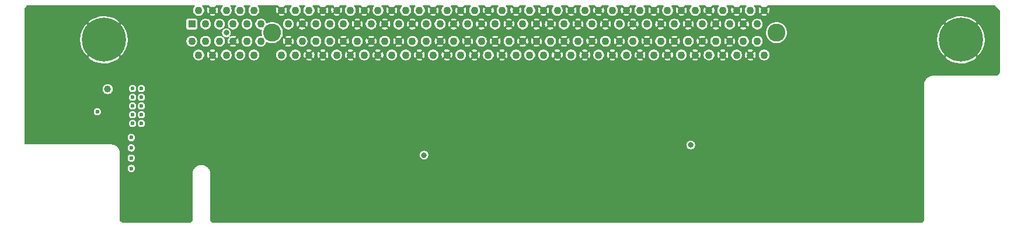
<source format=gbr>
G04 #@! TF.GenerationSoftware,KiCad,Pcbnew,(5.1.5)-3*
G04 #@! TF.CreationDate,2021-02-17T14:45:42+01:00*
G04 #@! TF.ProjectId,riser leopard 1OU,72697365-7220-46c6-956f-706172642031,rev?*
G04 #@! TF.SameCoordinates,PX4a62f80PY5f5e100*
G04 #@! TF.FileFunction,Copper,L3,Inr*
G04 #@! TF.FilePolarity,Positive*
%FSLAX46Y46*%
G04 Gerber Fmt 4.6, Leading zero omitted, Abs format (unit mm)*
G04 Created by KiCad (PCBNEW (5.1.5)-3) date 2021-02-17 14:45:42*
%MOMM*%
%LPD*%
G04 APERTURE LIST*
%ADD10C,0.600000*%
%ADD11C,2.600000*%
%ADD12R,1.100000X1.100000*%
%ADD13C,1.100000*%
%ADD14C,0.800000*%
%ADD15C,6.400000*%
%ADD16C,0.500000*%
%ADD17C,1.000000*%
%ADD18C,0.127000*%
G04 APERTURE END LIST*
D10*
X3980000Y-18730000D03*
X3980000Y-17230000D03*
X3980000Y-15730000D03*
X3980000Y-14230000D03*
X-941500Y-10476000D03*
X5435700Y-7091100D03*
X4165700Y-7091100D03*
X5435700Y-8361100D03*
X4165700Y-8361100D03*
X5435700Y-9631100D03*
X4165700Y-9631100D03*
X5435700Y-10901100D03*
X4165700Y-10901100D03*
X5435700Y-12171100D03*
X4165700Y-12171100D03*
D11*
X24400000Y1040000D03*
X97550000Y1040000D03*
D12*
X12750000Y2290000D03*
D13*
X13750000Y4290000D03*
X14750000Y2290000D03*
X15750000Y4290000D03*
X16750000Y2290000D03*
X17750000Y4290000D03*
X18750000Y2290000D03*
X19750000Y4290000D03*
X20750000Y2290000D03*
X21750000Y4290000D03*
X22750000Y2290000D03*
X25750000Y4290000D03*
X26750000Y2290000D03*
X27750000Y4290000D03*
X28750000Y2290000D03*
X29750000Y4290000D03*
X30750000Y2290000D03*
X31750000Y4290000D03*
X32750000Y2290000D03*
X33750000Y4290000D03*
X34750000Y2290000D03*
X35750000Y4290000D03*
X36750000Y2290000D03*
X37750000Y4290000D03*
X38750000Y2290000D03*
X39750000Y4290000D03*
X40750000Y2290000D03*
X41750000Y4290000D03*
X42750000Y2290000D03*
X43750000Y4290000D03*
X44750000Y2290000D03*
X45750000Y4290000D03*
X46750000Y2290000D03*
X47750000Y4290000D03*
X48750000Y2290000D03*
X49750000Y4290000D03*
X50750000Y2290000D03*
X51750000Y4290000D03*
X52750000Y2290000D03*
X53750000Y4290000D03*
X54750000Y2290000D03*
X55750000Y4290000D03*
X56750000Y2290000D03*
X57750000Y4290000D03*
X58750000Y2290000D03*
X59750000Y4290000D03*
X60750000Y2290000D03*
X61750000Y4290000D03*
X62750000Y2290000D03*
X63750000Y4290000D03*
X64750000Y2290000D03*
X65750000Y4290000D03*
X66750000Y2290000D03*
X67750000Y4290000D03*
X68750000Y2290000D03*
X69750000Y4290000D03*
X70750000Y2290000D03*
X71750000Y4290000D03*
X72750000Y2290000D03*
X73750000Y4290000D03*
X74750000Y2290000D03*
X75750000Y4290000D03*
X76750000Y2290000D03*
X77750000Y4290000D03*
X78750000Y2290000D03*
X79750000Y4290000D03*
X80750000Y2290000D03*
X81750000Y4290000D03*
X82750000Y2290000D03*
X83750000Y4290000D03*
X84750000Y2290000D03*
X85750000Y4290000D03*
X86750000Y2290000D03*
X87750000Y4290000D03*
X88750000Y2290000D03*
X89750000Y4290000D03*
X90750000Y2290000D03*
X91750000Y4290000D03*
X92750000Y2290000D03*
X93750000Y4290000D03*
X94750000Y2290000D03*
X12750000Y-210000D03*
X13750000Y-2210000D03*
X14750000Y-210000D03*
X15750000Y-2210000D03*
X16750000Y-210000D03*
X17750000Y-2210000D03*
X18750000Y-210000D03*
X19750000Y-2210000D03*
X20750000Y-210000D03*
X21750000Y-2210000D03*
X22750000Y-210000D03*
X25750000Y-2210000D03*
X26750000Y-210000D03*
X27750000Y-2210000D03*
X28750000Y-210000D03*
X29750000Y-2210000D03*
X30750000Y-210000D03*
X31750000Y-2210000D03*
X32750000Y-210000D03*
X33750000Y-2210000D03*
X34750000Y-210000D03*
X35750000Y-2210000D03*
X36750000Y-210000D03*
X37750000Y-2210000D03*
X38750000Y-210000D03*
X39750000Y-2210000D03*
X40750000Y-210000D03*
X41750000Y-2210000D03*
X42750000Y-210000D03*
X43750000Y-2210000D03*
X44750000Y-210000D03*
X46750000Y-210000D03*
X47750000Y-2210000D03*
X48750000Y-210000D03*
X49750000Y-2210000D03*
X50750000Y-210000D03*
X51750000Y-2210000D03*
X52750000Y-210000D03*
X53750000Y-2210000D03*
X54750000Y-210000D03*
X55750000Y-2210000D03*
X56750000Y-210000D03*
X57750000Y-2210000D03*
X58750000Y-210000D03*
X59750000Y-2210000D03*
X60750000Y-210000D03*
X61750000Y-2210000D03*
X62750000Y-210000D03*
X63750000Y-2210000D03*
X64750000Y-210000D03*
X65750000Y-2210000D03*
X66750000Y-210000D03*
X67750000Y-2210000D03*
X68750000Y-210000D03*
X69750000Y-2210000D03*
X70750000Y-210000D03*
X71750000Y-2210000D03*
X72750000Y-210000D03*
X73750000Y-2210000D03*
X74750000Y-210000D03*
X75750000Y-2210000D03*
X76750000Y-210000D03*
X77750000Y-2210000D03*
X78750000Y-210000D03*
X79750000Y-2210000D03*
X80750000Y-210000D03*
X81750000Y-2210000D03*
X82750000Y-210000D03*
X83750000Y-2210000D03*
X84750000Y-210000D03*
X85750000Y-2210000D03*
X86750000Y-210000D03*
X87750000Y-2210000D03*
X88750000Y-210000D03*
X89750000Y-2210000D03*
X90750000Y-210000D03*
X91750000Y-2210000D03*
X92750000Y-210000D03*
X93750000Y-2210000D03*
X94750000Y-210000D03*
X45750000Y-2210000D03*
X95750000Y4290000D03*
X95750000Y-2210000D03*
D14*
X125997056Y1697056D03*
X124300000Y2400000D03*
X122602944Y1697056D03*
X121900000Y0D03*
X122602944Y-1697056D03*
X124300000Y-2400000D03*
X125997056Y-1697056D03*
X126700000Y0D03*
D15*
X124300000Y0D03*
D14*
X1697056Y1697056D03*
X0Y2400000D03*
X-1697056Y1697056D03*
X-2400000Y0D03*
X-1697056Y-1697056D03*
X0Y-2400000D03*
X1697056Y-1697056D03*
X2400000Y0D03*
D15*
X0Y0D03*
D10*
X8600000Y-20489200D03*
X5600000Y-20466600D03*
D16*
X24280000Y-20032200D03*
X22280000Y-19532200D03*
X19280000Y-19532200D03*
X16280000Y-19532200D03*
X26280000Y-20032200D03*
X28280000Y-20032200D03*
X30280000Y-20032200D03*
X32280000Y-20032200D03*
X35280000Y-20032200D03*
D17*
X-7061680Y-8200160D03*
X10503760Y-6296920D03*
X10585040Y-7953000D03*
X10844120Y-9522720D03*
X23782880Y-9690360D03*
X23711760Y-12692640D03*
X16914720Y-13795000D03*
D16*
X116383660Y-14310620D03*
D17*
X82159700Y-13033000D03*
D16*
X38280000Y-20032200D03*
X40280000Y-20032200D03*
X44280000Y-20032200D03*
X48280000Y-20032200D03*
X52780000Y-20032200D03*
X42280000Y-20032200D03*
X46280000Y-20032200D03*
X50280000Y-20032200D03*
X55280000Y-20032200D03*
X57280000Y-20032200D03*
X59280000Y-20032200D03*
X61280000Y-20032200D03*
X63280000Y-20032200D03*
X65280000Y-20032200D03*
X67280000Y-20032200D03*
X69280000Y-20032200D03*
X71280000Y-20032200D03*
X73280000Y-20032200D03*
X75280000Y-20032200D03*
X77280000Y-20032200D03*
X79280000Y-20032200D03*
X81280000Y-20032200D03*
X83280000Y-20032200D03*
X85280000Y-20032200D03*
X88280000Y-20032200D03*
X90280000Y-20032200D03*
X92280000Y-20032200D03*
X94280000Y-20032200D03*
X96280000Y-20032200D03*
X98280000Y-20032200D03*
X100280000Y-20032200D03*
X102280000Y-20032200D03*
X104280000Y-20032200D03*
X106280000Y-20032200D03*
X108280000Y-20032200D03*
X110280000Y-20032200D03*
X112280000Y-20032200D03*
X114280000Y-20032200D03*
D17*
X41690900Y-16157140D03*
D16*
X33780000Y-20032200D03*
D17*
X4780000Y3245000D03*
X4780000Y1445000D03*
X4780000Y-355000D03*
X4780000Y-2355000D03*
D16*
X116280000Y-20032200D03*
D17*
X548160Y-7179080D03*
D14*
X46420380Y-16789600D03*
X17770000Y1010000D03*
X85101020Y-15311380D03*
D18*
G36*
X13076169Y4842999D02*
G01*
X12981232Y4700915D01*
X12915838Y4543040D01*
X12882500Y4375441D01*
X12882500Y4204559D01*
X12915838Y4036960D01*
X12981232Y3879085D01*
X13076169Y3737001D01*
X13197001Y3616169D01*
X13339085Y3521232D01*
X13496960Y3455838D01*
X13664559Y3422500D01*
X13835441Y3422500D01*
X14003040Y3455838D01*
X14160915Y3521232D01*
X14302999Y3616169D01*
X14373475Y3686645D01*
X15236447Y3686645D01*
X15290363Y3549332D01*
X15443692Y3473893D01*
X15608792Y3429817D01*
X15779319Y3418797D01*
X15948718Y3441257D01*
X16110482Y3496333D01*
X16209637Y3549332D01*
X16263553Y3686645D01*
X15750000Y4200197D01*
X15236447Y3686645D01*
X14373475Y3686645D01*
X14423831Y3737001D01*
X14518768Y3879085D01*
X14584162Y4036960D01*
X14617500Y4204559D01*
X14617500Y4260681D01*
X14878797Y4260681D01*
X14901257Y4091282D01*
X14956333Y3929518D01*
X15009332Y3830363D01*
X15146645Y3776447D01*
X15660197Y4290000D01*
X15839803Y4290000D01*
X16353355Y3776447D01*
X16490668Y3830363D01*
X16566107Y3983692D01*
X16610183Y4148792D01*
X16621203Y4319319D01*
X16598743Y4488718D01*
X16543667Y4650482D01*
X16490668Y4749637D01*
X16353355Y4803553D01*
X15839803Y4290000D01*
X15660197Y4290000D01*
X15146645Y4803553D01*
X15009332Y4749637D01*
X14933893Y4596308D01*
X14889817Y4431208D01*
X14878797Y4260681D01*
X14617500Y4260681D01*
X14617500Y4375441D01*
X14584162Y4543040D01*
X14518768Y4700915D01*
X14423831Y4842999D01*
X14344330Y4922500D01*
X15247891Y4922500D01*
X15236447Y4893355D01*
X15750000Y4379803D01*
X16263553Y4893355D01*
X16252109Y4922500D01*
X17155670Y4922500D01*
X17076169Y4842999D01*
X16981232Y4700915D01*
X16915838Y4543040D01*
X16882500Y4375441D01*
X16882500Y4204559D01*
X16915838Y4036960D01*
X16981232Y3879085D01*
X17076169Y3737001D01*
X17197001Y3616169D01*
X17339085Y3521232D01*
X17496960Y3455838D01*
X17664559Y3422500D01*
X17835441Y3422500D01*
X18003040Y3455838D01*
X18160915Y3521232D01*
X18302999Y3616169D01*
X18423831Y3737001D01*
X18518768Y3879085D01*
X18584162Y4036960D01*
X18617500Y4204559D01*
X18617500Y4375441D01*
X18584162Y4543040D01*
X18518768Y4700915D01*
X18423831Y4842999D01*
X18344330Y4922500D01*
X19155670Y4922500D01*
X19076169Y4842999D01*
X18981232Y4700915D01*
X18915838Y4543040D01*
X18882500Y4375441D01*
X18882500Y4204559D01*
X18915838Y4036960D01*
X18981232Y3879085D01*
X19076169Y3737001D01*
X19197001Y3616169D01*
X19339085Y3521232D01*
X19496960Y3455838D01*
X19664559Y3422500D01*
X19835441Y3422500D01*
X20003040Y3455838D01*
X20160915Y3521232D01*
X20302999Y3616169D01*
X20423831Y3737001D01*
X20518768Y3879085D01*
X20584162Y4036960D01*
X20617500Y4204559D01*
X20617500Y4375441D01*
X20584162Y4543040D01*
X20518768Y4700915D01*
X20423831Y4842999D01*
X20344330Y4922500D01*
X21155670Y4922500D01*
X21076169Y4842999D01*
X20981232Y4700915D01*
X20915838Y4543040D01*
X20882500Y4375441D01*
X20882500Y4204559D01*
X20915838Y4036960D01*
X20981232Y3879085D01*
X21076169Y3737001D01*
X21197001Y3616169D01*
X21339085Y3521232D01*
X21496960Y3455838D01*
X21664559Y3422500D01*
X21835441Y3422500D01*
X22003040Y3455838D01*
X22160915Y3521232D01*
X22302999Y3616169D01*
X22373475Y3686645D01*
X25236447Y3686645D01*
X25290363Y3549332D01*
X25443692Y3473893D01*
X25608792Y3429817D01*
X25779319Y3418797D01*
X25948718Y3441257D01*
X26110482Y3496333D01*
X26209637Y3549332D01*
X26263553Y3686645D01*
X25750000Y4200197D01*
X25236447Y3686645D01*
X22373475Y3686645D01*
X22423831Y3737001D01*
X22518768Y3879085D01*
X22584162Y4036960D01*
X22617500Y4204559D01*
X22617500Y4260681D01*
X24878797Y4260681D01*
X24901257Y4091282D01*
X24956333Y3929518D01*
X25009332Y3830363D01*
X25146645Y3776447D01*
X25660197Y4290000D01*
X25839803Y4290000D01*
X26353355Y3776447D01*
X26490668Y3830363D01*
X26566107Y3983692D01*
X26610183Y4148792D01*
X26621203Y4319319D01*
X26598743Y4488718D01*
X26543667Y4650482D01*
X26490668Y4749637D01*
X26353355Y4803553D01*
X25839803Y4290000D01*
X25660197Y4290000D01*
X25146645Y4803553D01*
X25009332Y4749637D01*
X24933893Y4596308D01*
X24889817Y4431208D01*
X24878797Y4260681D01*
X22617500Y4260681D01*
X22617500Y4375441D01*
X22584162Y4543040D01*
X22518768Y4700915D01*
X22423831Y4842999D01*
X22344330Y4922500D01*
X25247891Y4922500D01*
X25236447Y4893355D01*
X25750000Y4379803D01*
X26263553Y4893355D01*
X26252109Y4922500D01*
X27155670Y4922500D01*
X27076169Y4842999D01*
X26981232Y4700915D01*
X26915838Y4543040D01*
X26882500Y4375441D01*
X26882500Y4204559D01*
X26915838Y4036960D01*
X26981232Y3879085D01*
X27076169Y3737001D01*
X27197001Y3616169D01*
X27339085Y3521232D01*
X27496960Y3455838D01*
X27664559Y3422500D01*
X27835441Y3422500D01*
X28003040Y3455838D01*
X28160915Y3521232D01*
X28302999Y3616169D01*
X28423831Y3737001D01*
X28518768Y3879085D01*
X28584162Y4036960D01*
X28617500Y4204559D01*
X28617500Y4375441D01*
X28584162Y4543040D01*
X28518768Y4700915D01*
X28423831Y4842999D01*
X28344330Y4922500D01*
X29155670Y4922500D01*
X29076169Y4842999D01*
X28981232Y4700915D01*
X28915838Y4543040D01*
X28882500Y4375441D01*
X28882500Y4204559D01*
X28915838Y4036960D01*
X28981232Y3879085D01*
X29076169Y3737001D01*
X29197001Y3616169D01*
X29339085Y3521232D01*
X29496960Y3455838D01*
X29664559Y3422500D01*
X29835441Y3422500D01*
X30003040Y3455838D01*
X30160915Y3521232D01*
X30302999Y3616169D01*
X30373475Y3686645D01*
X31236447Y3686645D01*
X31290363Y3549332D01*
X31443692Y3473893D01*
X31608792Y3429817D01*
X31779319Y3418797D01*
X31948718Y3441257D01*
X32110482Y3496333D01*
X32209637Y3549332D01*
X32263553Y3686645D01*
X33236447Y3686645D01*
X33290363Y3549332D01*
X33443692Y3473893D01*
X33608792Y3429817D01*
X33779319Y3418797D01*
X33948718Y3441257D01*
X34110482Y3496333D01*
X34209637Y3549332D01*
X34263553Y3686645D01*
X33750000Y4200197D01*
X33236447Y3686645D01*
X32263553Y3686645D01*
X31750000Y4200197D01*
X31236447Y3686645D01*
X30373475Y3686645D01*
X30423831Y3737001D01*
X30518768Y3879085D01*
X30584162Y4036960D01*
X30617500Y4204559D01*
X30617500Y4260681D01*
X30878797Y4260681D01*
X30901257Y4091282D01*
X30956333Y3929518D01*
X31009332Y3830363D01*
X31146645Y3776447D01*
X31660197Y4290000D01*
X31839803Y4290000D01*
X32353355Y3776447D01*
X32490668Y3830363D01*
X32566107Y3983692D01*
X32610183Y4148792D01*
X32617413Y4260681D01*
X32878797Y4260681D01*
X32901257Y4091282D01*
X32956333Y3929518D01*
X33009332Y3830363D01*
X33146645Y3776447D01*
X33660197Y4290000D01*
X33839803Y4290000D01*
X34353355Y3776447D01*
X34490668Y3830363D01*
X34566107Y3983692D01*
X34610183Y4148792D01*
X34621203Y4319319D01*
X34598743Y4488718D01*
X34543667Y4650482D01*
X34490668Y4749637D01*
X34353355Y4803553D01*
X33839803Y4290000D01*
X33660197Y4290000D01*
X33146645Y4803553D01*
X33009332Y4749637D01*
X32933893Y4596308D01*
X32889817Y4431208D01*
X32878797Y4260681D01*
X32617413Y4260681D01*
X32621203Y4319319D01*
X32598743Y4488718D01*
X32543667Y4650482D01*
X32490668Y4749637D01*
X32353355Y4803553D01*
X31839803Y4290000D01*
X31660197Y4290000D01*
X31146645Y4803553D01*
X31009332Y4749637D01*
X30933893Y4596308D01*
X30889817Y4431208D01*
X30878797Y4260681D01*
X30617500Y4260681D01*
X30617500Y4375441D01*
X30584162Y4543040D01*
X30518768Y4700915D01*
X30423831Y4842999D01*
X30344330Y4922500D01*
X31247891Y4922500D01*
X31236447Y4893355D01*
X31750000Y4379803D01*
X32263553Y4893355D01*
X32252109Y4922500D01*
X33247891Y4922500D01*
X33236447Y4893355D01*
X33750000Y4379803D01*
X34263553Y4893355D01*
X34252109Y4922500D01*
X35155670Y4922500D01*
X35076169Y4842999D01*
X34981232Y4700915D01*
X34915838Y4543040D01*
X34882500Y4375441D01*
X34882500Y4204559D01*
X34915838Y4036960D01*
X34981232Y3879085D01*
X35076169Y3737001D01*
X35197001Y3616169D01*
X35339085Y3521232D01*
X35496960Y3455838D01*
X35664559Y3422500D01*
X35835441Y3422500D01*
X36003040Y3455838D01*
X36160915Y3521232D01*
X36302999Y3616169D01*
X36373475Y3686645D01*
X37236447Y3686645D01*
X37290363Y3549332D01*
X37443692Y3473893D01*
X37608792Y3429817D01*
X37779319Y3418797D01*
X37948718Y3441257D01*
X38110482Y3496333D01*
X38209637Y3549332D01*
X38263553Y3686645D01*
X37750000Y4200197D01*
X37236447Y3686645D01*
X36373475Y3686645D01*
X36423831Y3737001D01*
X36518768Y3879085D01*
X36584162Y4036960D01*
X36617500Y4204559D01*
X36617500Y4260681D01*
X36878797Y4260681D01*
X36901257Y4091282D01*
X36956333Y3929518D01*
X37009332Y3830363D01*
X37146645Y3776447D01*
X37660197Y4290000D01*
X37839803Y4290000D01*
X38353355Y3776447D01*
X38490668Y3830363D01*
X38566107Y3983692D01*
X38610183Y4148792D01*
X38621203Y4319319D01*
X38598743Y4488718D01*
X38543667Y4650482D01*
X38490668Y4749637D01*
X38353355Y4803553D01*
X37839803Y4290000D01*
X37660197Y4290000D01*
X37146645Y4803553D01*
X37009332Y4749637D01*
X36933893Y4596308D01*
X36889817Y4431208D01*
X36878797Y4260681D01*
X36617500Y4260681D01*
X36617500Y4375441D01*
X36584162Y4543040D01*
X36518768Y4700915D01*
X36423831Y4842999D01*
X36344330Y4922500D01*
X37247891Y4922500D01*
X37236447Y4893355D01*
X37750000Y4379803D01*
X38263553Y4893355D01*
X38252109Y4922500D01*
X39155670Y4922500D01*
X39076169Y4842999D01*
X38981232Y4700915D01*
X38915838Y4543040D01*
X38882500Y4375441D01*
X38882500Y4204559D01*
X38915838Y4036960D01*
X38981232Y3879085D01*
X39076169Y3737001D01*
X39197001Y3616169D01*
X39339085Y3521232D01*
X39496960Y3455838D01*
X39664559Y3422500D01*
X39835441Y3422500D01*
X40003040Y3455838D01*
X40160915Y3521232D01*
X40302999Y3616169D01*
X40373475Y3686645D01*
X41236447Y3686645D01*
X41290363Y3549332D01*
X41443692Y3473893D01*
X41608792Y3429817D01*
X41779319Y3418797D01*
X41948718Y3441257D01*
X42110482Y3496333D01*
X42209637Y3549332D01*
X42263553Y3686645D01*
X41750000Y4200197D01*
X41236447Y3686645D01*
X40373475Y3686645D01*
X40423831Y3737001D01*
X40518768Y3879085D01*
X40584162Y4036960D01*
X40617500Y4204559D01*
X40617500Y4260681D01*
X40878797Y4260681D01*
X40901257Y4091282D01*
X40956333Y3929518D01*
X41009332Y3830363D01*
X41146645Y3776447D01*
X41660197Y4290000D01*
X41839803Y4290000D01*
X42353355Y3776447D01*
X42490668Y3830363D01*
X42566107Y3983692D01*
X42610183Y4148792D01*
X42621203Y4319319D01*
X42598743Y4488718D01*
X42543667Y4650482D01*
X42490668Y4749637D01*
X42353355Y4803553D01*
X41839803Y4290000D01*
X41660197Y4290000D01*
X41146645Y4803553D01*
X41009332Y4749637D01*
X40933893Y4596308D01*
X40889817Y4431208D01*
X40878797Y4260681D01*
X40617500Y4260681D01*
X40617500Y4375441D01*
X40584162Y4543040D01*
X40518768Y4700915D01*
X40423831Y4842999D01*
X40344330Y4922500D01*
X41247891Y4922500D01*
X41236447Y4893355D01*
X41750000Y4379803D01*
X42263553Y4893355D01*
X42252109Y4922500D01*
X43155670Y4922500D01*
X43076169Y4842999D01*
X42981232Y4700915D01*
X42915838Y4543040D01*
X42882500Y4375441D01*
X42882500Y4204559D01*
X42915838Y4036960D01*
X42981232Y3879085D01*
X43076169Y3737001D01*
X43197001Y3616169D01*
X43339085Y3521232D01*
X43496960Y3455838D01*
X43664559Y3422500D01*
X43835441Y3422500D01*
X44003040Y3455838D01*
X44160915Y3521232D01*
X44302999Y3616169D01*
X44423831Y3737001D01*
X44518768Y3879085D01*
X44584162Y4036960D01*
X44617500Y4204559D01*
X44617500Y4375441D01*
X44584162Y4543040D01*
X44518768Y4700915D01*
X44423831Y4842999D01*
X44344330Y4922500D01*
X45155670Y4922500D01*
X45076169Y4842999D01*
X44981232Y4700915D01*
X44915838Y4543040D01*
X44882500Y4375441D01*
X44882500Y4204559D01*
X44915838Y4036960D01*
X44981232Y3879085D01*
X45076169Y3737001D01*
X45197001Y3616169D01*
X45339085Y3521232D01*
X45496960Y3455838D01*
X45664559Y3422500D01*
X45835441Y3422500D01*
X46003040Y3455838D01*
X46160915Y3521232D01*
X46302999Y3616169D01*
X46373475Y3686645D01*
X47236447Y3686645D01*
X47290363Y3549332D01*
X47443692Y3473893D01*
X47608792Y3429817D01*
X47779319Y3418797D01*
X47948718Y3441257D01*
X48110482Y3496333D01*
X48209637Y3549332D01*
X48263553Y3686645D01*
X47750000Y4200197D01*
X47236447Y3686645D01*
X46373475Y3686645D01*
X46423831Y3737001D01*
X46518768Y3879085D01*
X46584162Y4036960D01*
X46617500Y4204559D01*
X46617500Y4260681D01*
X46878797Y4260681D01*
X46901257Y4091282D01*
X46956333Y3929518D01*
X47009332Y3830363D01*
X47146645Y3776447D01*
X47660197Y4290000D01*
X47839803Y4290000D01*
X48353355Y3776447D01*
X48490668Y3830363D01*
X48566107Y3983692D01*
X48610183Y4148792D01*
X48621203Y4319319D01*
X48598743Y4488718D01*
X48543667Y4650482D01*
X48490668Y4749637D01*
X48353355Y4803553D01*
X47839803Y4290000D01*
X47660197Y4290000D01*
X47146645Y4803553D01*
X47009332Y4749637D01*
X46933893Y4596308D01*
X46889817Y4431208D01*
X46878797Y4260681D01*
X46617500Y4260681D01*
X46617500Y4375441D01*
X46584162Y4543040D01*
X46518768Y4700915D01*
X46423831Y4842999D01*
X46344330Y4922500D01*
X47247891Y4922500D01*
X47236447Y4893355D01*
X47750000Y4379803D01*
X48263553Y4893355D01*
X48252109Y4922500D01*
X49155670Y4922500D01*
X49076169Y4842999D01*
X48981232Y4700915D01*
X48915838Y4543040D01*
X48882500Y4375441D01*
X48882500Y4204559D01*
X48915838Y4036960D01*
X48981232Y3879085D01*
X49076169Y3737001D01*
X49197001Y3616169D01*
X49339085Y3521232D01*
X49496960Y3455838D01*
X49664559Y3422500D01*
X49835441Y3422500D01*
X50003040Y3455838D01*
X50160915Y3521232D01*
X50302999Y3616169D01*
X50373475Y3686645D01*
X51236447Y3686645D01*
X51290363Y3549332D01*
X51443692Y3473893D01*
X51608792Y3429817D01*
X51779319Y3418797D01*
X51948718Y3441257D01*
X52110482Y3496333D01*
X52209637Y3549332D01*
X52263553Y3686645D01*
X51750000Y4200197D01*
X51236447Y3686645D01*
X50373475Y3686645D01*
X50423831Y3737001D01*
X50518768Y3879085D01*
X50584162Y4036960D01*
X50617500Y4204559D01*
X50617500Y4260681D01*
X50878797Y4260681D01*
X50901257Y4091282D01*
X50956333Y3929518D01*
X51009332Y3830363D01*
X51146645Y3776447D01*
X51660197Y4290000D01*
X51839803Y4290000D01*
X52353355Y3776447D01*
X52490668Y3830363D01*
X52566107Y3983692D01*
X52610183Y4148792D01*
X52621203Y4319319D01*
X52598743Y4488718D01*
X52543667Y4650482D01*
X52490668Y4749637D01*
X52353355Y4803553D01*
X51839803Y4290000D01*
X51660197Y4290000D01*
X51146645Y4803553D01*
X51009332Y4749637D01*
X50933893Y4596308D01*
X50889817Y4431208D01*
X50878797Y4260681D01*
X50617500Y4260681D01*
X50617500Y4375441D01*
X50584162Y4543040D01*
X50518768Y4700915D01*
X50423831Y4842999D01*
X50344330Y4922500D01*
X51247891Y4922500D01*
X51236447Y4893355D01*
X51750000Y4379803D01*
X52263553Y4893355D01*
X52252109Y4922500D01*
X53155670Y4922500D01*
X53076169Y4842999D01*
X52981232Y4700915D01*
X52915838Y4543040D01*
X52882500Y4375441D01*
X52882500Y4204559D01*
X52915838Y4036960D01*
X52981232Y3879085D01*
X53076169Y3737001D01*
X53197001Y3616169D01*
X53339085Y3521232D01*
X53496960Y3455838D01*
X53664559Y3422500D01*
X53835441Y3422500D01*
X54003040Y3455838D01*
X54160915Y3521232D01*
X54302999Y3616169D01*
X54373475Y3686645D01*
X55236447Y3686645D01*
X55290363Y3549332D01*
X55443692Y3473893D01*
X55608792Y3429817D01*
X55779319Y3418797D01*
X55948718Y3441257D01*
X56110482Y3496333D01*
X56209637Y3549332D01*
X56263553Y3686645D01*
X55750000Y4200197D01*
X55236447Y3686645D01*
X54373475Y3686645D01*
X54423831Y3737001D01*
X54518768Y3879085D01*
X54584162Y4036960D01*
X54617500Y4204559D01*
X54617500Y4260681D01*
X54878797Y4260681D01*
X54901257Y4091282D01*
X54956333Y3929518D01*
X55009332Y3830363D01*
X55146645Y3776447D01*
X55660197Y4290000D01*
X55839803Y4290000D01*
X56353355Y3776447D01*
X56490668Y3830363D01*
X56566107Y3983692D01*
X56610183Y4148792D01*
X56621203Y4319319D01*
X56598743Y4488718D01*
X56543667Y4650482D01*
X56490668Y4749637D01*
X56353355Y4803553D01*
X55839803Y4290000D01*
X55660197Y4290000D01*
X55146645Y4803553D01*
X55009332Y4749637D01*
X54933893Y4596308D01*
X54889817Y4431208D01*
X54878797Y4260681D01*
X54617500Y4260681D01*
X54617500Y4375441D01*
X54584162Y4543040D01*
X54518768Y4700915D01*
X54423831Y4842999D01*
X54344330Y4922500D01*
X55247891Y4922500D01*
X55236447Y4893355D01*
X55750000Y4379803D01*
X56263553Y4893355D01*
X56252109Y4922500D01*
X57155670Y4922500D01*
X57076169Y4842999D01*
X56981232Y4700915D01*
X56915838Y4543040D01*
X56882500Y4375441D01*
X56882500Y4204559D01*
X56915838Y4036960D01*
X56981232Y3879085D01*
X57076169Y3737001D01*
X57197001Y3616169D01*
X57339085Y3521232D01*
X57496960Y3455838D01*
X57664559Y3422500D01*
X57835441Y3422500D01*
X58003040Y3455838D01*
X58160915Y3521232D01*
X58302999Y3616169D01*
X58373475Y3686645D01*
X59236447Y3686645D01*
X59290363Y3549332D01*
X59443692Y3473893D01*
X59608792Y3429817D01*
X59779319Y3418797D01*
X59948718Y3441257D01*
X60110482Y3496333D01*
X60209637Y3549332D01*
X60263553Y3686645D01*
X59750000Y4200197D01*
X59236447Y3686645D01*
X58373475Y3686645D01*
X58423831Y3737001D01*
X58518768Y3879085D01*
X58584162Y4036960D01*
X58617500Y4204559D01*
X58617500Y4260681D01*
X58878797Y4260681D01*
X58901257Y4091282D01*
X58956333Y3929518D01*
X59009332Y3830363D01*
X59146645Y3776447D01*
X59660197Y4290000D01*
X59839803Y4290000D01*
X60353355Y3776447D01*
X60490668Y3830363D01*
X60566107Y3983692D01*
X60610183Y4148792D01*
X60621203Y4319319D01*
X60598743Y4488718D01*
X60543667Y4650482D01*
X60490668Y4749637D01*
X60353355Y4803553D01*
X59839803Y4290000D01*
X59660197Y4290000D01*
X59146645Y4803553D01*
X59009332Y4749637D01*
X58933893Y4596308D01*
X58889817Y4431208D01*
X58878797Y4260681D01*
X58617500Y4260681D01*
X58617500Y4375441D01*
X58584162Y4543040D01*
X58518768Y4700915D01*
X58423831Y4842999D01*
X58344330Y4922500D01*
X59247891Y4922500D01*
X59236447Y4893355D01*
X59750000Y4379803D01*
X60263553Y4893355D01*
X60252109Y4922500D01*
X61155670Y4922500D01*
X61076169Y4842999D01*
X60981232Y4700915D01*
X60915838Y4543040D01*
X60882500Y4375441D01*
X60882500Y4204559D01*
X60915838Y4036960D01*
X60981232Y3879085D01*
X61076169Y3737001D01*
X61197001Y3616169D01*
X61339085Y3521232D01*
X61496960Y3455838D01*
X61664559Y3422500D01*
X61835441Y3422500D01*
X62003040Y3455838D01*
X62160915Y3521232D01*
X62302999Y3616169D01*
X62373475Y3686645D01*
X63236447Y3686645D01*
X63290363Y3549332D01*
X63443692Y3473893D01*
X63608792Y3429817D01*
X63779319Y3418797D01*
X63948718Y3441257D01*
X64110482Y3496333D01*
X64209637Y3549332D01*
X64263553Y3686645D01*
X63750000Y4200197D01*
X63236447Y3686645D01*
X62373475Y3686645D01*
X62423831Y3737001D01*
X62518768Y3879085D01*
X62584162Y4036960D01*
X62617500Y4204559D01*
X62617500Y4260681D01*
X62878797Y4260681D01*
X62901257Y4091282D01*
X62956333Y3929518D01*
X63009332Y3830363D01*
X63146645Y3776447D01*
X63660197Y4290000D01*
X63839803Y4290000D01*
X64353355Y3776447D01*
X64490668Y3830363D01*
X64566107Y3983692D01*
X64610183Y4148792D01*
X64621203Y4319319D01*
X64598743Y4488718D01*
X64543667Y4650482D01*
X64490668Y4749637D01*
X64353355Y4803553D01*
X63839803Y4290000D01*
X63660197Y4290000D01*
X63146645Y4803553D01*
X63009332Y4749637D01*
X62933893Y4596308D01*
X62889817Y4431208D01*
X62878797Y4260681D01*
X62617500Y4260681D01*
X62617500Y4375441D01*
X62584162Y4543040D01*
X62518768Y4700915D01*
X62423831Y4842999D01*
X62344330Y4922500D01*
X63247891Y4922500D01*
X63236447Y4893355D01*
X63750000Y4379803D01*
X64263553Y4893355D01*
X64252109Y4922500D01*
X65155670Y4922500D01*
X65076169Y4842999D01*
X64981232Y4700915D01*
X64915838Y4543040D01*
X64882500Y4375441D01*
X64882500Y4204559D01*
X64915838Y4036960D01*
X64981232Y3879085D01*
X65076169Y3737001D01*
X65197001Y3616169D01*
X65339085Y3521232D01*
X65496960Y3455838D01*
X65664559Y3422500D01*
X65835441Y3422500D01*
X66003040Y3455838D01*
X66160915Y3521232D01*
X66302999Y3616169D01*
X66373475Y3686645D01*
X67236447Y3686645D01*
X67290363Y3549332D01*
X67443692Y3473893D01*
X67608792Y3429817D01*
X67779319Y3418797D01*
X67948718Y3441257D01*
X68110482Y3496333D01*
X68209637Y3549332D01*
X68263553Y3686645D01*
X67750000Y4200197D01*
X67236447Y3686645D01*
X66373475Y3686645D01*
X66423831Y3737001D01*
X66518768Y3879085D01*
X66584162Y4036960D01*
X66617500Y4204559D01*
X66617500Y4260681D01*
X66878797Y4260681D01*
X66901257Y4091282D01*
X66956333Y3929518D01*
X67009332Y3830363D01*
X67146645Y3776447D01*
X67660197Y4290000D01*
X67839803Y4290000D01*
X68353355Y3776447D01*
X68490668Y3830363D01*
X68566107Y3983692D01*
X68610183Y4148792D01*
X68621203Y4319319D01*
X68598743Y4488718D01*
X68543667Y4650482D01*
X68490668Y4749637D01*
X68353355Y4803553D01*
X67839803Y4290000D01*
X67660197Y4290000D01*
X67146645Y4803553D01*
X67009332Y4749637D01*
X66933893Y4596308D01*
X66889817Y4431208D01*
X66878797Y4260681D01*
X66617500Y4260681D01*
X66617500Y4375441D01*
X66584162Y4543040D01*
X66518768Y4700915D01*
X66423831Y4842999D01*
X66344330Y4922500D01*
X67247891Y4922500D01*
X67236447Y4893355D01*
X67750000Y4379803D01*
X68263553Y4893355D01*
X68252109Y4922500D01*
X69155670Y4922500D01*
X69076169Y4842999D01*
X68981232Y4700915D01*
X68915838Y4543040D01*
X68882500Y4375441D01*
X68882500Y4204559D01*
X68915838Y4036960D01*
X68981232Y3879085D01*
X69076169Y3737001D01*
X69197001Y3616169D01*
X69339085Y3521232D01*
X69496960Y3455838D01*
X69664559Y3422500D01*
X69835441Y3422500D01*
X70003040Y3455838D01*
X70160915Y3521232D01*
X70302999Y3616169D01*
X70373475Y3686645D01*
X71236447Y3686645D01*
X71290363Y3549332D01*
X71443692Y3473893D01*
X71608792Y3429817D01*
X71779319Y3418797D01*
X71948718Y3441257D01*
X72110482Y3496333D01*
X72209637Y3549332D01*
X72263553Y3686645D01*
X71750000Y4200197D01*
X71236447Y3686645D01*
X70373475Y3686645D01*
X70423831Y3737001D01*
X70518768Y3879085D01*
X70584162Y4036960D01*
X70617500Y4204559D01*
X70617500Y4260681D01*
X70878797Y4260681D01*
X70901257Y4091282D01*
X70956333Y3929518D01*
X71009332Y3830363D01*
X71146645Y3776447D01*
X71660197Y4290000D01*
X71839803Y4290000D01*
X72353355Y3776447D01*
X72490668Y3830363D01*
X72566107Y3983692D01*
X72610183Y4148792D01*
X72621203Y4319319D01*
X72598743Y4488718D01*
X72543667Y4650482D01*
X72490668Y4749637D01*
X72353355Y4803553D01*
X71839803Y4290000D01*
X71660197Y4290000D01*
X71146645Y4803553D01*
X71009332Y4749637D01*
X70933893Y4596308D01*
X70889817Y4431208D01*
X70878797Y4260681D01*
X70617500Y4260681D01*
X70617500Y4375441D01*
X70584162Y4543040D01*
X70518768Y4700915D01*
X70423831Y4842999D01*
X70344330Y4922500D01*
X71247891Y4922500D01*
X71236447Y4893355D01*
X71750000Y4379803D01*
X72263553Y4893355D01*
X72252109Y4922500D01*
X73155670Y4922500D01*
X73076169Y4842999D01*
X72981232Y4700915D01*
X72915838Y4543040D01*
X72882500Y4375441D01*
X72882500Y4204559D01*
X72915838Y4036960D01*
X72981232Y3879085D01*
X73076169Y3737001D01*
X73197001Y3616169D01*
X73339085Y3521232D01*
X73496960Y3455838D01*
X73664559Y3422500D01*
X73835441Y3422500D01*
X74003040Y3455838D01*
X74160915Y3521232D01*
X74302999Y3616169D01*
X74373475Y3686645D01*
X75236447Y3686645D01*
X75290363Y3549332D01*
X75443692Y3473893D01*
X75608792Y3429817D01*
X75779319Y3418797D01*
X75948718Y3441257D01*
X76110482Y3496333D01*
X76209637Y3549332D01*
X76263553Y3686645D01*
X75750000Y4200197D01*
X75236447Y3686645D01*
X74373475Y3686645D01*
X74423831Y3737001D01*
X74518768Y3879085D01*
X74584162Y4036960D01*
X74617500Y4204559D01*
X74617500Y4260681D01*
X74878797Y4260681D01*
X74901257Y4091282D01*
X74956333Y3929518D01*
X75009332Y3830363D01*
X75146645Y3776447D01*
X75660197Y4290000D01*
X75839803Y4290000D01*
X76353355Y3776447D01*
X76490668Y3830363D01*
X76566107Y3983692D01*
X76610183Y4148792D01*
X76621203Y4319319D01*
X76598743Y4488718D01*
X76543667Y4650482D01*
X76490668Y4749637D01*
X76353355Y4803553D01*
X75839803Y4290000D01*
X75660197Y4290000D01*
X75146645Y4803553D01*
X75009332Y4749637D01*
X74933893Y4596308D01*
X74889817Y4431208D01*
X74878797Y4260681D01*
X74617500Y4260681D01*
X74617500Y4375441D01*
X74584162Y4543040D01*
X74518768Y4700915D01*
X74423831Y4842999D01*
X74344330Y4922500D01*
X75247891Y4922500D01*
X75236447Y4893355D01*
X75750000Y4379803D01*
X76263553Y4893355D01*
X76252109Y4922500D01*
X77155670Y4922500D01*
X77076169Y4842999D01*
X76981232Y4700915D01*
X76915838Y4543040D01*
X76882500Y4375441D01*
X76882500Y4204559D01*
X76915838Y4036960D01*
X76981232Y3879085D01*
X77076169Y3737001D01*
X77197001Y3616169D01*
X77339085Y3521232D01*
X77496960Y3455838D01*
X77664559Y3422500D01*
X77835441Y3422500D01*
X78003040Y3455838D01*
X78160915Y3521232D01*
X78302999Y3616169D01*
X78373475Y3686645D01*
X79236447Y3686645D01*
X79290363Y3549332D01*
X79443692Y3473893D01*
X79608792Y3429817D01*
X79779319Y3418797D01*
X79948718Y3441257D01*
X80110482Y3496333D01*
X80209637Y3549332D01*
X80263553Y3686645D01*
X79750000Y4200197D01*
X79236447Y3686645D01*
X78373475Y3686645D01*
X78423831Y3737001D01*
X78518768Y3879085D01*
X78584162Y4036960D01*
X78617500Y4204559D01*
X78617500Y4260681D01*
X78878797Y4260681D01*
X78901257Y4091282D01*
X78956333Y3929518D01*
X79009332Y3830363D01*
X79146645Y3776447D01*
X79660197Y4290000D01*
X79839803Y4290000D01*
X80353355Y3776447D01*
X80490668Y3830363D01*
X80566107Y3983692D01*
X80610183Y4148792D01*
X80621203Y4319319D01*
X80598743Y4488718D01*
X80543667Y4650482D01*
X80490668Y4749637D01*
X80353355Y4803553D01*
X79839803Y4290000D01*
X79660197Y4290000D01*
X79146645Y4803553D01*
X79009332Y4749637D01*
X78933893Y4596308D01*
X78889817Y4431208D01*
X78878797Y4260681D01*
X78617500Y4260681D01*
X78617500Y4375441D01*
X78584162Y4543040D01*
X78518768Y4700915D01*
X78423831Y4842999D01*
X78344330Y4922500D01*
X79247891Y4922500D01*
X79236447Y4893355D01*
X79750000Y4379803D01*
X80263553Y4893355D01*
X80252109Y4922500D01*
X81155670Y4922500D01*
X81076169Y4842999D01*
X80981232Y4700915D01*
X80915838Y4543040D01*
X80882500Y4375441D01*
X80882500Y4204559D01*
X80915838Y4036960D01*
X80981232Y3879085D01*
X81076169Y3737001D01*
X81197001Y3616169D01*
X81339085Y3521232D01*
X81496960Y3455838D01*
X81664559Y3422500D01*
X81835441Y3422500D01*
X82003040Y3455838D01*
X82160915Y3521232D01*
X82302999Y3616169D01*
X82373475Y3686645D01*
X83236447Y3686645D01*
X83290363Y3549332D01*
X83443692Y3473893D01*
X83608792Y3429817D01*
X83779319Y3418797D01*
X83948718Y3441257D01*
X84110482Y3496333D01*
X84209637Y3549332D01*
X84263553Y3686645D01*
X83750000Y4200197D01*
X83236447Y3686645D01*
X82373475Y3686645D01*
X82423831Y3737001D01*
X82518768Y3879085D01*
X82584162Y4036960D01*
X82617500Y4204559D01*
X82617500Y4260681D01*
X82878797Y4260681D01*
X82901257Y4091282D01*
X82956333Y3929518D01*
X83009332Y3830363D01*
X83146645Y3776447D01*
X83660197Y4290000D01*
X83839803Y4290000D01*
X84353355Y3776447D01*
X84490668Y3830363D01*
X84566107Y3983692D01*
X84610183Y4148792D01*
X84621203Y4319319D01*
X84598743Y4488718D01*
X84543667Y4650482D01*
X84490668Y4749637D01*
X84353355Y4803553D01*
X83839803Y4290000D01*
X83660197Y4290000D01*
X83146645Y4803553D01*
X83009332Y4749637D01*
X82933893Y4596308D01*
X82889817Y4431208D01*
X82878797Y4260681D01*
X82617500Y4260681D01*
X82617500Y4375441D01*
X82584162Y4543040D01*
X82518768Y4700915D01*
X82423831Y4842999D01*
X82344330Y4922500D01*
X83247891Y4922500D01*
X83236447Y4893355D01*
X83750000Y4379803D01*
X84263553Y4893355D01*
X84252109Y4922500D01*
X85155670Y4922500D01*
X85076169Y4842999D01*
X84981232Y4700915D01*
X84915838Y4543040D01*
X84882500Y4375441D01*
X84882500Y4204559D01*
X84915838Y4036960D01*
X84981232Y3879085D01*
X85076169Y3737001D01*
X85197001Y3616169D01*
X85339085Y3521232D01*
X85496960Y3455838D01*
X85664559Y3422500D01*
X85835441Y3422500D01*
X86003040Y3455838D01*
X86160915Y3521232D01*
X86302999Y3616169D01*
X86373475Y3686645D01*
X87236447Y3686645D01*
X87290363Y3549332D01*
X87443692Y3473893D01*
X87608792Y3429817D01*
X87779319Y3418797D01*
X87948718Y3441257D01*
X88110482Y3496333D01*
X88209637Y3549332D01*
X88263553Y3686645D01*
X87750000Y4200197D01*
X87236447Y3686645D01*
X86373475Y3686645D01*
X86423831Y3737001D01*
X86518768Y3879085D01*
X86584162Y4036960D01*
X86617500Y4204559D01*
X86617500Y4260681D01*
X86878797Y4260681D01*
X86901257Y4091282D01*
X86956333Y3929518D01*
X87009332Y3830363D01*
X87146645Y3776447D01*
X87660197Y4290000D01*
X87839803Y4290000D01*
X88353355Y3776447D01*
X88490668Y3830363D01*
X88566107Y3983692D01*
X88610183Y4148792D01*
X88621203Y4319319D01*
X88598743Y4488718D01*
X88543667Y4650482D01*
X88490668Y4749637D01*
X88353355Y4803553D01*
X87839803Y4290000D01*
X87660197Y4290000D01*
X87146645Y4803553D01*
X87009332Y4749637D01*
X86933893Y4596308D01*
X86889817Y4431208D01*
X86878797Y4260681D01*
X86617500Y4260681D01*
X86617500Y4375441D01*
X86584162Y4543040D01*
X86518768Y4700915D01*
X86423831Y4842999D01*
X86344330Y4922500D01*
X87247891Y4922500D01*
X87236447Y4893355D01*
X87750000Y4379803D01*
X88263553Y4893355D01*
X88252109Y4922500D01*
X89155670Y4922500D01*
X89076169Y4842999D01*
X88981232Y4700915D01*
X88915838Y4543040D01*
X88882500Y4375441D01*
X88882500Y4204559D01*
X88915838Y4036960D01*
X88981232Y3879085D01*
X89076169Y3737001D01*
X89197001Y3616169D01*
X89339085Y3521232D01*
X89496960Y3455838D01*
X89664559Y3422500D01*
X89835441Y3422500D01*
X90003040Y3455838D01*
X90160915Y3521232D01*
X90302999Y3616169D01*
X90373475Y3686645D01*
X91236447Y3686645D01*
X91290363Y3549332D01*
X91443692Y3473893D01*
X91608792Y3429817D01*
X91779319Y3418797D01*
X91948718Y3441257D01*
X92110482Y3496333D01*
X92209637Y3549332D01*
X92263553Y3686645D01*
X91750000Y4200197D01*
X91236447Y3686645D01*
X90373475Y3686645D01*
X90423831Y3737001D01*
X90518768Y3879085D01*
X90584162Y4036960D01*
X90617500Y4204559D01*
X90617500Y4260681D01*
X90878797Y4260681D01*
X90901257Y4091282D01*
X90956333Y3929518D01*
X91009332Y3830363D01*
X91146645Y3776447D01*
X91660197Y4290000D01*
X91839803Y4290000D01*
X92353355Y3776447D01*
X92490668Y3830363D01*
X92566107Y3983692D01*
X92610183Y4148792D01*
X92621203Y4319319D01*
X92598743Y4488718D01*
X92543667Y4650482D01*
X92490668Y4749637D01*
X92353355Y4803553D01*
X91839803Y4290000D01*
X91660197Y4290000D01*
X91146645Y4803553D01*
X91009332Y4749637D01*
X90933893Y4596308D01*
X90889817Y4431208D01*
X90878797Y4260681D01*
X90617500Y4260681D01*
X90617500Y4375441D01*
X90584162Y4543040D01*
X90518768Y4700915D01*
X90423831Y4842999D01*
X90344330Y4922500D01*
X91247891Y4922500D01*
X91236447Y4893355D01*
X91750000Y4379803D01*
X92263553Y4893355D01*
X92252109Y4922500D01*
X93155670Y4922500D01*
X93076169Y4842999D01*
X92981232Y4700915D01*
X92915838Y4543040D01*
X92882500Y4375441D01*
X92882500Y4204559D01*
X92915838Y4036960D01*
X92981232Y3879085D01*
X93076169Y3737001D01*
X93197001Y3616169D01*
X93339085Y3521232D01*
X93496960Y3455838D01*
X93664559Y3422500D01*
X93835441Y3422500D01*
X94003040Y3455838D01*
X94160915Y3521232D01*
X94302999Y3616169D01*
X94373475Y3686645D01*
X95236447Y3686645D01*
X95290363Y3549332D01*
X95443692Y3473893D01*
X95608792Y3429817D01*
X95779319Y3418797D01*
X95948718Y3441257D01*
X96110482Y3496333D01*
X96209637Y3549332D01*
X96263553Y3686645D01*
X95750000Y4200197D01*
X95236447Y3686645D01*
X94373475Y3686645D01*
X94423831Y3737001D01*
X94518768Y3879085D01*
X94584162Y4036960D01*
X94617500Y4204559D01*
X94617500Y4260681D01*
X94878797Y4260681D01*
X94901257Y4091282D01*
X94956333Y3929518D01*
X95009332Y3830363D01*
X95146645Y3776447D01*
X95660197Y4290000D01*
X95839803Y4290000D01*
X96353355Y3776447D01*
X96490668Y3830363D01*
X96566107Y3983692D01*
X96610183Y4148792D01*
X96621203Y4319319D01*
X96598743Y4488718D01*
X96543667Y4650482D01*
X96490668Y4749637D01*
X96353355Y4803553D01*
X95839803Y4290000D01*
X95660197Y4290000D01*
X95146645Y4803553D01*
X95009332Y4749637D01*
X94933893Y4596308D01*
X94889817Y4431208D01*
X94878797Y4260681D01*
X94617500Y4260681D01*
X94617500Y4375441D01*
X94584162Y4543040D01*
X94518768Y4700915D01*
X94423831Y4842999D01*
X94344330Y4922500D01*
X95247891Y4922500D01*
X95236447Y4893355D01*
X95750000Y4379803D01*
X96263553Y4893355D01*
X96252109Y4922500D01*
X129127066Y4922500D01*
X129882501Y4167065D01*
X129882500Y-4589584D01*
X129870395Y-4713042D01*
X129840470Y-4812156D01*
X129791864Y-4903571D01*
X129726424Y-4983808D01*
X129646649Y-5049804D01*
X129555578Y-5099046D01*
X129456673Y-5129662D01*
X129334530Y-5142500D01*
X120229491Y-5142500D01*
X120211389Y-5144283D01*
X120205528Y-5144242D01*
X120199726Y-5144810D01*
X120015334Y-5164191D01*
X119978238Y-5171805D01*
X119941100Y-5178890D01*
X119935525Y-5180573D01*
X119935516Y-5180575D01*
X119935508Y-5180579D01*
X119758403Y-5235401D01*
X119723533Y-5250059D01*
X119688434Y-5264240D01*
X119683292Y-5266974D01*
X119683288Y-5266976D01*
X119683287Y-5266977D01*
X119520194Y-5355161D01*
X119488834Y-5376314D01*
X119457159Y-5397042D01*
X119452641Y-5400726D01*
X119309782Y-5518910D01*
X119283123Y-5545756D01*
X119256085Y-5572234D01*
X119252369Y-5576725D01*
X119135186Y-5720405D01*
X119114225Y-5751953D01*
X119092868Y-5783145D01*
X119090095Y-5788272D01*
X119003051Y-5951978D01*
X118988624Y-5986979D01*
X118973724Y-6021745D01*
X118972004Y-6027302D01*
X118972000Y-6027311D01*
X118971998Y-6027320D01*
X118918412Y-6204807D01*
X118911062Y-6241928D01*
X118903195Y-6278938D01*
X118902586Y-6284731D01*
X118902585Y-6284738D01*
X118902585Y-6284745D01*
X118884493Y-6469258D01*
X118884493Y-6469266D01*
X118882501Y-6489491D01*
X118882500Y-26287066D01*
X118627066Y-26542500D01*
X15772934Y-26542500D01*
X15517500Y-26287066D01*
X15517500Y-19489491D01*
X15515414Y-19468313D01*
X15515414Y-19455995D01*
X15514805Y-19450198D01*
X15494138Y-19265946D01*
X15486273Y-19228942D01*
X15478921Y-19191815D01*
X15477198Y-19186246D01*
X15421137Y-19009517D01*
X15406212Y-18974693D01*
X15391809Y-18939751D01*
X15389037Y-18934623D01*
X15299716Y-18772149D01*
X15278339Y-18740929D01*
X15257396Y-18709408D01*
X15253681Y-18704916D01*
X15134503Y-18562886D01*
X15107442Y-18536386D01*
X15080804Y-18509562D01*
X15076287Y-18505877D01*
X14931792Y-18389700D01*
X14900113Y-18368970D01*
X14868758Y-18347821D01*
X14863612Y-18345084D01*
X14699303Y-18259185D01*
X14664190Y-18244998D01*
X14629333Y-18230346D01*
X14623757Y-18228662D01*
X14623751Y-18228660D01*
X14445889Y-18176313D01*
X14408716Y-18169222D01*
X14371653Y-18161614D01*
X14365851Y-18161045D01*
X14181207Y-18144241D01*
X14143329Y-18144506D01*
X14105528Y-18144242D01*
X14099726Y-18144810D01*
X13915334Y-18164191D01*
X13878238Y-18171805D01*
X13841100Y-18178890D01*
X13835525Y-18180573D01*
X13835516Y-18180575D01*
X13835508Y-18180579D01*
X13658403Y-18235401D01*
X13623533Y-18250059D01*
X13588434Y-18264240D01*
X13583292Y-18266974D01*
X13583288Y-18266976D01*
X13583287Y-18266977D01*
X13420194Y-18355161D01*
X13388834Y-18376314D01*
X13357159Y-18397042D01*
X13352641Y-18400726D01*
X13209782Y-18518910D01*
X13183123Y-18545756D01*
X13156085Y-18572234D01*
X13152369Y-18576725D01*
X13035186Y-18720405D01*
X13014225Y-18751953D01*
X12992868Y-18783145D01*
X12990095Y-18788272D01*
X12903051Y-18951978D01*
X12888624Y-18986979D01*
X12873724Y-19021745D01*
X12872004Y-19027302D01*
X12872000Y-19027311D01*
X12871998Y-19027320D01*
X12818412Y-19204807D01*
X12811062Y-19241928D01*
X12803195Y-19278938D01*
X12802586Y-19284731D01*
X12802585Y-19284738D01*
X12802585Y-19284745D01*
X12784493Y-19469258D01*
X12784493Y-19469266D01*
X12782501Y-19489491D01*
X12782500Y-26287066D01*
X12527066Y-26542500D01*
X2672934Y-26542500D01*
X2417500Y-26287066D01*
X2417500Y-18669182D01*
X3362500Y-18669182D01*
X3362500Y-18790818D01*
X3386230Y-18910118D01*
X3432778Y-19022496D01*
X3500356Y-19123633D01*
X3586367Y-19209644D01*
X3687504Y-19277222D01*
X3799882Y-19323770D01*
X3919182Y-19347500D01*
X4040818Y-19347500D01*
X4160118Y-19323770D01*
X4272496Y-19277222D01*
X4373633Y-19209644D01*
X4459644Y-19123633D01*
X4527222Y-19022496D01*
X4573770Y-18910118D01*
X4597500Y-18790818D01*
X4597500Y-18669182D01*
X4573770Y-18549882D01*
X4527222Y-18437504D01*
X4459644Y-18336367D01*
X4373633Y-18250356D01*
X4272496Y-18182778D01*
X4160118Y-18136230D01*
X4040818Y-18112500D01*
X3919182Y-18112500D01*
X3799882Y-18136230D01*
X3687504Y-18182778D01*
X3586367Y-18250356D01*
X3500356Y-18336367D01*
X3432778Y-18437504D01*
X3386230Y-18549882D01*
X3362500Y-18669182D01*
X2417500Y-18669182D01*
X2417500Y-17169182D01*
X3362500Y-17169182D01*
X3362500Y-17290818D01*
X3386230Y-17410118D01*
X3432778Y-17522496D01*
X3500356Y-17623633D01*
X3586367Y-17709644D01*
X3687504Y-17777222D01*
X3799882Y-17823770D01*
X3919182Y-17847500D01*
X4040818Y-17847500D01*
X4160118Y-17823770D01*
X4272496Y-17777222D01*
X4373633Y-17709644D01*
X4459644Y-17623633D01*
X4527222Y-17522496D01*
X4573770Y-17410118D01*
X4597500Y-17290818D01*
X4597500Y-17169182D01*
X4573770Y-17049882D01*
X4527222Y-16937504D01*
X4459644Y-16836367D01*
X4373633Y-16750356D01*
X4326604Y-16718932D01*
X45702880Y-16718932D01*
X45702880Y-16860268D01*
X45730453Y-16998887D01*
X45784539Y-17129464D01*
X45863061Y-17246980D01*
X45963000Y-17346919D01*
X46080516Y-17425441D01*
X46211093Y-17479527D01*
X46349712Y-17507100D01*
X46491048Y-17507100D01*
X46629667Y-17479527D01*
X46760244Y-17425441D01*
X46877760Y-17346919D01*
X46977699Y-17246980D01*
X47056221Y-17129464D01*
X47110307Y-16998887D01*
X47137880Y-16860268D01*
X47137880Y-16718932D01*
X47110307Y-16580313D01*
X47056221Y-16449736D01*
X46977699Y-16332220D01*
X46877760Y-16232281D01*
X46760244Y-16153759D01*
X46629667Y-16099673D01*
X46491048Y-16072100D01*
X46349712Y-16072100D01*
X46211093Y-16099673D01*
X46080516Y-16153759D01*
X45963000Y-16232281D01*
X45863061Y-16332220D01*
X45784539Y-16449736D01*
X45730453Y-16580313D01*
X45702880Y-16718932D01*
X4326604Y-16718932D01*
X4272496Y-16682778D01*
X4160118Y-16636230D01*
X4040818Y-16612500D01*
X3919182Y-16612500D01*
X3799882Y-16636230D01*
X3687504Y-16682778D01*
X3586367Y-16750356D01*
X3500356Y-16836367D01*
X3432778Y-16937504D01*
X3386230Y-17049882D01*
X3362500Y-17169182D01*
X2417500Y-17169182D01*
X2417500Y-16489491D01*
X2415717Y-16471389D01*
X2415758Y-16465528D01*
X2415190Y-16459726D01*
X2395809Y-16275334D01*
X2388195Y-16238238D01*
X2381110Y-16201100D01*
X2379427Y-16195525D01*
X2379425Y-16195516D01*
X2379421Y-16195508D01*
X2324599Y-16018403D01*
X2309941Y-15983533D01*
X2295760Y-15948434D01*
X2293023Y-15943287D01*
X2293023Y-15943286D01*
X2293022Y-15943285D01*
X2204839Y-15780194D01*
X2183686Y-15748834D01*
X2162958Y-15717159D01*
X2159274Y-15712641D01*
X2123322Y-15669182D01*
X3362500Y-15669182D01*
X3362500Y-15790818D01*
X3386230Y-15910118D01*
X3432778Y-16022496D01*
X3500356Y-16123633D01*
X3586367Y-16209644D01*
X3687504Y-16277222D01*
X3799882Y-16323770D01*
X3919182Y-16347500D01*
X4040818Y-16347500D01*
X4160118Y-16323770D01*
X4272496Y-16277222D01*
X4373633Y-16209644D01*
X4459644Y-16123633D01*
X4527222Y-16022496D01*
X4573770Y-15910118D01*
X4597500Y-15790818D01*
X4597500Y-15669182D01*
X4573770Y-15549882D01*
X4527222Y-15437504D01*
X4459644Y-15336367D01*
X4373633Y-15250356D01*
X4359200Y-15240712D01*
X84383520Y-15240712D01*
X84383520Y-15382048D01*
X84411093Y-15520667D01*
X84465179Y-15651244D01*
X84543701Y-15768760D01*
X84643640Y-15868699D01*
X84761156Y-15947221D01*
X84891733Y-16001307D01*
X85030352Y-16028880D01*
X85171688Y-16028880D01*
X85310307Y-16001307D01*
X85440884Y-15947221D01*
X85558400Y-15868699D01*
X85658339Y-15768760D01*
X85736861Y-15651244D01*
X85790947Y-15520667D01*
X85818520Y-15382048D01*
X85818520Y-15240712D01*
X85790947Y-15102093D01*
X85736861Y-14971516D01*
X85658339Y-14854000D01*
X85558400Y-14754061D01*
X85440884Y-14675539D01*
X85310307Y-14621453D01*
X85171688Y-14593880D01*
X85030352Y-14593880D01*
X84891733Y-14621453D01*
X84761156Y-14675539D01*
X84643640Y-14754061D01*
X84543701Y-14854000D01*
X84465179Y-14971516D01*
X84411093Y-15102093D01*
X84383520Y-15240712D01*
X4359200Y-15240712D01*
X4272496Y-15182778D01*
X4160118Y-15136230D01*
X4040818Y-15112500D01*
X3919182Y-15112500D01*
X3799882Y-15136230D01*
X3687504Y-15182778D01*
X3586367Y-15250356D01*
X3500356Y-15336367D01*
X3432778Y-15437504D01*
X3386230Y-15549882D01*
X3362500Y-15669182D01*
X2123322Y-15669182D01*
X2041090Y-15569782D01*
X2014244Y-15543123D01*
X1987766Y-15516085D01*
X1983275Y-15512369D01*
X1839595Y-15395186D01*
X1808047Y-15374225D01*
X1776855Y-15352868D01*
X1771731Y-15350096D01*
X1771723Y-15350092D01*
X1608022Y-15263051D01*
X1573021Y-15248624D01*
X1538255Y-15233724D01*
X1532698Y-15232004D01*
X1532689Y-15232000D01*
X1532680Y-15231998D01*
X1355193Y-15178412D01*
X1318072Y-15171062D01*
X1281062Y-15163195D01*
X1275269Y-15162586D01*
X1275262Y-15162585D01*
X1275255Y-15162585D01*
X1091229Y-15144541D01*
X1070509Y-15142500D01*
X-11464700Y-15142500D01*
X-11464700Y-14169182D01*
X3362500Y-14169182D01*
X3362500Y-14290818D01*
X3386230Y-14410118D01*
X3432778Y-14522496D01*
X3500356Y-14623633D01*
X3586367Y-14709644D01*
X3687504Y-14777222D01*
X3799882Y-14823770D01*
X3919182Y-14847500D01*
X4040818Y-14847500D01*
X4160118Y-14823770D01*
X4272496Y-14777222D01*
X4373633Y-14709644D01*
X4459644Y-14623633D01*
X4527222Y-14522496D01*
X4573770Y-14410118D01*
X4597500Y-14290818D01*
X4597500Y-14169182D01*
X4573770Y-14049882D01*
X4527222Y-13937504D01*
X4459644Y-13836367D01*
X4373633Y-13750356D01*
X4272496Y-13682778D01*
X4160118Y-13636230D01*
X4040818Y-13612500D01*
X3919182Y-13612500D01*
X3799882Y-13636230D01*
X3687504Y-13682778D01*
X3586367Y-13750356D01*
X3500356Y-13836367D01*
X3432778Y-13937504D01*
X3386230Y-14049882D01*
X3362500Y-14169182D01*
X-11464700Y-14169182D01*
X-11464700Y-12110282D01*
X3548200Y-12110282D01*
X3548200Y-12231918D01*
X3571930Y-12351218D01*
X3618478Y-12463596D01*
X3686056Y-12564733D01*
X3772067Y-12650744D01*
X3873204Y-12718322D01*
X3985582Y-12764870D01*
X4104882Y-12788600D01*
X4226518Y-12788600D01*
X4345818Y-12764870D01*
X4458196Y-12718322D01*
X4559333Y-12650744D01*
X4645344Y-12564733D01*
X4712922Y-12463596D01*
X4759470Y-12351218D01*
X4783200Y-12231918D01*
X4783200Y-12110282D01*
X4818200Y-12110282D01*
X4818200Y-12231918D01*
X4841930Y-12351218D01*
X4888478Y-12463596D01*
X4956056Y-12564733D01*
X5042067Y-12650744D01*
X5143204Y-12718322D01*
X5255582Y-12764870D01*
X5374882Y-12788600D01*
X5496518Y-12788600D01*
X5615818Y-12764870D01*
X5728196Y-12718322D01*
X5829333Y-12650744D01*
X5915344Y-12564733D01*
X5982922Y-12463596D01*
X6029470Y-12351218D01*
X6053200Y-12231918D01*
X6053200Y-12110282D01*
X6029470Y-11990982D01*
X5982922Y-11878604D01*
X5915344Y-11777467D01*
X5829333Y-11691456D01*
X5728196Y-11623878D01*
X5615818Y-11577330D01*
X5496518Y-11553600D01*
X5374882Y-11553600D01*
X5255582Y-11577330D01*
X5143204Y-11623878D01*
X5042067Y-11691456D01*
X4956056Y-11777467D01*
X4888478Y-11878604D01*
X4841930Y-11990982D01*
X4818200Y-12110282D01*
X4783200Y-12110282D01*
X4759470Y-11990982D01*
X4712922Y-11878604D01*
X4645344Y-11777467D01*
X4559333Y-11691456D01*
X4458196Y-11623878D01*
X4345818Y-11577330D01*
X4226518Y-11553600D01*
X4104882Y-11553600D01*
X3985582Y-11577330D01*
X3873204Y-11623878D01*
X3772067Y-11691456D01*
X3686056Y-11777467D01*
X3618478Y-11878604D01*
X3571930Y-11990982D01*
X3548200Y-12110282D01*
X-11464700Y-12110282D01*
X-11464700Y-10415182D01*
X-1559000Y-10415182D01*
X-1559000Y-10536818D01*
X-1535270Y-10656118D01*
X-1488722Y-10768496D01*
X-1421144Y-10869633D01*
X-1335133Y-10955644D01*
X-1233996Y-11023222D01*
X-1121618Y-11069770D01*
X-1002318Y-11093500D01*
X-880682Y-11093500D01*
X-761382Y-11069770D01*
X-649004Y-11023222D01*
X-547867Y-10955644D01*
X-461856Y-10869633D01*
X-442245Y-10840282D01*
X3548200Y-10840282D01*
X3548200Y-10961918D01*
X3571930Y-11081218D01*
X3618478Y-11193596D01*
X3686056Y-11294733D01*
X3772067Y-11380744D01*
X3873204Y-11448322D01*
X3985582Y-11494870D01*
X4104882Y-11518600D01*
X4226518Y-11518600D01*
X4345818Y-11494870D01*
X4458196Y-11448322D01*
X4559333Y-11380744D01*
X4645344Y-11294733D01*
X4712922Y-11193596D01*
X4759470Y-11081218D01*
X4783200Y-10961918D01*
X4783200Y-10840282D01*
X4818200Y-10840282D01*
X4818200Y-10961918D01*
X4841930Y-11081218D01*
X4888478Y-11193596D01*
X4956056Y-11294733D01*
X5042067Y-11380744D01*
X5143204Y-11448322D01*
X5255582Y-11494870D01*
X5374882Y-11518600D01*
X5496518Y-11518600D01*
X5615818Y-11494870D01*
X5728196Y-11448322D01*
X5829333Y-11380744D01*
X5915344Y-11294733D01*
X5982922Y-11193596D01*
X6029470Y-11081218D01*
X6053200Y-10961918D01*
X6053200Y-10840282D01*
X6029470Y-10720982D01*
X5982922Y-10608604D01*
X5915344Y-10507467D01*
X5829333Y-10421456D01*
X5728196Y-10353878D01*
X5615818Y-10307330D01*
X5496518Y-10283600D01*
X5374882Y-10283600D01*
X5255582Y-10307330D01*
X5143204Y-10353878D01*
X5042067Y-10421456D01*
X4956056Y-10507467D01*
X4888478Y-10608604D01*
X4841930Y-10720982D01*
X4818200Y-10840282D01*
X4783200Y-10840282D01*
X4759470Y-10720982D01*
X4712922Y-10608604D01*
X4645344Y-10507467D01*
X4559333Y-10421456D01*
X4458196Y-10353878D01*
X4345818Y-10307330D01*
X4226518Y-10283600D01*
X4104882Y-10283600D01*
X3985582Y-10307330D01*
X3873204Y-10353878D01*
X3772067Y-10421456D01*
X3686056Y-10507467D01*
X3618478Y-10608604D01*
X3571930Y-10720982D01*
X3548200Y-10840282D01*
X-442245Y-10840282D01*
X-394278Y-10768496D01*
X-347730Y-10656118D01*
X-324000Y-10536818D01*
X-324000Y-10415182D01*
X-347730Y-10295882D01*
X-394278Y-10183504D01*
X-461856Y-10082367D01*
X-547867Y-9996356D01*
X-649004Y-9928778D01*
X-761382Y-9882230D01*
X-880682Y-9858500D01*
X-1002318Y-9858500D01*
X-1121618Y-9882230D01*
X-1233996Y-9928778D01*
X-1335133Y-9996356D01*
X-1421144Y-10082367D01*
X-1488722Y-10183504D01*
X-1535270Y-10295882D01*
X-1559000Y-10415182D01*
X-11464700Y-10415182D01*
X-11464700Y-9570282D01*
X3548200Y-9570282D01*
X3548200Y-9691918D01*
X3571930Y-9811218D01*
X3618478Y-9923596D01*
X3686056Y-10024733D01*
X3772067Y-10110744D01*
X3873204Y-10178322D01*
X3985582Y-10224870D01*
X4104882Y-10248600D01*
X4226518Y-10248600D01*
X4345818Y-10224870D01*
X4458196Y-10178322D01*
X4559333Y-10110744D01*
X4645344Y-10024733D01*
X4712922Y-9923596D01*
X4759470Y-9811218D01*
X4783200Y-9691918D01*
X4783200Y-9570282D01*
X4818200Y-9570282D01*
X4818200Y-9691918D01*
X4841930Y-9811218D01*
X4888478Y-9923596D01*
X4956056Y-10024733D01*
X5042067Y-10110744D01*
X5143204Y-10178322D01*
X5255582Y-10224870D01*
X5374882Y-10248600D01*
X5496518Y-10248600D01*
X5615818Y-10224870D01*
X5728196Y-10178322D01*
X5829333Y-10110744D01*
X5915344Y-10024733D01*
X5982922Y-9923596D01*
X6029470Y-9811218D01*
X6053200Y-9691918D01*
X6053200Y-9570282D01*
X6029470Y-9450982D01*
X5982922Y-9338604D01*
X5915344Y-9237467D01*
X5829333Y-9151456D01*
X5728196Y-9083878D01*
X5615818Y-9037330D01*
X5496518Y-9013600D01*
X5374882Y-9013600D01*
X5255582Y-9037330D01*
X5143204Y-9083878D01*
X5042067Y-9151456D01*
X4956056Y-9237467D01*
X4888478Y-9338604D01*
X4841930Y-9450982D01*
X4818200Y-9570282D01*
X4783200Y-9570282D01*
X4759470Y-9450982D01*
X4712922Y-9338604D01*
X4645344Y-9237467D01*
X4559333Y-9151456D01*
X4458196Y-9083878D01*
X4345818Y-9037330D01*
X4226518Y-9013600D01*
X4104882Y-9013600D01*
X3985582Y-9037330D01*
X3873204Y-9083878D01*
X3772067Y-9151456D01*
X3686056Y-9237467D01*
X3618478Y-9338604D01*
X3571930Y-9450982D01*
X3548200Y-9570282D01*
X-11464700Y-9570282D01*
X-11464700Y-8300282D01*
X3548200Y-8300282D01*
X3548200Y-8421918D01*
X3571930Y-8541218D01*
X3618478Y-8653596D01*
X3686056Y-8754733D01*
X3772067Y-8840744D01*
X3873204Y-8908322D01*
X3985582Y-8954870D01*
X4104882Y-8978600D01*
X4226518Y-8978600D01*
X4345818Y-8954870D01*
X4458196Y-8908322D01*
X4559333Y-8840744D01*
X4645344Y-8754733D01*
X4712922Y-8653596D01*
X4759470Y-8541218D01*
X4783200Y-8421918D01*
X4783200Y-8300282D01*
X4818200Y-8300282D01*
X4818200Y-8421918D01*
X4841930Y-8541218D01*
X4888478Y-8653596D01*
X4956056Y-8754733D01*
X5042067Y-8840744D01*
X5143204Y-8908322D01*
X5255582Y-8954870D01*
X5374882Y-8978600D01*
X5496518Y-8978600D01*
X5615818Y-8954870D01*
X5728196Y-8908322D01*
X5829333Y-8840744D01*
X5915344Y-8754733D01*
X5982922Y-8653596D01*
X6029470Y-8541218D01*
X6053200Y-8421918D01*
X6053200Y-8300282D01*
X6029470Y-8180982D01*
X5982922Y-8068604D01*
X5915344Y-7967467D01*
X5829333Y-7881456D01*
X5728196Y-7813878D01*
X5615818Y-7767330D01*
X5496518Y-7743600D01*
X5374882Y-7743600D01*
X5255582Y-7767330D01*
X5143204Y-7813878D01*
X5042067Y-7881456D01*
X4956056Y-7967467D01*
X4888478Y-8068604D01*
X4841930Y-8180982D01*
X4818200Y-8300282D01*
X4783200Y-8300282D01*
X4759470Y-8180982D01*
X4712922Y-8068604D01*
X4645344Y-7967467D01*
X4559333Y-7881456D01*
X4458196Y-7813878D01*
X4345818Y-7767330D01*
X4226518Y-7743600D01*
X4104882Y-7743600D01*
X3985582Y-7767330D01*
X3873204Y-7813878D01*
X3772067Y-7881456D01*
X3686056Y-7967467D01*
X3618478Y-8068604D01*
X3571930Y-8180982D01*
X3548200Y-8300282D01*
X-11464700Y-8300282D01*
X-11464700Y-7098563D01*
X-269340Y-7098563D01*
X-269340Y-7259597D01*
X-237924Y-7417536D01*
X-176300Y-7566312D01*
X-86834Y-7700206D01*
X27034Y-7814074D01*
X160928Y-7903540D01*
X309704Y-7965164D01*
X467643Y-7996580D01*
X628677Y-7996580D01*
X786616Y-7965164D01*
X935392Y-7903540D01*
X1069286Y-7814074D01*
X1183154Y-7700206D01*
X1272620Y-7566312D01*
X1334244Y-7417536D01*
X1365660Y-7259597D01*
X1365660Y-7098563D01*
X1352079Y-7030282D01*
X3548200Y-7030282D01*
X3548200Y-7151918D01*
X3571930Y-7271218D01*
X3618478Y-7383596D01*
X3686056Y-7484733D01*
X3772067Y-7570744D01*
X3873204Y-7638322D01*
X3985582Y-7684870D01*
X4104882Y-7708600D01*
X4226518Y-7708600D01*
X4345818Y-7684870D01*
X4458196Y-7638322D01*
X4559333Y-7570744D01*
X4645344Y-7484733D01*
X4712922Y-7383596D01*
X4759470Y-7271218D01*
X4783200Y-7151918D01*
X4783200Y-7030282D01*
X4818200Y-7030282D01*
X4818200Y-7151918D01*
X4841930Y-7271218D01*
X4888478Y-7383596D01*
X4956056Y-7484733D01*
X5042067Y-7570744D01*
X5143204Y-7638322D01*
X5255582Y-7684870D01*
X5374882Y-7708600D01*
X5496518Y-7708600D01*
X5615818Y-7684870D01*
X5728196Y-7638322D01*
X5829333Y-7570744D01*
X5915344Y-7484733D01*
X5982922Y-7383596D01*
X6029470Y-7271218D01*
X6053200Y-7151918D01*
X6053200Y-7030282D01*
X6029470Y-6910982D01*
X5982922Y-6798604D01*
X5915344Y-6697467D01*
X5829333Y-6611456D01*
X5728196Y-6543878D01*
X5615818Y-6497330D01*
X5496518Y-6473600D01*
X5374882Y-6473600D01*
X5255582Y-6497330D01*
X5143204Y-6543878D01*
X5042067Y-6611456D01*
X4956056Y-6697467D01*
X4888478Y-6798604D01*
X4841930Y-6910982D01*
X4818200Y-7030282D01*
X4783200Y-7030282D01*
X4759470Y-6910982D01*
X4712922Y-6798604D01*
X4645344Y-6697467D01*
X4559333Y-6611456D01*
X4458196Y-6543878D01*
X4345818Y-6497330D01*
X4226518Y-6473600D01*
X4104882Y-6473600D01*
X3985582Y-6497330D01*
X3873204Y-6543878D01*
X3772067Y-6611456D01*
X3686056Y-6697467D01*
X3618478Y-6798604D01*
X3571930Y-6910982D01*
X3548200Y-7030282D01*
X1352079Y-7030282D01*
X1334244Y-6940624D01*
X1272620Y-6791848D01*
X1183154Y-6657954D01*
X1069286Y-6544086D01*
X935392Y-6454620D01*
X786616Y-6392996D01*
X628677Y-6361580D01*
X467643Y-6361580D01*
X309704Y-6392996D01*
X160928Y-6454620D01*
X27034Y-6544086D01*
X-86834Y-6657954D01*
X-176300Y-6791848D01*
X-237924Y-6940624D01*
X-269340Y-7098563D01*
X-11464700Y-7098563D01*
X-11464700Y-2487645D01*
X-2397842Y-2487645D01*
X-2025831Y-2896350D01*
X-1421855Y-3235918D01*
X-763238Y-3451131D01*
X-75291Y-3533719D01*
X615551Y-3480508D01*
X1282736Y-3293543D01*
X1900627Y-2980009D01*
X2025831Y-2896350D01*
X2397842Y-2487645D01*
X2103605Y-2193408D01*
X2103605Y-2193407D01*
X1697056Y-1786859D01*
X1432189Y-1521992D01*
X1200705Y-1290507D01*
X1200704Y-1290507D01*
X0Y-89803D01*
X-1200704Y-1290507D01*
X-1200705Y-1290507D01*
X-1432189Y-1521992D01*
X-1697056Y-1786859D01*
X-2103605Y-2193407D01*
X-2103605Y-2193408D01*
X-2397842Y-2487645D01*
X-11464700Y-2487645D01*
X-11464700Y75291D01*
X-3533719Y75291D01*
X-3480508Y-615551D01*
X-3293543Y-1282736D01*
X-2980009Y-1900627D01*
X-2896350Y-2025831D01*
X-2487645Y-2397842D01*
X-2193408Y-2103605D01*
X-2193407Y-2103605D01*
X-1786859Y-1697056D01*
X-1697056Y-1607253D01*
X-1290507Y-1200705D01*
X-1290507Y-1200704D01*
X-89803Y0D01*
X89803Y0D01*
X1290507Y-1200704D01*
X1290507Y-1200705D01*
X1697056Y-1607253D01*
X1786859Y-1697056D01*
X2193407Y-2103605D01*
X2193408Y-2103605D01*
X2487645Y-2397842D01*
X2787883Y-2124559D01*
X12882500Y-2124559D01*
X12882500Y-2295441D01*
X12915838Y-2463040D01*
X12981232Y-2620915D01*
X13076169Y-2762999D01*
X13197001Y-2883831D01*
X13339085Y-2978768D01*
X13496960Y-3044162D01*
X13664559Y-3077500D01*
X13835441Y-3077500D01*
X14003040Y-3044162D01*
X14160915Y-2978768D01*
X14302999Y-2883831D01*
X14373475Y-2813355D01*
X15236447Y-2813355D01*
X15290363Y-2950668D01*
X15443692Y-3026107D01*
X15608792Y-3070183D01*
X15779319Y-3081203D01*
X15948718Y-3058743D01*
X16110482Y-3003667D01*
X16209637Y-2950668D01*
X16263553Y-2813355D01*
X15750000Y-2299803D01*
X15236447Y-2813355D01*
X14373475Y-2813355D01*
X14423831Y-2762999D01*
X14518768Y-2620915D01*
X14584162Y-2463040D01*
X14617500Y-2295441D01*
X14617500Y-2239319D01*
X14878797Y-2239319D01*
X14901257Y-2408718D01*
X14956333Y-2570482D01*
X15009332Y-2669637D01*
X15146645Y-2723553D01*
X15660197Y-2210000D01*
X15839803Y-2210000D01*
X16353355Y-2723553D01*
X16490668Y-2669637D01*
X16566107Y-2516308D01*
X16610183Y-2351208D01*
X16621203Y-2180681D01*
X16613762Y-2124559D01*
X16882500Y-2124559D01*
X16882500Y-2295441D01*
X16915838Y-2463040D01*
X16981232Y-2620915D01*
X17076169Y-2762999D01*
X17197001Y-2883831D01*
X17339085Y-2978768D01*
X17496960Y-3044162D01*
X17664559Y-3077500D01*
X17835441Y-3077500D01*
X18003040Y-3044162D01*
X18160915Y-2978768D01*
X18302999Y-2883831D01*
X18423831Y-2762999D01*
X18518768Y-2620915D01*
X18584162Y-2463040D01*
X18617500Y-2295441D01*
X18617500Y-2124559D01*
X18882500Y-2124559D01*
X18882500Y-2295441D01*
X18915838Y-2463040D01*
X18981232Y-2620915D01*
X19076169Y-2762999D01*
X19197001Y-2883831D01*
X19339085Y-2978768D01*
X19496960Y-3044162D01*
X19664559Y-3077500D01*
X19835441Y-3077500D01*
X20003040Y-3044162D01*
X20160915Y-2978768D01*
X20302999Y-2883831D01*
X20423831Y-2762999D01*
X20518768Y-2620915D01*
X20584162Y-2463040D01*
X20617500Y-2295441D01*
X20617500Y-2124559D01*
X20882500Y-2124559D01*
X20882500Y-2295441D01*
X20915838Y-2463040D01*
X20981232Y-2620915D01*
X21076169Y-2762999D01*
X21197001Y-2883831D01*
X21339085Y-2978768D01*
X21496960Y-3044162D01*
X21664559Y-3077500D01*
X21835441Y-3077500D01*
X22003040Y-3044162D01*
X22160915Y-2978768D01*
X22302999Y-2883831D01*
X22423831Y-2762999D01*
X22518768Y-2620915D01*
X22584162Y-2463040D01*
X22617500Y-2295441D01*
X22617500Y-2124559D01*
X24882500Y-2124559D01*
X24882500Y-2295441D01*
X24915838Y-2463040D01*
X24981232Y-2620915D01*
X25076169Y-2762999D01*
X25197001Y-2883831D01*
X25339085Y-2978768D01*
X25496960Y-3044162D01*
X25664559Y-3077500D01*
X25835441Y-3077500D01*
X26003040Y-3044162D01*
X26160915Y-2978768D01*
X26302999Y-2883831D01*
X26423831Y-2762999D01*
X26518768Y-2620915D01*
X26584162Y-2463040D01*
X26617500Y-2295441D01*
X26617500Y-2124559D01*
X26882500Y-2124559D01*
X26882500Y-2295441D01*
X26915838Y-2463040D01*
X26981232Y-2620915D01*
X27076169Y-2762999D01*
X27197001Y-2883831D01*
X27339085Y-2978768D01*
X27496960Y-3044162D01*
X27664559Y-3077500D01*
X27835441Y-3077500D01*
X28003040Y-3044162D01*
X28160915Y-2978768D01*
X28302999Y-2883831D01*
X28373475Y-2813355D01*
X29236447Y-2813355D01*
X29290363Y-2950668D01*
X29443692Y-3026107D01*
X29608792Y-3070183D01*
X29779319Y-3081203D01*
X29948718Y-3058743D01*
X30110482Y-3003667D01*
X30209637Y-2950668D01*
X30263553Y-2813355D01*
X31236447Y-2813355D01*
X31290363Y-2950668D01*
X31443692Y-3026107D01*
X31608792Y-3070183D01*
X31779319Y-3081203D01*
X31948718Y-3058743D01*
X32110482Y-3003667D01*
X32209637Y-2950668D01*
X32263553Y-2813355D01*
X31750000Y-2299803D01*
X31236447Y-2813355D01*
X30263553Y-2813355D01*
X29750000Y-2299803D01*
X29236447Y-2813355D01*
X28373475Y-2813355D01*
X28423831Y-2762999D01*
X28518768Y-2620915D01*
X28584162Y-2463040D01*
X28617500Y-2295441D01*
X28617500Y-2239319D01*
X28878797Y-2239319D01*
X28901257Y-2408718D01*
X28956333Y-2570482D01*
X29009332Y-2669637D01*
X29146645Y-2723553D01*
X29660197Y-2210000D01*
X29839803Y-2210000D01*
X30353355Y-2723553D01*
X30490668Y-2669637D01*
X30566107Y-2516308D01*
X30610183Y-2351208D01*
X30617413Y-2239319D01*
X30878797Y-2239319D01*
X30901257Y-2408718D01*
X30956333Y-2570482D01*
X31009332Y-2669637D01*
X31146645Y-2723553D01*
X31660197Y-2210000D01*
X31839803Y-2210000D01*
X32353355Y-2723553D01*
X32490668Y-2669637D01*
X32566107Y-2516308D01*
X32610183Y-2351208D01*
X32621203Y-2180681D01*
X32613762Y-2124559D01*
X32882500Y-2124559D01*
X32882500Y-2295441D01*
X32915838Y-2463040D01*
X32981232Y-2620915D01*
X33076169Y-2762999D01*
X33197001Y-2883831D01*
X33339085Y-2978768D01*
X33496960Y-3044162D01*
X33664559Y-3077500D01*
X33835441Y-3077500D01*
X34003040Y-3044162D01*
X34160915Y-2978768D01*
X34302999Y-2883831D01*
X34373475Y-2813355D01*
X35236447Y-2813355D01*
X35290363Y-2950668D01*
X35443692Y-3026107D01*
X35608792Y-3070183D01*
X35779319Y-3081203D01*
X35948718Y-3058743D01*
X36110482Y-3003667D01*
X36209637Y-2950668D01*
X36263553Y-2813355D01*
X35750000Y-2299803D01*
X35236447Y-2813355D01*
X34373475Y-2813355D01*
X34423831Y-2762999D01*
X34518768Y-2620915D01*
X34584162Y-2463040D01*
X34617500Y-2295441D01*
X34617500Y-2239319D01*
X34878797Y-2239319D01*
X34901257Y-2408718D01*
X34956333Y-2570482D01*
X35009332Y-2669637D01*
X35146645Y-2723553D01*
X35660197Y-2210000D01*
X35839803Y-2210000D01*
X36353355Y-2723553D01*
X36490668Y-2669637D01*
X36566107Y-2516308D01*
X36610183Y-2351208D01*
X36621203Y-2180681D01*
X36613762Y-2124559D01*
X36882500Y-2124559D01*
X36882500Y-2295441D01*
X36915838Y-2463040D01*
X36981232Y-2620915D01*
X37076169Y-2762999D01*
X37197001Y-2883831D01*
X37339085Y-2978768D01*
X37496960Y-3044162D01*
X37664559Y-3077500D01*
X37835441Y-3077500D01*
X38003040Y-3044162D01*
X38160915Y-2978768D01*
X38302999Y-2883831D01*
X38373475Y-2813355D01*
X39236447Y-2813355D01*
X39290363Y-2950668D01*
X39443692Y-3026107D01*
X39608792Y-3070183D01*
X39779319Y-3081203D01*
X39948718Y-3058743D01*
X40110482Y-3003667D01*
X40209637Y-2950668D01*
X40263553Y-2813355D01*
X39750000Y-2299803D01*
X39236447Y-2813355D01*
X38373475Y-2813355D01*
X38423831Y-2762999D01*
X38518768Y-2620915D01*
X38584162Y-2463040D01*
X38617500Y-2295441D01*
X38617500Y-2239319D01*
X38878797Y-2239319D01*
X38901257Y-2408718D01*
X38956333Y-2570482D01*
X39009332Y-2669637D01*
X39146645Y-2723553D01*
X39660197Y-2210000D01*
X39839803Y-2210000D01*
X40353355Y-2723553D01*
X40490668Y-2669637D01*
X40566107Y-2516308D01*
X40610183Y-2351208D01*
X40621203Y-2180681D01*
X40613762Y-2124559D01*
X40882500Y-2124559D01*
X40882500Y-2295441D01*
X40915838Y-2463040D01*
X40981232Y-2620915D01*
X41076169Y-2762999D01*
X41197001Y-2883831D01*
X41339085Y-2978768D01*
X41496960Y-3044162D01*
X41664559Y-3077500D01*
X41835441Y-3077500D01*
X42003040Y-3044162D01*
X42160915Y-2978768D01*
X42302999Y-2883831D01*
X42423831Y-2762999D01*
X42518768Y-2620915D01*
X42584162Y-2463040D01*
X42617500Y-2295441D01*
X42617500Y-2124559D01*
X42882500Y-2124559D01*
X42882500Y-2295441D01*
X42915838Y-2463040D01*
X42981232Y-2620915D01*
X43076169Y-2762999D01*
X43197001Y-2883831D01*
X43339085Y-2978768D01*
X43496960Y-3044162D01*
X43664559Y-3077500D01*
X43835441Y-3077500D01*
X44003040Y-3044162D01*
X44160915Y-2978768D01*
X44302999Y-2883831D01*
X44373475Y-2813355D01*
X45236447Y-2813355D01*
X45290363Y-2950668D01*
X45443692Y-3026107D01*
X45608792Y-3070183D01*
X45779319Y-3081203D01*
X45948718Y-3058743D01*
X46110482Y-3003667D01*
X46209637Y-2950668D01*
X46263553Y-2813355D01*
X45750000Y-2299803D01*
X45236447Y-2813355D01*
X44373475Y-2813355D01*
X44423831Y-2762999D01*
X44518768Y-2620915D01*
X44584162Y-2463040D01*
X44617500Y-2295441D01*
X44617500Y-2239319D01*
X44878797Y-2239319D01*
X44901257Y-2408718D01*
X44956333Y-2570482D01*
X45009332Y-2669637D01*
X45146645Y-2723553D01*
X45660197Y-2210000D01*
X45839803Y-2210000D01*
X46353355Y-2723553D01*
X46490668Y-2669637D01*
X46566107Y-2516308D01*
X46610183Y-2351208D01*
X46621203Y-2180681D01*
X46613762Y-2124559D01*
X46882500Y-2124559D01*
X46882500Y-2295441D01*
X46915838Y-2463040D01*
X46981232Y-2620915D01*
X47076169Y-2762999D01*
X47197001Y-2883831D01*
X47339085Y-2978768D01*
X47496960Y-3044162D01*
X47664559Y-3077500D01*
X47835441Y-3077500D01*
X48003040Y-3044162D01*
X48160915Y-2978768D01*
X48302999Y-2883831D01*
X48373475Y-2813355D01*
X49236447Y-2813355D01*
X49290363Y-2950668D01*
X49443692Y-3026107D01*
X49608792Y-3070183D01*
X49779319Y-3081203D01*
X49948718Y-3058743D01*
X50110482Y-3003667D01*
X50209637Y-2950668D01*
X50263553Y-2813355D01*
X49750000Y-2299803D01*
X49236447Y-2813355D01*
X48373475Y-2813355D01*
X48423831Y-2762999D01*
X48518768Y-2620915D01*
X48584162Y-2463040D01*
X48617500Y-2295441D01*
X48617500Y-2239319D01*
X48878797Y-2239319D01*
X48901257Y-2408718D01*
X48956333Y-2570482D01*
X49009332Y-2669637D01*
X49146645Y-2723553D01*
X49660197Y-2210000D01*
X49839803Y-2210000D01*
X50353355Y-2723553D01*
X50490668Y-2669637D01*
X50566107Y-2516308D01*
X50610183Y-2351208D01*
X50621203Y-2180681D01*
X50613762Y-2124559D01*
X50882500Y-2124559D01*
X50882500Y-2295441D01*
X50915838Y-2463040D01*
X50981232Y-2620915D01*
X51076169Y-2762999D01*
X51197001Y-2883831D01*
X51339085Y-2978768D01*
X51496960Y-3044162D01*
X51664559Y-3077500D01*
X51835441Y-3077500D01*
X52003040Y-3044162D01*
X52160915Y-2978768D01*
X52302999Y-2883831D01*
X52373475Y-2813355D01*
X53236447Y-2813355D01*
X53290363Y-2950668D01*
X53443692Y-3026107D01*
X53608792Y-3070183D01*
X53779319Y-3081203D01*
X53948718Y-3058743D01*
X54110482Y-3003667D01*
X54209637Y-2950668D01*
X54263553Y-2813355D01*
X53750000Y-2299803D01*
X53236447Y-2813355D01*
X52373475Y-2813355D01*
X52423831Y-2762999D01*
X52518768Y-2620915D01*
X52584162Y-2463040D01*
X52617500Y-2295441D01*
X52617500Y-2239319D01*
X52878797Y-2239319D01*
X52901257Y-2408718D01*
X52956333Y-2570482D01*
X53009332Y-2669637D01*
X53146645Y-2723553D01*
X53660197Y-2210000D01*
X53839803Y-2210000D01*
X54353355Y-2723553D01*
X54490668Y-2669637D01*
X54566107Y-2516308D01*
X54610183Y-2351208D01*
X54621203Y-2180681D01*
X54613762Y-2124559D01*
X54882500Y-2124559D01*
X54882500Y-2295441D01*
X54915838Y-2463040D01*
X54981232Y-2620915D01*
X55076169Y-2762999D01*
X55197001Y-2883831D01*
X55339085Y-2978768D01*
X55496960Y-3044162D01*
X55664559Y-3077500D01*
X55835441Y-3077500D01*
X56003040Y-3044162D01*
X56160915Y-2978768D01*
X56302999Y-2883831D01*
X56373475Y-2813355D01*
X57236447Y-2813355D01*
X57290363Y-2950668D01*
X57443692Y-3026107D01*
X57608792Y-3070183D01*
X57779319Y-3081203D01*
X57948718Y-3058743D01*
X58110482Y-3003667D01*
X58209637Y-2950668D01*
X58263553Y-2813355D01*
X57750000Y-2299803D01*
X57236447Y-2813355D01*
X56373475Y-2813355D01*
X56423831Y-2762999D01*
X56518768Y-2620915D01*
X56584162Y-2463040D01*
X56617500Y-2295441D01*
X56617500Y-2239319D01*
X56878797Y-2239319D01*
X56901257Y-2408718D01*
X56956333Y-2570482D01*
X57009332Y-2669637D01*
X57146645Y-2723553D01*
X57660197Y-2210000D01*
X57839803Y-2210000D01*
X58353355Y-2723553D01*
X58490668Y-2669637D01*
X58566107Y-2516308D01*
X58610183Y-2351208D01*
X58621203Y-2180681D01*
X58613762Y-2124559D01*
X58882500Y-2124559D01*
X58882500Y-2295441D01*
X58915838Y-2463040D01*
X58981232Y-2620915D01*
X59076169Y-2762999D01*
X59197001Y-2883831D01*
X59339085Y-2978768D01*
X59496960Y-3044162D01*
X59664559Y-3077500D01*
X59835441Y-3077500D01*
X60003040Y-3044162D01*
X60160915Y-2978768D01*
X60302999Y-2883831D01*
X60423831Y-2762999D01*
X60518768Y-2620915D01*
X60584162Y-2463040D01*
X60617500Y-2295441D01*
X60617500Y-2124559D01*
X60882500Y-2124559D01*
X60882500Y-2295441D01*
X60915838Y-2463040D01*
X60981232Y-2620915D01*
X61076169Y-2762999D01*
X61197001Y-2883831D01*
X61339085Y-2978768D01*
X61496960Y-3044162D01*
X61664559Y-3077500D01*
X61835441Y-3077500D01*
X62003040Y-3044162D01*
X62160915Y-2978768D01*
X62302999Y-2883831D01*
X62423831Y-2762999D01*
X62518768Y-2620915D01*
X62584162Y-2463040D01*
X62617500Y-2295441D01*
X62617500Y-2124559D01*
X62882500Y-2124559D01*
X62882500Y-2295441D01*
X62915838Y-2463040D01*
X62981232Y-2620915D01*
X63076169Y-2762999D01*
X63197001Y-2883831D01*
X63339085Y-2978768D01*
X63496960Y-3044162D01*
X63664559Y-3077500D01*
X63835441Y-3077500D01*
X64003040Y-3044162D01*
X64160915Y-2978768D01*
X64302999Y-2883831D01*
X64373475Y-2813355D01*
X65236447Y-2813355D01*
X65290363Y-2950668D01*
X65443692Y-3026107D01*
X65608792Y-3070183D01*
X65779319Y-3081203D01*
X65948718Y-3058743D01*
X66110482Y-3003667D01*
X66209637Y-2950668D01*
X66263553Y-2813355D01*
X65750000Y-2299803D01*
X65236447Y-2813355D01*
X64373475Y-2813355D01*
X64423831Y-2762999D01*
X64518768Y-2620915D01*
X64584162Y-2463040D01*
X64617500Y-2295441D01*
X64617500Y-2239319D01*
X64878797Y-2239319D01*
X64901257Y-2408718D01*
X64956333Y-2570482D01*
X65009332Y-2669637D01*
X65146645Y-2723553D01*
X65660197Y-2210000D01*
X65839803Y-2210000D01*
X66353355Y-2723553D01*
X66490668Y-2669637D01*
X66566107Y-2516308D01*
X66610183Y-2351208D01*
X66621203Y-2180681D01*
X66613762Y-2124559D01*
X66882500Y-2124559D01*
X66882500Y-2295441D01*
X66915838Y-2463040D01*
X66981232Y-2620915D01*
X67076169Y-2762999D01*
X67197001Y-2883831D01*
X67339085Y-2978768D01*
X67496960Y-3044162D01*
X67664559Y-3077500D01*
X67835441Y-3077500D01*
X68003040Y-3044162D01*
X68160915Y-2978768D01*
X68302999Y-2883831D01*
X68373475Y-2813355D01*
X69236447Y-2813355D01*
X69290363Y-2950668D01*
X69443692Y-3026107D01*
X69608792Y-3070183D01*
X69779319Y-3081203D01*
X69948718Y-3058743D01*
X70110482Y-3003667D01*
X70209637Y-2950668D01*
X70263553Y-2813355D01*
X69750000Y-2299803D01*
X69236447Y-2813355D01*
X68373475Y-2813355D01*
X68423831Y-2762999D01*
X68518768Y-2620915D01*
X68584162Y-2463040D01*
X68617500Y-2295441D01*
X68617500Y-2239319D01*
X68878797Y-2239319D01*
X68901257Y-2408718D01*
X68956333Y-2570482D01*
X69009332Y-2669637D01*
X69146645Y-2723553D01*
X69660197Y-2210000D01*
X69839803Y-2210000D01*
X70353355Y-2723553D01*
X70490668Y-2669637D01*
X70566107Y-2516308D01*
X70610183Y-2351208D01*
X70621203Y-2180681D01*
X70613762Y-2124559D01*
X70882500Y-2124559D01*
X70882500Y-2295441D01*
X70915838Y-2463040D01*
X70981232Y-2620915D01*
X71076169Y-2762999D01*
X71197001Y-2883831D01*
X71339085Y-2978768D01*
X71496960Y-3044162D01*
X71664559Y-3077500D01*
X71835441Y-3077500D01*
X72003040Y-3044162D01*
X72160915Y-2978768D01*
X72302999Y-2883831D01*
X72373475Y-2813355D01*
X73236447Y-2813355D01*
X73290363Y-2950668D01*
X73443692Y-3026107D01*
X73608792Y-3070183D01*
X73779319Y-3081203D01*
X73948718Y-3058743D01*
X74110482Y-3003667D01*
X74209637Y-2950668D01*
X74263553Y-2813355D01*
X73750000Y-2299803D01*
X73236447Y-2813355D01*
X72373475Y-2813355D01*
X72423831Y-2762999D01*
X72518768Y-2620915D01*
X72584162Y-2463040D01*
X72617500Y-2295441D01*
X72617500Y-2239319D01*
X72878797Y-2239319D01*
X72901257Y-2408718D01*
X72956333Y-2570482D01*
X73009332Y-2669637D01*
X73146645Y-2723553D01*
X73660197Y-2210000D01*
X73839803Y-2210000D01*
X74353355Y-2723553D01*
X74490668Y-2669637D01*
X74566107Y-2516308D01*
X74610183Y-2351208D01*
X74621203Y-2180681D01*
X74613762Y-2124559D01*
X74882500Y-2124559D01*
X74882500Y-2295441D01*
X74915838Y-2463040D01*
X74981232Y-2620915D01*
X75076169Y-2762999D01*
X75197001Y-2883831D01*
X75339085Y-2978768D01*
X75496960Y-3044162D01*
X75664559Y-3077500D01*
X75835441Y-3077500D01*
X76003040Y-3044162D01*
X76160915Y-2978768D01*
X76302999Y-2883831D01*
X76373475Y-2813355D01*
X77236447Y-2813355D01*
X77290363Y-2950668D01*
X77443692Y-3026107D01*
X77608792Y-3070183D01*
X77779319Y-3081203D01*
X77948718Y-3058743D01*
X78110482Y-3003667D01*
X78209637Y-2950668D01*
X78263553Y-2813355D01*
X77750000Y-2299803D01*
X77236447Y-2813355D01*
X76373475Y-2813355D01*
X76423831Y-2762999D01*
X76518768Y-2620915D01*
X76584162Y-2463040D01*
X76617500Y-2295441D01*
X76617500Y-2239319D01*
X76878797Y-2239319D01*
X76901257Y-2408718D01*
X76956333Y-2570482D01*
X77009332Y-2669637D01*
X77146645Y-2723553D01*
X77660197Y-2210000D01*
X77839803Y-2210000D01*
X78353355Y-2723553D01*
X78490668Y-2669637D01*
X78566107Y-2516308D01*
X78610183Y-2351208D01*
X78621203Y-2180681D01*
X78613762Y-2124559D01*
X78882500Y-2124559D01*
X78882500Y-2295441D01*
X78915838Y-2463040D01*
X78981232Y-2620915D01*
X79076169Y-2762999D01*
X79197001Y-2883831D01*
X79339085Y-2978768D01*
X79496960Y-3044162D01*
X79664559Y-3077500D01*
X79835441Y-3077500D01*
X80003040Y-3044162D01*
X80160915Y-2978768D01*
X80302999Y-2883831D01*
X80373475Y-2813355D01*
X81236447Y-2813355D01*
X81290363Y-2950668D01*
X81443692Y-3026107D01*
X81608792Y-3070183D01*
X81779319Y-3081203D01*
X81948718Y-3058743D01*
X82110482Y-3003667D01*
X82209637Y-2950668D01*
X82263553Y-2813355D01*
X81750000Y-2299803D01*
X81236447Y-2813355D01*
X80373475Y-2813355D01*
X80423831Y-2762999D01*
X80518768Y-2620915D01*
X80584162Y-2463040D01*
X80617500Y-2295441D01*
X80617500Y-2239319D01*
X80878797Y-2239319D01*
X80901257Y-2408718D01*
X80956333Y-2570482D01*
X81009332Y-2669637D01*
X81146645Y-2723553D01*
X81660197Y-2210000D01*
X81839803Y-2210000D01*
X82353355Y-2723553D01*
X82490668Y-2669637D01*
X82566107Y-2516308D01*
X82610183Y-2351208D01*
X82621203Y-2180681D01*
X82613762Y-2124559D01*
X82882500Y-2124559D01*
X82882500Y-2295441D01*
X82915838Y-2463040D01*
X82981232Y-2620915D01*
X83076169Y-2762999D01*
X83197001Y-2883831D01*
X83339085Y-2978768D01*
X83496960Y-3044162D01*
X83664559Y-3077500D01*
X83835441Y-3077500D01*
X84003040Y-3044162D01*
X84160915Y-2978768D01*
X84302999Y-2883831D01*
X84373475Y-2813355D01*
X85236447Y-2813355D01*
X85290363Y-2950668D01*
X85443692Y-3026107D01*
X85608792Y-3070183D01*
X85779319Y-3081203D01*
X85948718Y-3058743D01*
X86110482Y-3003667D01*
X86209637Y-2950668D01*
X86263553Y-2813355D01*
X85750000Y-2299803D01*
X85236447Y-2813355D01*
X84373475Y-2813355D01*
X84423831Y-2762999D01*
X84518768Y-2620915D01*
X84584162Y-2463040D01*
X84617500Y-2295441D01*
X84617500Y-2239319D01*
X84878797Y-2239319D01*
X84901257Y-2408718D01*
X84956333Y-2570482D01*
X85009332Y-2669637D01*
X85146645Y-2723553D01*
X85660197Y-2210000D01*
X85839803Y-2210000D01*
X86353355Y-2723553D01*
X86490668Y-2669637D01*
X86566107Y-2516308D01*
X86610183Y-2351208D01*
X86621203Y-2180681D01*
X86613762Y-2124559D01*
X86882500Y-2124559D01*
X86882500Y-2295441D01*
X86915838Y-2463040D01*
X86981232Y-2620915D01*
X87076169Y-2762999D01*
X87197001Y-2883831D01*
X87339085Y-2978768D01*
X87496960Y-3044162D01*
X87664559Y-3077500D01*
X87835441Y-3077500D01*
X88003040Y-3044162D01*
X88160915Y-2978768D01*
X88302999Y-2883831D01*
X88373475Y-2813355D01*
X89236447Y-2813355D01*
X89290363Y-2950668D01*
X89443692Y-3026107D01*
X89608792Y-3070183D01*
X89779319Y-3081203D01*
X89948718Y-3058743D01*
X90110482Y-3003667D01*
X90209637Y-2950668D01*
X90263553Y-2813355D01*
X89750000Y-2299803D01*
X89236447Y-2813355D01*
X88373475Y-2813355D01*
X88423831Y-2762999D01*
X88518768Y-2620915D01*
X88584162Y-2463040D01*
X88617500Y-2295441D01*
X88617500Y-2239319D01*
X88878797Y-2239319D01*
X88901257Y-2408718D01*
X88956333Y-2570482D01*
X89009332Y-2669637D01*
X89146645Y-2723553D01*
X89660197Y-2210000D01*
X89839803Y-2210000D01*
X90353355Y-2723553D01*
X90490668Y-2669637D01*
X90566107Y-2516308D01*
X90610183Y-2351208D01*
X90621203Y-2180681D01*
X90613762Y-2124559D01*
X90882500Y-2124559D01*
X90882500Y-2295441D01*
X90915838Y-2463040D01*
X90981232Y-2620915D01*
X91076169Y-2762999D01*
X91197001Y-2883831D01*
X91339085Y-2978768D01*
X91496960Y-3044162D01*
X91664559Y-3077500D01*
X91835441Y-3077500D01*
X92003040Y-3044162D01*
X92160915Y-2978768D01*
X92302999Y-2883831D01*
X92373475Y-2813355D01*
X93236447Y-2813355D01*
X93290363Y-2950668D01*
X93443692Y-3026107D01*
X93608792Y-3070183D01*
X93779319Y-3081203D01*
X93948718Y-3058743D01*
X94110482Y-3003667D01*
X94209637Y-2950668D01*
X94263553Y-2813355D01*
X93750000Y-2299803D01*
X93236447Y-2813355D01*
X92373475Y-2813355D01*
X92423831Y-2762999D01*
X92518768Y-2620915D01*
X92584162Y-2463040D01*
X92617500Y-2295441D01*
X92617500Y-2239319D01*
X92878797Y-2239319D01*
X92901257Y-2408718D01*
X92956333Y-2570482D01*
X93009332Y-2669637D01*
X93146645Y-2723553D01*
X93660197Y-2210000D01*
X93839803Y-2210000D01*
X94353355Y-2723553D01*
X94490668Y-2669637D01*
X94566107Y-2516308D01*
X94610183Y-2351208D01*
X94621203Y-2180681D01*
X94613762Y-2124559D01*
X94882500Y-2124559D01*
X94882500Y-2295441D01*
X94915838Y-2463040D01*
X94981232Y-2620915D01*
X95076169Y-2762999D01*
X95197001Y-2883831D01*
X95339085Y-2978768D01*
X95496960Y-3044162D01*
X95664559Y-3077500D01*
X95835441Y-3077500D01*
X96003040Y-3044162D01*
X96160915Y-2978768D01*
X96302999Y-2883831D01*
X96423831Y-2762999D01*
X96518768Y-2620915D01*
X96573970Y-2487645D01*
X121902158Y-2487645D01*
X122274169Y-2896350D01*
X122878145Y-3235918D01*
X123536762Y-3451131D01*
X124224709Y-3533719D01*
X124915551Y-3480508D01*
X125582736Y-3293543D01*
X126200627Y-2980009D01*
X126325831Y-2896350D01*
X126697842Y-2487645D01*
X126403605Y-2193408D01*
X126403605Y-2193407D01*
X125997056Y-1786859D01*
X125732189Y-1521992D01*
X125500705Y-1290507D01*
X125500704Y-1290507D01*
X124300000Y-89803D01*
X123099296Y-1290507D01*
X123099295Y-1290507D01*
X122867811Y-1521992D01*
X122602944Y-1786859D01*
X122196395Y-2193407D01*
X122196395Y-2193408D01*
X121902158Y-2487645D01*
X96573970Y-2487645D01*
X96584162Y-2463040D01*
X96617500Y-2295441D01*
X96617500Y-2124559D01*
X96584162Y-1956960D01*
X96518768Y-1799085D01*
X96423831Y-1657001D01*
X96302999Y-1536169D01*
X96160915Y-1441232D01*
X96003040Y-1375838D01*
X95835441Y-1342500D01*
X95664559Y-1342500D01*
X95496960Y-1375838D01*
X95339085Y-1441232D01*
X95197001Y-1536169D01*
X95076169Y-1657001D01*
X94981232Y-1799085D01*
X94915838Y-1956960D01*
X94882500Y-2124559D01*
X94613762Y-2124559D01*
X94598743Y-2011282D01*
X94543667Y-1849518D01*
X94490668Y-1750363D01*
X94353355Y-1696447D01*
X93839803Y-2210000D01*
X93660197Y-2210000D01*
X93146645Y-1696447D01*
X93009332Y-1750363D01*
X92933893Y-1903692D01*
X92889817Y-2068792D01*
X92878797Y-2239319D01*
X92617500Y-2239319D01*
X92617500Y-2124559D01*
X92584162Y-1956960D01*
X92518768Y-1799085D01*
X92423831Y-1657001D01*
X92373475Y-1606645D01*
X93236447Y-1606645D01*
X93750000Y-2120197D01*
X94263553Y-1606645D01*
X94209637Y-1469332D01*
X94056308Y-1393893D01*
X93891208Y-1349817D01*
X93720681Y-1338797D01*
X93551282Y-1361257D01*
X93389518Y-1416333D01*
X93290363Y-1469332D01*
X93236447Y-1606645D01*
X92373475Y-1606645D01*
X92302999Y-1536169D01*
X92160915Y-1441232D01*
X92003040Y-1375838D01*
X91835441Y-1342500D01*
X91664559Y-1342500D01*
X91496960Y-1375838D01*
X91339085Y-1441232D01*
X91197001Y-1536169D01*
X91076169Y-1657001D01*
X90981232Y-1799085D01*
X90915838Y-1956960D01*
X90882500Y-2124559D01*
X90613762Y-2124559D01*
X90598743Y-2011282D01*
X90543667Y-1849518D01*
X90490668Y-1750363D01*
X90353355Y-1696447D01*
X89839803Y-2210000D01*
X89660197Y-2210000D01*
X89146645Y-1696447D01*
X89009332Y-1750363D01*
X88933893Y-1903692D01*
X88889817Y-2068792D01*
X88878797Y-2239319D01*
X88617500Y-2239319D01*
X88617500Y-2124559D01*
X88584162Y-1956960D01*
X88518768Y-1799085D01*
X88423831Y-1657001D01*
X88373475Y-1606645D01*
X89236447Y-1606645D01*
X89750000Y-2120197D01*
X90263553Y-1606645D01*
X90209637Y-1469332D01*
X90056308Y-1393893D01*
X89891208Y-1349817D01*
X89720681Y-1338797D01*
X89551282Y-1361257D01*
X89389518Y-1416333D01*
X89290363Y-1469332D01*
X89236447Y-1606645D01*
X88373475Y-1606645D01*
X88302999Y-1536169D01*
X88160915Y-1441232D01*
X88003040Y-1375838D01*
X87835441Y-1342500D01*
X87664559Y-1342500D01*
X87496960Y-1375838D01*
X87339085Y-1441232D01*
X87197001Y-1536169D01*
X87076169Y-1657001D01*
X86981232Y-1799085D01*
X86915838Y-1956960D01*
X86882500Y-2124559D01*
X86613762Y-2124559D01*
X86598743Y-2011282D01*
X86543667Y-1849518D01*
X86490668Y-1750363D01*
X86353355Y-1696447D01*
X85839803Y-2210000D01*
X85660197Y-2210000D01*
X85146645Y-1696447D01*
X85009332Y-1750363D01*
X84933893Y-1903692D01*
X84889817Y-2068792D01*
X84878797Y-2239319D01*
X84617500Y-2239319D01*
X84617500Y-2124559D01*
X84584162Y-1956960D01*
X84518768Y-1799085D01*
X84423831Y-1657001D01*
X84373475Y-1606645D01*
X85236447Y-1606645D01*
X85750000Y-2120197D01*
X86263553Y-1606645D01*
X86209637Y-1469332D01*
X86056308Y-1393893D01*
X85891208Y-1349817D01*
X85720681Y-1338797D01*
X85551282Y-1361257D01*
X85389518Y-1416333D01*
X85290363Y-1469332D01*
X85236447Y-1606645D01*
X84373475Y-1606645D01*
X84302999Y-1536169D01*
X84160915Y-1441232D01*
X84003040Y-1375838D01*
X83835441Y-1342500D01*
X83664559Y-1342500D01*
X83496960Y-1375838D01*
X83339085Y-1441232D01*
X83197001Y-1536169D01*
X83076169Y-1657001D01*
X82981232Y-1799085D01*
X82915838Y-1956960D01*
X82882500Y-2124559D01*
X82613762Y-2124559D01*
X82598743Y-2011282D01*
X82543667Y-1849518D01*
X82490668Y-1750363D01*
X82353355Y-1696447D01*
X81839803Y-2210000D01*
X81660197Y-2210000D01*
X81146645Y-1696447D01*
X81009332Y-1750363D01*
X80933893Y-1903692D01*
X80889817Y-2068792D01*
X80878797Y-2239319D01*
X80617500Y-2239319D01*
X80617500Y-2124559D01*
X80584162Y-1956960D01*
X80518768Y-1799085D01*
X80423831Y-1657001D01*
X80373475Y-1606645D01*
X81236447Y-1606645D01*
X81750000Y-2120197D01*
X82263553Y-1606645D01*
X82209637Y-1469332D01*
X82056308Y-1393893D01*
X81891208Y-1349817D01*
X81720681Y-1338797D01*
X81551282Y-1361257D01*
X81389518Y-1416333D01*
X81290363Y-1469332D01*
X81236447Y-1606645D01*
X80373475Y-1606645D01*
X80302999Y-1536169D01*
X80160915Y-1441232D01*
X80003040Y-1375838D01*
X79835441Y-1342500D01*
X79664559Y-1342500D01*
X79496960Y-1375838D01*
X79339085Y-1441232D01*
X79197001Y-1536169D01*
X79076169Y-1657001D01*
X78981232Y-1799085D01*
X78915838Y-1956960D01*
X78882500Y-2124559D01*
X78613762Y-2124559D01*
X78598743Y-2011282D01*
X78543667Y-1849518D01*
X78490668Y-1750363D01*
X78353355Y-1696447D01*
X77839803Y-2210000D01*
X77660197Y-2210000D01*
X77146645Y-1696447D01*
X77009332Y-1750363D01*
X76933893Y-1903692D01*
X76889817Y-2068792D01*
X76878797Y-2239319D01*
X76617500Y-2239319D01*
X76617500Y-2124559D01*
X76584162Y-1956960D01*
X76518768Y-1799085D01*
X76423831Y-1657001D01*
X76373475Y-1606645D01*
X77236447Y-1606645D01*
X77750000Y-2120197D01*
X78263553Y-1606645D01*
X78209637Y-1469332D01*
X78056308Y-1393893D01*
X77891208Y-1349817D01*
X77720681Y-1338797D01*
X77551282Y-1361257D01*
X77389518Y-1416333D01*
X77290363Y-1469332D01*
X77236447Y-1606645D01*
X76373475Y-1606645D01*
X76302999Y-1536169D01*
X76160915Y-1441232D01*
X76003040Y-1375838D01*
X75835441Y-1342500D01*
X75664559Y-1342500D01*
X75496960Y-1375838D01*
X75339085Y-1441232D01*
X75197001Y-1536169D01*
X75076169Y-1657001D01*
X74981232Y-1799085D01*
X74915838Y-1956960D01*
X74882500Y-2124559D01*
X74613762Y-2124559D01*
X74598743Y-2011282D01*
X74543667Y-1849518D01*
X74490668Y-1750363D01*
X74353355Y-1696447D01*
X73839803Y-2210000D01*
X73660197Y-2210000D01*
X73146645Y-1696447D01*
X73009332Y-1750363D01*
X72933893Y-1903692D01*
X72889817Y-2068792D01*
X72878797Y-2239319D01*
X72617500Y-2239319D01*
X72617500Y-2124559D01*
X72584162Y-1956960D01*
X72518768Y-1799085D01*
X72423831Y-1657001D01*
X72373475Y-1606645D01*
X73236447Y-1606645D01*
X73750000Y-2120197D01*
X74263553Y-1606645D01*
X74209637Y-1469332D01*
X74056308Y-1393893D01*
X73891208Y-1349817D01*
X73720681Y-1338797D01*
X73551282Y-1361257D01*
X73389518Y-1416333D01*
X73290363Y-1469332D01*
X73236447Y-1606645D01*
X72373475Y-1606645D01*
X72302999Y-1536169D01*
X72160915Y-1441232D01*
X72003040Y-1375838D01*
X71835441Y-1342500D01*
X71664559Y-1342500D01*
X71496960Y-1375838D01*
X71339085Y-1441232D01*
X71197001Y-1536169D01*
X71076169Y-1657001D01*
X70981232Y-1799085D01*
X70915838Y-1956960D01*
X70882500Y-2124559D01*
X70613762Y-2124559D01*
X70598743Y-2011282D01*
X70543667Y-1849518D01*
X70490668Y-1750363D01*
X70353355Y-1696447D01*
X69839803Y-2210000D01*
X69660197Y-2210000D01*
X69146645Y-1696447D01*
X69009332Y-1750363D01*
X68933893Y-1903692D01*
X68889817Y-2068792D01*
X68878797Y-2239319D01*
X68617500Y-2239319D01*
X68617500Y-2124559D01*
X68584162Y-1956960D01*
X68518768Y-1799085D01*
X68423831Y-1657001D01*
X68373475Y-1606645D01*
X69236447Y-1606645D01*
X69750000Y-2120197D01*
X70263553Y-1606645D01*
X70209637Y-1469332D01*
X70056308Y-1393893D01*
X69891208Y-1349817D01*
X69720681Y-1338797D01*
X69551282Y-1361257D01*
X69389518Y-1416333D01*
X69290363Y-1469332D01*
X69236447Y-1606645D01*
X68373475Y-1606645D01*
X68302999Y-1536169D01*
X68160915Y-1441232D01*
X68003040Y-1375838D01*
X67835441Y-1342500D01*
X67664559Y-1342500D01*
X67496960Y-1375838D01*
X67339085Y-1441232D01*
X67197001Y-1536169D01*
X67076169Y-1657001D01*
X66981232Y-1799085D01*
X66915838Y-1956960D01*
X66882500Y-2124559D01*
X66613762Y-2124559D01*
X66598743Y-2011282D01*
X66543667Y-1849518D01*
X66490668Y-1750363D01*
X66353355Y-1696447D01*
X65839803Y-2210000D01*
X65660197Y-2210000D01*
X65146645Y-1696447D01*
X65009332Y-1750363D01*
X64933893Y-1903692D01*
X64889817Y-2068792D01*
X64878797Y-2239319D01*
X64617500Y-2239319D01*
X64617500Y-2124559D01*
X64584162Y-1956960D01*
X64518768Y-1799085D01*
X64423831Y-1657001D01*
X64373475Y-1606645D01*
X65236447Y-1606645D01*
X65750000Y-2120197D01*
X66263553Y-1606645D01*
X66209637Y-1469332D01*
X66056308Y-1393893D01*
X65891208Y-1349817D01*
X65720681Y-1338797D01*
X65551282Y-1361257D01*
X65389518Y-1416333D01*
X65290363Y-1469332D01*
X65236447Y-1606645D01*
X64373475Y-1606645D01*
X64302999Y-1536169D01*
X64160915Y-1441232D01*
X64003040Y-1375838D01*
X63835441Y-1342500D01*
X63664559Y-1342500D01*
X63496960Y-1375838D01*
X63339085Y-1441232D01*
X63197001Y-1536169D01*
X63076169Y-1657001D01*
X62981232Y-1799085D01*
X62915838Y-1956960D01*
X62882500Y-2124559D01*
X62617500Y-2124559D01*
X62584162Y-1956960D01*
X62518768Y-1799085D01*
X62423831Y-1657001D01*
X62302999Y-1536169D01*
X62160915Y-1441232D01*
X62003040Y-1375838D01*
X61835441Y-1342500D01*
X61664559Y-1342500D01*
X61496960Y-1375838D01*
X61339085Y-1441232D01*
X61197001Y-1536169D01*
X61076169Y-1657001D01*
X60981232Y-1799085D01*
X60915838Y-1956960D01*
X60882500Y-2124559D01*
X60617500Y-2124559D01*
X60584162Y-1956960D01*
X60518768Y-1799085D01*
X60423831Y-1657001D01*
X60302999Y-1536169D01*
X60160915Y-1441232D01*
X60003040Y-1375838D01*
X59835441Y-1342500D01*
X59664559Y-1342500D01*
X59496960Y-1375838D01*
X59339085Y-1441232D01*
X59197001Y-1536169D01*
X59076169Y-1657001D01*
X58981232Y-1799085D01*
X58915838Y-1956960D01*
X58882500Y-2124559D01*
X58613762Y-2124559D01*
X58598743Y-2011282D01*
X58543667Y-1849518D01*
X58490668Y-1750363D01*
X58353355Y-1696447D01*
X57839803Y-2210000D01*
X57660197Y-2210000D01*
X57146645Y-1696447D01*
X57009332Y-1750363D01*
X56933893Y-1903692D01*
X56889817Y-2068792D01*
X56878797Y-2239319D01*
X56617500Y-2239319D01*
X56617500Y-2124559D01*
X56584162Y-1956960D01*
X56518768Y-1799085D01*
X56423831Y-1657001D01*
X56373475Y-1606645D01*
X57236447Y-1606645D01*
X57750000Y-2120197D01*
X58263553Y-1606645D01*
X58209637Y-1469332D01*
X58056308Y-1393893D01*
X57891208Y-1349817D01*
X57720681Y-1338797D01*
X57551282Y-1361257D01*
X57389518Y-1416333D01*
X57290363Y-1469332D01*
X57236447Y-1606645D01*
X56373475Y-1606645D01*
X56302999Y-1536169D01*
X56160915Y-1441232D01*
X56003040Y-1375838D01*
X55835441Y-1342500D01*
X55664559Y-1342500D01*
X55496960Y-1375838D01*
X55339085Y-1441232D01*
X55197001Y-1536169D01*
X55076169Y-1657001D01*
X54981232Y-1799085D01*
X54915838Y-1956960D01*
X54882500Y-2124559D01*
X54613762Y-2124559D01*
X54598743Y-2011282D01*
X54543667Y-1849518D01*
X54490668Y-1750363D01*
X54353355Y-1696447D01*
X53839803Y-2210000D01*
X53660197Y-2210000D01*
X53146645Y-1696447D01*
X53009332Y-1750363D01*
X52933893Y-1903692D01*
X52889817Y-2068792D01*
X52878797Y-2239319D01*
X52617500Y-2239319D01*
X52617500Y-2124559D01*
X52584162Y-1956960D01*
X52518768Y-1799085D01*
X52423831Y-1657001D01*
X52373475Y-1606645D01*
X53236447Y-1606645D01*
X53750000Y-2120197D01*
X54263553Y-1606645D01*
X54209637Y-1469332D01*
X54056308Y-1393893D01*
X53891208Y-1349817D01*
X53720681Y-1338797D01*
X53551282Y-1361257D01*
X53389518Y-1416333D01*
X53290363Y-1469332D01*
X53236447Y-1606645D01*
X52373475Y-1606645D01*
X52302999Y-1536169D01*
X52160915Y-1441232D01*
X52003040Y-1375838D01*
X51835441Y-1342500D01*
X51664559Y-1342500D01*
X51496960Y-1375838D01*
X51339085Y-1441232D01*
X51197001Y-1536169D01*
X51076169Y-1657001D01*
X50981232Y-1799085D01*
X50915838Y-1956960D01*
X50882500Y-2124559D01*
X50613762Y-2124559D01*
X50598743Y-2011282D01*
X50543667Y-1849518D01*
X50490668Y-1750363D01*
X50353355Y-1696447D01*
X49839803Y-2210000D01*
X49660197Y-2210000D01*
X49146645Y-1696447D01*
X49009332Y-1750363D01*
X48933893Y-1903692D01*
X48889817Y-2068792D01*
X48878797Y-2239319D01*
X48617500Y-2239319D01*
X48617500Y-2124559D01*
X48584162Y-1956960D01*
X48518768Y-1799085D01*
X48423831Y-1657001D01*
X48373475Y-1606645D01*
X49236447Y-1606645D01*
X49750000Y-2120197D01*
X50263553Y-1606645D01*
X50209637Y-1469332D01*
X50056308Y-1393893D01*
X49891208Y-1349817D01*
X49720681Y-1338797D01*
X49551282Y-1361257D01*
X49389518Y-1416333D01*
X49290363Y-1469332D01*
X49236447Y-1606645D01*
X48373475Y-1606645D01*
X48302999Y-1536169D01*
X48160915Y-1441232D01*
X48003040Y-1375838D01*
X47835441Y-1342500D01*
X47664559Y-1342500D01*
X47496960Y-1375838D01*
X47339085Y-1441232D01*
X47197001Y-1536169D01*
X47076169Y-1657001D01*
X46981232Y-1799085D01*
X46915838Y-1956960D01*
X46882500Y-2124559D01*
X46613762Y-2124559D01*
X46598743Y-2011282D01*
X46543667Y-1849518D01*
X46490668Y-1750363D01*
X46353355Y-1696447D01*
X45839803Y-2210000D01*
X45660197Y-2210000D01*
X45146645Y-1696447D01*
X45009332Y-1750363D01*
X44933893Y-1903692D01*
X44889817Y-2068792D01*
X44878797Y-2239319D01*
X44617500Y-2239319D01*
X44617500Y-2124559D01*
X44584162Y-1956960D01*
X44518768Y-1799085D01*
X44423831Y-1657001D01*
X44373475Y-1606645D01*
X45236447Y-1606645D01*
X45750000Y-2120197D01*
X46263553Y-1606645D01*
X46209637Y-1469332D01*
X46056308Y-1393893D01*
X45891208Y-1349817D01*
X45720681Y-1338797D01*
X45551282Y-1361257D01*
X45389518Y-1416333D01*
X45290363Y-1469332D01*
X45236447Y-1606645D01*
X44373475Y-1606645D01*
X44302999Y-1536169D01*
X44160915Y-1441232D01*
X44003040Y-1375838D01*
X43835441Y-1342500D01*
X43664559Y-1342500D01*
X43496960Y-1375838D01*
X43339085Y-1441232D01*
X43197001Y-1536169D01*
X43076169Y-1657001D01*
X42981232Y-1799085D01*
X42915838Y-1956960D01*
X42882500Y-2124559D01*
X42617500Y-2124559D01*
X42584162Y-1956960D01*
X42518768Y-1799085D01*
X42423831Y-1657001D01*
X42302999Y-1536169D01*
X42160915Y-1441232D01*
X42003040Y-1375838D01*
X41835441Y-1342500D01*
X41664559Y-1342500D01*
X41496960Y-1375838D01*
X41339085Y-1441232D01*
X41197001Y-1536169D01*
X41076169Y-1657001D01*
X40981232Y-1799085D01*
X40915838Y-1956960D01*
X40882500Y-2124559D01*
X40613762Y-2124559D01*
X40598743Y-2011282D01*
X40543667Y-1849518D01*
X40490668Y-1750363D01*
X40353355Y-1696447D01*
X39839803Y-2210000D01*
X39660197Y-2210000D01*
X39146645Y-1696447D01*
X39009332Y-1750363D01*
X38933893Y-1903692D01*
X38889817Y-2068792D01*
X38878797Y-2239319D01*
X38617500Y-2239319D01*
X38617500Y-2124559D01*
X38584162Y-1956960D01*
X38518768Y-1799085D01*
X38423831Y-1657001D01*
X38373475Y-1606645D01*
X39236447Y-1606645D01*
X39750000Y-2120197D01*
X40263553Y-1606645D01*
X40209637Y-1469332D01*
X40056308Y-1393893D01*
X39891208Y-1349817D01*
X39720681Y-1338797D01*
X39551282Y-1361257D01*
X39389518Y-1416333D01*
X39290363Y-1469332D01*
X39236447Y-1606645D01*
X38373475Y-1606645D01*
X38302999Y-1536169D01*
X38160915Y-1441232D01*
X38003040Y-1375838D01*
X37835441Y-1342500D01*
X37664559Y-1342500D01*
X37496960Y-1375838D01*
X37339085Y-1441232D01*
X37197001Y-1536169D01*
X37076169Y-1657001D01*
X36981232Y-1799085D01*
X36915838Y-1956960D01*
X36882500Y-2124559D01*
X36613762Y-2124559D01*
X36598743Y-2011282D01*
X36543667Y-1849518D01*
X36490668Y-1750363D01*
X36353355Y-1696447D01*
X35839803Y-2210000D01*
X35660197Y-2210000D01*
X35146645Y-1696447D01*
X35009332Y-1750363D01*
X34933893Y-1903692D01*
X34889817Y-2068792D01*
X34878797Y-2239319D01*
X34617500Y-2239319D01*
X34617500Y-2124559D01*
X34584162Y-1956960D01*
X34518768Y-1799085D01*
X34423831Y-1657001D01*
X34373475Y-1606645D01*
X35236447Y-1606645D01*
X35750000Y-2120197D01*
X36263553Y-1606645D01*
X36209637Y-1469332D01*
X36056308Y-1393893D01*
X35891208Y-1349817D01*
X35720681Y-1338797D01*
X35551282Y-1361257D01*
X35389518Y-1416333D01*
X35290363Y-1469332D01*
X35236447Y-1606645D01*
X34373475Y-1606645D01*
X34302999Y-1536169D01*
X34160915Y-1441232D01*
X34003040Y-1375838D01*
X33835441Y-1342500D01*
X33664559Y-1342500D01*
X33496960Y-1375838D01*
X33339085Y-1441232D01*
X33197001Y-1536169D01*
X33076169Y-1657001D01*
X32981232Y-1799085D01*
X32915838Y-1956960D01*
X32882500Y-2124559D01*
X32613762Y-2124559D01*
X32598743Y-2011282D01*
X32543667Y-1849518D01*
X32490668Y-1750363D01*
X32353355Y-1696447D01*
X31839803Y-2210000D01*
X31660197Y-2210000D01*
X31146645Y-1696447D01*
X31009332Y-1750363D01*
X30933893Y-1903692D01*
X30889817Y-2068792D01*
X30878797Y-2239319D01*
X30617413Y-2239319D01*
X30621203Y-2180681D01*
X30598743Y-2011282D01*
X30543667Y-1849518D01*
X30490668Y-1750363D01*
X30353355Y-1696447D01*
X29839803Y-2210000D01*
X29660197Y-2210000D01*
X29146645Y-1696447D01*
X29009332Y-1750363D01*
X28933893Y-1903692D01*
X28889817Y-2068792D01*
X28878797Y-2239319D01*
X28617500Y-2239319D01*
X28617500Y-2124559D01*
X28584162Y-1956960D01*
X28518768Y-1799085D01*
X28423831Y-1657001D01*
X28373475Y-1606645D01*
X29236447Y-1606645D01*
X29750000Y-2120197D01*
X30263553Y-1606645D01*
X31236447Y-1606645D01*
X31750000Y-2120197D01*
X32263553Y-1606645D01*
X32209637Y-1469332D01*
X32056308Y-1393893D01*
X31891208Y-1349817D01*
X31720681Y-1338797D01*
X31551282Y-1361257D01*
X31389518Y-1416333D01*
X31290363Y-1469332D01*
X31236447Y-1606645D01*
X30263553Y-1606645D01*
X30209637Y-1469332D01*
X30056308Y-1393893D01*
X29891208Y-1349817D01*
X29720681Y-1338797D01*
X29551282Y-1361257D01*
X29389518Y-1416333D01*
X29290363Y-1469332D01*
X29236447Y-1606645D01*
X28373475Y-1606645D01*
X28302999Y-1536169D01*
X28160915Y-1441232D01*
X28003040Y-1375838D01*
X27835441Y-1342500D01*
X27664559Y-1342500D01*
X27496960Y-1375838D01*
X27339085Y-1441232D01*
X27197001Y-1536169D01*
X27076169Y-1657001D01*
X26981232Y-1799085D01*
X26915838Y-1956960D01*
X26882500Y-2124559D01*
X26617500Y-2124559D01*
X26584162Y-1956960D01*
X26518768Y-1799085D01*
X26423831Y-1657001D01*
X26302999Y-1536169D01*
X26160915Y-1441232D01*
X26003040Y-1375838D01*
X25835441Y-1342500D01*
X25664559Y-1342500D01*
X25496960Y-1375838D01*
X25339085Y-1441232D01*
X25197001Y-1536169D01*
X25076169Y-1657001D01*
X24981232Y-1799085D01*
X24915838Y-1956960D01*
X24882500Y-2124559D01*
X22617500Y-2124559D01*
X22584162Y-1956960D01*
X22518768Y-1799085D01*
X22423831Y-1657001D01*
X22302999Y-1536169D01*
X22160915Y-1441232D01*
X22003040Y-1375838D01*
X21835441Y-1342500D01*
X21664559Y-1342500D01*
X21496960Y-1375838D01*
X21339085Y-1441232D01*
X21197001Y-1536169D01*
X21076169Y-1657001D01*
X20981232Y-1799085D01*
X20915838Y-1956960D01*
X20882500Y-2124559D01*
X20617500Y-2124559D01*
X20584162Y-1956960D01*
X20518768Y-1799085D01*
X20423831Y-1657001D01*
X20302999Y-1536169D01*
X20160915Y-1441232D01*
X20003040Y-1375838D01*
X19835441Y-1342500D01*
X19664559Y-1342500D01*
X19496960Y-1375838D01*
X19339085Y-1441232D01*
X19197001Y-1536169D01*
X19076169Y-1657001D01*
X18981232Y-1799085D01*
X18915838Y-1956960D01*
X18882500Y-2124559D01*
X18617500Y-2124559D01*
X18584162Y-1956960D01*
X18518768Y-1799085D01*
X18423831Y-1657001D01*
X18302999Y-1536169D01*
X18160915Y-1441232D01*
X18003040Y-1375838D01*
X17835441Y-1342500D01*
X17664559Y-1342500D01*
X17496960Y-1375838D01*
X17339085Y-1441232D01*
X17197001Y-1536169D01*
X17076169Y-1657001D01*
X16981232Y-1799085D01*
X16915838Y-1956960D01*
X16882500Y-2124559D01*
X16613762Y-2124559D01*
X16598743Y-2011282D01*
X16543667Y-1849518D01*
X16490668Y-1750363D01*
X16353355Y-1696447D01*
X15839803Y-2210000D01*
X15660197Y-2210000D01*
X15146645Y-1696447D01*
X15009332Y-1750363D01*
X14933893Y-1903692D01*
X14889817Y-2068792D01*
X14878797Y-2239319D01*
X14617500Y-2239319D01*
X14617500Y-2124559D01*
X14584162Y-1956960D01*
X14518768Y-1799085D01*
X14423831Y-1657001D01*
X14373475Y-1606645D01*
X15236447Y-1606645D01*
X15750000Y-2120197D01*
X16263553Y-1606645D01*
X16209637Y-1469332D01*
X16056308Y-1393893D01*
X15891208Y-1349817D01*
X15720681Y-1338797D01*
X15551282Y-1361257D01*
X15389518Y-1416333D01*
X15290363Y-1469332D01*
X15236447Y-1606645D01*
X14373475Y-1606645D01*
X14302999Y-1536169D01*
X14160915Y-1441232D01*
X14003040Y-1375838D01*
X13835441Y-1342500D01*
X13664559Y-1342500D01*
X13496960Y-1375838D01*
X13339085Y-1441232D01*
X13197001Y-1536169D01*
X13076169Y-1657001D01*
X12981232Y-1799085D01*
X12915838Y-1956960D01*
X12882500Y-2124559D01*
X2787883Y-2124559D01*
X2896350Y-2025831D01*
X3235918Y-1421855D01*
X3451131Y-763238D01*
X3527804Y-124559D01*
X11882500Y-124559D01*
X11882500Y-295441D01*
X11915838Y-463040D01*
X11981232Y-620915D01*
X12076169Y-762999D01*
X12197001Y-883831D01*
X12339085Y-978768D01*
X12496960Y-1044162D01*
X12664559Y-1077500D01*
X12835441Y-1077500D01*
X13003040Y-1044162D01*
X13160915Y-978768D01*
X13302999Y-883831D01*
X13423831Y-762999D01*
X13518768Y-620915D01*
X13584162Y-463040D01*
X13617500Y-295441D01*
X13617500Y-124559D01*
X13882500Y-124559D01*
X13882500Y-295441D01*
X13915838Y-463040D01*
X13981232Y-620915D01*
X14076169Y-762999D01*
X14197001Y-883831D01*
X14339085Y-978768D01*
X14496960Y-1044162D01*
X14664559Y-1077500D01*
X14835441Y-1077500D01*
X15003040Y-1044162D01*
X15160915Y-978768D01*
X15302999Y-883831D01*
X15423831Y-762999D01*
X15518768Y-620915D01*
X15584162Y-463040D01*
X15617500Y-295441D01*
X15617500Y-124559D01*
X15882500Y-124559D01*
X15882500Y-295441D01*
X15915838Y-463040D01*
X15981232Y-620915D01*
X16076169Y-762999D01*
X16197001Y-883831D01*
X16339085Y-978768D01*
X16496960Y-1044162D01*
X16664559Y-1077500D01*
X16835441Y-1077500D01*
X17003040Y-1044162D01*
X17160915Y-978768D01*
X17302999Y-883831D01*
X17373475Y-813355D01*
X18236447Y-813355D01*
X18290363Y-950668D01*
X18443692Y-1026107D01*
X18608792Y-1070183D01*
X18779319Y-1081203D01*
X18948718Y-1058743D01*
X19110482Y-1003667D01*
X19209637Y-950668D01*
X19263553Y-813355D01*
X18750000Y-299803D01*
X18236447Y-813355D01*
X17373475Y-813355D01*
X17423831Y-762999D01*
X17518768Y-620915D01*
X17584162Y-463040D01*
X17617500Y-295441D01*
X17617500Y-124559D01*
X17584162Y43040D01*
X17518768Y200915D01*
X17423831Y342999D01*
X17317228Y449602D01*
X17430136Y374159D01*
X17560713Y320073D01*
X17699332Y292500D01*
X17840668Y292500D01*
X17979287Y320073D01*
X18096146Y368477D01*
X18088932Y361263D01*
X18146643Y303552D01*
X18009332Y249637D01*
X17933893Y96308D01*
X17889817Y-68792D01*
X17878797Y-239319D01*
X17901257Y-408718D01*
X17956333Y-570482D01*
X18009332Y-669637D01*
X18146645Y-723553D01*
X18660197Y-210000D01*
X18839803Y-210000D01*
X19353355Y-723553D01*
X19490668Y-669637D01*
X19566107Y-516308D01*
X19610183Y-351208D01*
X19621203Y-180681D01*
X19613762Y-124559D01*
X19882500Y-124559D01*
X19882500Y-295441D01*
X19915838Y-463040D01*
X19981232Y-620915D01*
X20076169Y-762999D01*
X20197001Y-883831D01*
X20339085Y-978768D01*
X20496960Y-1044162D01*
X20664559Y-1077500D01*
X20835441Y-1077500D01*
X21003040Y-1044162D01*
X21160915Y-978768D01*
X21302999Y-883831D01*
X21423831Y-762999D01*
X21518768Y-620915D01*
X21584162Y-463040D01*
X21617500Y-295441D01*
X21617500Y-124559D01*
X21584162Y43040D01*
X21518768Y200915D01*
X21423831Y342999D01*
X21302999Y463831D01*
X21160915Y558768D01*
X21003040Y624162D01*
X20835441Y657500D01*
X20664559Y657500D01*
X20496960Y624162D01*
X20339085Y558768D01*
X20197001Y463831D01*
X20076169Y342999D01*
X19981232Y200915D01*
X19915838Y43040D01*
X19882500Y-124559D01*
X19613762Y-124559D01*
X19598743Y-11282D01*
X19543667Y150482D01*
X19490668Y249637D01*
X19353355Y303553D01*
X18839803Y-210000D01*
X18660197Y-210000D01*
X18646055Y-195858D01*
X18735858Y-106055D01*
X18750000Y-120197D01*
X19263553Y393355D01*
X19209637Y530668D01*
X19056308Y606107D01*
X18891208Y650183D01*
X18720681Y661203D01*
X18551282Y638743D01*
X18389518Y583667D01*
X18322595Y547896D01*
X18327319Y552620D01*
X18405841Y670136D01*
X18459927Y800713D01*
X18487500Y939332D01*
X18487500Y1080668D01*
X18459927Y1219287D01*
X18405841Y1349864D01*
X18327319Y1467380D01*
X18227380Y1567319D01*
X18109864Y1645841D01*
X17979287Y1699927D01*
X17840668Y1727500D01*
X17699332Y1727500D01*
X17560713Y1699927D01*
X17430136Y1645841D01*
X17312620Y1567319D01*
X17212681Y1467380D01*
X17134159Y1349864D01*
X17080073Y1219287D01*
X17052500Y1080668D01*
X17052500Y939332D01*
X17080073Y800713D01*
X17134159Y670136D01*
X17212681Y552620D01*
X17298391Y466910D01*
X17160915Y558768D01*
X17003040Y624162D01*
X16835441Y657500D01*
X16664559Y657500D01*
X16496960Y624162D01*
X16339085Y558768D01*
X16197001Y463831D01*
X16076169Y342999D01*
X15981232Y200915D01*
X15915838Y43040D01*
X15882500Y-124559D01*
X15617500Y-124559D01*
X15584162Y43040D01*
X15518768Y200915D01*
X15423831Y342999D01*
X15302999Y463831D01*
X15160915Y558768D01*
X15003040Y624162D01*
X14835441Y657500D01*
X14664559Y657500D01*
X14496960Y624162D01*
X14339085Y558768D01*
X14197001Y463831D01*
X14076169Y342999D01*
X13981232Y200915D01*
X13915838Y43040D01*
X13882500Y-124559D01*
X13617500Y-124559D01*
X13584162Y43040D01*
X13518768Y200915D01*
X13423831Y342999D01*
X13302999Y463831D01*
X13160915Y558768D01*
X13003040Y624162D01*
X12835441Y657500D01*
X12664559Y657500D01*
X12496960Y624162D01*
X12339085Y558768D01*
X12197001Y463831D01*
X12076169Y342999D01*
X11981232Y200915D01*
X11915838Y43040D01*
X11882500Y-124559D01*
X3527804Y-124559D01*
X3533719Y-75291D01*
X3480508Y615551D01*
X3293543Y1282736D01*
X2980009Y1900627D01*
X2896350Y2025831D01*
X2487645Y2397842D01*
X2193408Y2103605D01*
X2193407Y2103605D01*
X1968888Y1879085D01*
X1697056Y1607253D01*
X1290507Y1200705D01*
X1290507Y1200704D01*
X89803Y0D01*
X-89803Y0D01*
X-1290507Y1200704D01*
X-1290507Y1200705D01*
X-1697056Y1607253D01*
X-1968888Y1879085D01*
X-2193407Y2103605D01*
X-2193408Y2103605D01*
X-2487645Y2397842D01*
X-2896350Y2025831D01*
X-3235918Y1421855D01*
X-3451131Y763238D01*
X-3533719Y75291D01*
X-11464700Y75291D01*
X-11464700Y2487645D01*
X-2397842Y2487645D01*
X-2103605Y2193408D01*
X-2103605Y2193407D01*
X-1697056Y1786859D01*
X-1607253Y1697056D01*
X-1200705Y1290507D01*
X-1200704Y1290507D01*
X0Y89803D01*
X1200704Y1290507D01*
X1200705Y1290507D01*
X1607253Y1697056D01*
X1697056Y1786859D01*
X2103605Y2193407D01*
X2103605Y2193408D01*
X2397842Y2487645D01*
X2077122Y2840000D01*
X11880964Y2840000D01*
X11880964Y1740000D01*
X11887094Y1677759D01*
X11905249Y1617910D01*
X11934731Y1562753D01*
X11974407Y1514407D01*
X12022753Y1474731D01*
X12077910Y1445249D01*
X12137759Y1427094D01*
X12200000Y1420964D01*
X13300000Y1420964D01*
X13362241Y1427094D01*
X13422090Y1445249D01*
X13477247Y1474731D01*
X13525593Y1514407D01*
X13565269Y1562753D01*
X13594751Y1617910D01*
X13612906Y1677759D01*
X13619036Y1740000D01*
X13619036Y2375441D01*
X13882500Y2375441D01*
X13882500Y2204559D01*
X13915838Y2036960D01*
X13981232Y1879085D01*
X14076169Y1737001D01*
X14197001Y1616169D01*
X14339085Y1521232D01*
X14496960Y1455838D01*
X14664559Y1422500D01*
X14835441Y1422500D01*
X15003040Y1455838D01*
X15160915Y1521232D01*
X15302999Y1616169D01*
X15423831Y1737001D01*
X15518768Y1879085D01*
X15584162Y2036960D01*
X15617500Y2204559D01*
X15617500Y2375441D01*
X15882500Y2375441D01*
X15882500Y2204559D01*
X15915838Y2036960D01*
X15981232Y1879085D01*
X16076169Y1737001D01*
X16197001Y1616169D01*
X16339085Y1521232D01*
X16496960Y1455838D01*
X16664559Y1422500D01*
X16835441Y1422500D01*
X17003040Y1455838D01*
X17160915Y1521232D01*
X17302999Y1616169D01*
X17423831Y1737001D01*
X17518768Y1879085D01*
X17584162Y2036960D01*
X17617500Y2204559D01*
X17617500Y2375441D01*
X17882500Y2375441D01*
X17882500Y2204559D01*
X17915838Y2036960D01*
X17981232Y1879085D01*
X18076169Y1737001D01*
X18197001Y1616169D01*
X18339085Y1521232D01*
X18496960Y1455838D01*
X18664559Y1422500D01*
X18835441Y1422500D01*
X19003040Y1455838D01*
X19160915Y1521232D01*
X19302999Y1616169D01*
X19423831Y1737001D01*
X19518768Y1879085D01*
X19584162Y2036960D01*
X19617500Y2204559D01*
X19617500Y2375441D01*
X19882500Y2375441D01*
X19882500Y2204559D01*
X19915838Y2036960D01*
X19981232Y1879085D01*
X20076169Y1737001D01*
X20197001Y1616169D01*
X20339085Y1521232D01*
X20496960Y1455838D01*
X20664559Y1422500D01*
X20835441Y1422500D01*
X21003040Y1455838D01*
X21160915Y1521232D01*
X21302999Y1616169D01*
X21423831Y1737001D01*
X21518768Y1879085D01*
X21584162Y2036960D01*
X21617500Y2204559D01*
X21617500Y2375441D01*
X21882500Y2375441D01*
X21882500Y2204559D01*
X21915838Y2036960D01*
X21981232Y1879085D01*
X22076169Y1737001D01*
X22197001Y1616169D01*
X22339085Y1521232D01*
X22496960Y1455838D01*
X22664559Y1422500D01*
X22826896Y1422500D01*
X22782500Y1199310D01*
X22782500Y880690D01*
X22826896Y657500D01*
X22664559Y657500D01*
X22496960Y624162D01*
X22339085Y558768D01*
X22197001Y463831D01*
X22076169Y342999D01*
X21981232Y200915D01*
X21915838Y43040D01*
X21882500Y-124559D01*
X21882500Y-295441D01*
X21915838Y-463040D01*
X21981232Y-620915D01*
X22076169Y-762999D01*
X22197001Y-883831D01*
X22339085Y-978768D01*
X22496960Y-1044162D01*
X22664559Y-1077500D01*
X22835441Y-1077500D01*
X23003040Y-1044162D01*
X23160915Y-978768D01*
X23302999Y-883831D01*
X23373475Y-813355D01*
X26236447Y-813355D01*
X26290363Y-950668D01*
X26443692Y-1026107D01*
X26608792Y-1070183D01*
X26779319Y-1081203D01*
X26948718Y-1058743D01*
X27110482Y-1003667D01*
X27209637Y-950668D01*
X27263553Y-813355D01*
X26750000Y-299803D01*
X26236447Y-813355D01*
X23373475Y-813355D01*
X23423831Y-762999D01*
X23518768Y-620915D01*
X23584162Y-463040D01*
X23602214Y-372287D01*
X23633827Y-393410D01*
X23928193Y-515340D01*
X24240690Y-577500D01*
X24559310Y-577500D01*
X24871807Y-515340D01*
X25166173Y-393410D01*
X25396786Y-239319D01*
X25878797Y-239319D01*
X25901257Y-408718D01*
X25956333Y-570482D01*
X26009332Y-669637D01*
X26146645Y-723553D01*
X26660197Y-210000D01*
X26839803Y-210000D01*
X27353355Y-723553D01*
X27490668Y-669637D01*
X27566107Y-516308D01*
X27610183Y-351208D01*
X27621203Y-180681D01*
X27613762Y-124559D01*
X27882500Y-124559D01*
X27882500Y-295441D01*
X27915838Y-463040D01*
X27981232Y-620915D01*
X28076169Y-762999D01*
X28197001Y-883831D01*
X28339085Y-978768D01*
X28496960Y-1044162D01*
X28664559Y-1077500D01*
X28835441Y-1077500D01*
X29003040Y-1044162D01*
X29160915Y-978768D01*
X29302999Y-883831D01*
X29423831Y-762999D01*
X29518768Y-620915D01*
X29584162Y-463040D01*
X29617500Y-295441D01*
X29617500Y-124559D01*
X29882500Y-124559D01*
X29882500Y-295441D01*
X29915838Y-463040D01*
X29981232Y-620915D01*
X30076169Y-762999D01*
X30197001Y-883831D01*
X30339085Y-978768D01*
X30496960Y-1044162D01*
X30664559Y-1077500D01*
X30835441Y-1077500D01*
X31003040Y-1044162D01*
X31160915Y-978768D01*
X31302999Y-883831D01*
X31423831Y-762999D01*
X31518768Y-620915D01*
X31584162Y-463040D01*
X31617500Y-295441D01*
X31617500Y-124559D01*
X31882500Y-124559D01*
X31882500Y-295441D01*
X31915838Y-463040D01*
X31981232Y-620915D01*
X32076169Y-762999D01*
X32197001Y-883831D01*
X32339085Y-978768D01*
X32496960Y-1044162D01*
X32664559Y-1077500D01*
X32835441Y-1077500D01*
X33003040Y-1044162D01*
X33160915Y-978768D01*
X33302999Y-883831D01*
X33373475Y-813355D01*
X34236447Y-813355D01*
X34290363Y-950668D01*
X34443692Y-1026107D01*
X34608792Y-1070183D01*
X34779319Y-1081203D01*
X34948718Y-1058743D01*
X35110482Y-1003667D01*
X35209637Y-950668D01*
X35263553Y-813355D01*
X34750000Y-299803D01*
X34236447Y-813355D01*
X33373475Y-813355D01*
X33423831Y-762999D01*
X33518768Y-620915D01*
X33584162Y-463040D01*
X33617500Y-295441D01*
X33617500Y-239319D01*
X33878797Y-239319D01*
X33901257Y-408718D01*
X33956333Y-570482D01*
X34009332Y-669637D01*
X34146645Y-723553D01*
X34660197Y-210000D01*
X34839803Y-210000D01*
X35353355Y-723553D01*
X35490668Y-669637D01*
X35566107Y-516308D01*
X35610183Y-351208D01*
X35621203Y-180681D01*
X35613762Y-124559D01*
X35882500Y-124559D01*
X35882500Y-295441D01*
X35915838Y-463040D01*
X35981232Y-620915D01*
X36076169Y-762999D01*
X36197001Y-883831D01*
X36339085Y-978768D01*
X36496960Y-1044162D01*
X36664559Y-1077500D01*
X36835441Y-1077500D01*
X37003040Y-1044162D01*
X37160915Y-978768D01*
X37302999Y-883831D01*
X37373475Y-813355D01*
X38236447Y-813355D01*
X38290363Y-950668D01*
X38443692Y-1026107D01*
X38608792Y-1070183D01*
X38779319Y-1081203D01*
X38948718Y-1058743D01*
X39110482Y-1003667D01*
X39209637Y-950668D01*
X39263553Y-813355D01*
X38750000Y-299803D01*
X38236447Y-813355D01*
X37373475Y-813355D01*
X37423831Y-762999D01*
X37518768Y-620915D01*
X37584162Y-463040D01*
X37617500Y-295441D01*
X37617500Y-239319D01*
X37878797Y-239319D01*
X37901257Y-408718D01*
X37956333Y-570482D01*
X38009332Y-669637D01*
X38146645Y-723553D01*
X38660197Y-210000D01*
X38839803Y-210000D01*
X39353355Y-723553D01*
X39490668Y-669637D01*
X39566107Y-516308D01*
X39610183Y-351208D01*
X39621203Y-180681D01*
X39613762Y-124559D01*
X39882500Y-124559D01*
X39882500Y-295441D01*
X39915838Y-463040D01*
X39981232Y-620915D01*
X40076169Y-762999D01*
X40197001Y-883831D01*
X40339085Y-978768D01*
X40496960Y-1044162D01*
X40664559Y-1077500D01*
X40835441Y-1077500D01*
X41003040Y-1044162D01*
X41160915Y-978768D01*
X41302999Y-883831D01*
X41373475Y-813355D01*
X42236447Y-813355D01*
X42290363Y-950668D01*
X42443692Y-1026107D01*
X42608792Y-1070183D01*
X42779319Y-1081203D01*
X42948718Y-1058743D01*
X43110482Y-1003667D01*
X43209637Y-950668D01*
X43263553Y-813355D01*
X42750000Y-299803D01*
X42236447Y-813355D01*
X41373475Y-813355D01*
X41423831Y-762999D01*
X41518768Y-620915D01*
X41584162Y-463040D01*
X41617500Y-295441D01*
X41617500Y-239319D01*
X41878797Y-239319D01*
X41901257Y-408718D01*
X41956333Y-570482D01*
X42009332Y-669637D01*
X42146645Y-723553D01*
X42660197Y-210000D01*
X42839803Y-210000D01*
X43353355Y-723553D01*
X43490668Y-669637D01*
X43566107Y-516308D01*
X43610183Y-351208D01*
X43621203Y-180681D01*
X43613762Y-124559D01*
X43882500Y-124559D01*
X43882500Y-295441D01*
X43915838Y-463040D01*
X43981232Y-620915D01*
X44076169Y-762999D01*
X44197001Y-883831D01*
X44339085Y-978768D01*
X44496960Y-1044162D01*
X44664559Y-1077500D01*
X44835441Y-1077500D01*
X45003040Y-1044162D01*
X45160915Y-978768D01*
X45302999Y-883831D01*
X45423831Y-762999D01*
X45518768Y-620915D01*
X45584162Y-463040D01*
X45617500Y-295441D01*
X45617500Y-124559D01*
X45882500Y-124559D01*
X45882500Y-295441D01*
X45915838Y-463040D01*
X45981232Y-620915D01*
X46076169Y-762999D01*
X46197001Y-883831D01*
X46339085Y-978768D01*
X46496960Y-1044162D01*
X46664559Y-1077500D01*
X46835441Y-1077500D01*
X47003040Y-1044162D01*
X47160915Y-978768D01*
X47302999Y-883831D01*
X47373475Y-813355D01*
X48236447Y-813355D01*
X48290363Y-950668D01*
X48443692Y-1026107D01*
X48608792Y-1070183D01*
X48779319Y-1081203D01*
X48948718Y-1058743D01*
X49110482Y-1003667D01*
X49209637Y-950668D01*
X49263553Y-813355D01*
X48750000Y-299803D01*
X48236447Y-813355D01*
X47373475Y-813355D01*
X47423831Y-762999D01*
X47518768Y-620915D01*
X47584162Y-463040D01*
X47617500Y-295441D01*
X47617500Y-239319D01*
X47878797Y-239319D01*
X47901257Y-408718D01*
X47956333Y-570482D01*
X48009332Y-669637D01*
X48146645Y-723553D01*
X48660197Y-210000D01*
X48839803Y-210000D01*
X49353355Y-723553D01*
X49490668Y-669637D01*
X49566107Y-516308D01*
X49610183Y-351208D01*
X49621203Y-180681D01*
X49613762Y-124559D01*
X49882500Y-124559D01*
X49882500Y-295441D01*
X49915838Y-463040D01*
X49981232Y-620915D01*
X50076169Y-762999D01*
X50197001Y-883831D01*
X50339085Y-978768D01*
X50496960Y-1044162D01*
X50664559Y-1077500D01*
X50835441Y-1077500D01*
X51003040Y-1044162D01*
X51160915Y-978768D01*
X51302999Y-883831D01*
X51373475Y-813355D01*
X52236447Y-813355D01*
X52290363Y-950668D01*
X52443692Y-1026107D01*
X52608792Y-1070183D01*
X52779319Y-1081203D01*
X52948718Y-1058743D01*
X53110482Y-1003667D01*
X53209637Y-950668D01*
X53263553Y-813355D01*
X52750000Y-299803D01*
X52236447Y-813355D01*
X51373475Y-813355D01*
X51423831Y-762999D01*
X51518768Y-620915D01*
X51584162Y-463040D01*
X51617500Y-295441D01*
X51617500Y-239319D01*
X51878797Y-239319D01*
X51901257Y-408718D01*
X51956333Y-570482D01*
X52009332Y-669637D01*
X52146645Y-723553D01*
X52660197Y-210000D01*
X52839803Y-210000D01*
X53353355Y-723553D01*
X53490668Y-669637D01*
X53566107Y-516308D01*
X53610183Y-351208D01*
X53621203Y-180681D01*
X53613762Y-124559D01*
X53882500Y-124559D01*
X53882500Y-295441D01*
X53915838Y-463040D01*
X53981232Y-620915D01*
X54076169Y-762999D01*
X54197001Y-883831D01*
X54339085Y-978768D01*
X54496960Y-1044162D01*
X54664559Y-1077500D01*
X54835441Y-1077500D01*
X55003040Y-1044162D01*
X55160915Y-978768D01*
X55302999Y-883831D01*
X55373475Y-813355D01*
X56236447Y-813355D01*
X56290363Y-950668D01*
X56443692Y-1026107D01*
X56608792Y-1070183D01*
X56779319Y-1081203D01*
X56948718Y-1058743D01*
X57110482Y-1003667D01*
X57209637Y-950668D01*
X57263553Y-813355D01*
X56750000Y-299803D01*
X56236447Y-813355D01*
X55373475Y-813355D01*
X55423831Y-762999D01*
X55518768Y-620915D01*
X55584162Y-463040D01*
X55617500Y-295441D01*
X55617500Y-239319D01*
X55878797Y-239319D01*
X55901257Y-408718D01*
X55956333Y-570482D01*
X56009332Y-669637D01*
X56146645Y-723553D01*
X56660197Y-210000D01*
X56839803Y-210000D01*
X57353355Y-723553D01*
X57490668Y-669637D01*
X57566107Y-516308D01*
X57610183Y-351208D01*
X57621203Y-180681D01*
X57613762Y-124559D01*
X57882500Y-124559D01*
X57882500Y-295441D01*
X57915838Y-463040D01*
X57981232Y-620915D01*
X58076169Y-762999D01*
X58197001Y-883831D01*
X58339085Y-978768D01*
X58496960Y-1044162D01*
X58664559Y-1077500D01*
X58835441Y-1077500D01*
X59003040Y-1044162D01*
X59160915Y-978768D01*
X59302999Y-883831D01*
X59373475Y-813355D01*
X60236447Y-813355D01*
X60290363Y-950668D01*
X60443692Y-1026107D01*
X60608792Y-1070183D01*
X60779319Y-1081203D01*
X60948718Y-1058743D01*
X61110482Y-1003667D01*
X61209637Y-950668D01*
X61263553Y-813355D01*
X62236447Y-813355D01*
X62290363Y-950668D01*
X62443692Y-1026107D01*
X62608792Y-1070183D01*
X62779319Y-1081203D01*
X62948718Y-1058743D01*
X63110482Y-1003667D01*
X63209637Y-950668D01*
X63263553Y-813355D01*
X62750000Y-299803D01*
X62236447Y-813355D01*
X61263553Y-813355D01*
X60750000Y-299803D01*
X60236447Y-813355D01*
X59373475Y-813355D01*
X59423831Y-762999D01*
X59518768Y-620915D01*
X59584162Y-463040D01*
X59617500Y-295441D01*
X59617500Y-239319D01*
X59878797Y-239319D01*
X59901257Y-408718D01*
X59956333Y-570482D01*
X60009332Y-669637D01*
X60146645Y-723553D01*
X60660197Y-210000D01*
X60839803Y-210000D01*
X61353355Y-723553D01*
X61490668Y-669637D01*
X61566107Y-516308D01*
X61610183Y-351208D01*
X61617413Y-239319D01*
X61878797Y-239319D01*
X61901257Y-408718D01*
X61956333Y-570482D01*
X62009332Y-669637D01*
X62146645Y-723553D01*
X62660197Y-210000D01*
X62839803Y-210000D01*
X63353355Y-723553D01*
X63490668Y-669637D01*
X63566107Y-516308D01*
X63610183Y-351208D01*
X63621203Y-180681D01*
X63613762Y-124559D01*
X63882500Y-124559D01*
X63882500Y-295441D01*
X63915838Y-463040D01*
X63981232Y-620915D01*
X64076169Y-762999D01*
X64197001Y-883831D01*
X64339085Y-978768D01*
X64496960Y-1044162D01*
X64664559Y-1077500D01*
X64835441Y-1077500D01*
X65003040Y-1044162D01*
X65160915Y-978768D01*
X65302999Y-883831D01*
X65373475Y-813355D01*
X66236447Y-813355D01*
X66290363Y-950668D01*
X66443692Y-1026107D01*
X66608792Y-1070183D01*
X66779319Y-1081203D01*
X66948718Y-1058743D01*
X67110482Y-1003667D01*
X67209637Y-950668D01*
X67263553Y-813355D01*
X66750000Y-299803D01*
X66236447Y-813355D01*
X65373475Y-813355D01*
X65423831Y-762999D01*
X65518768Y-620915D01*
X65584162Y-463040D01*
X65617500Y-295441D01*
X65617500Y-239319D01*
X65878797Y-239319D01*
X65901257Y-408718D01*
X65956333Y-570482D01*
X66009332Y-669637D01*
X66146645Y-723553D01*
X66660197Y-210000D01*
X66839803Y-210000D01*
X67353355Y-723553D01*
X67490668Y-669637D01*
X67566107Y-516308D01*
X67610183Y-351208D01*
X67621203Y-180681D01*
X67613762Y-124559D01*
X67882500Y-124559D01*
X67882500Y-295441D01*
X67915838Y-463040D01*
X67981232Y-620915D01*
X68076169Y-762999D01*
X68197001Y-883831D01*
X68339085Y-978768D01*
X68496960Y-1044162D01*
X68664559Y-1077500D01*
X68835441Y-1077500D01*
X69003040Y-1044162D01*
X69160915Y-978768D01*
X69302999Y-883831D01*
X69373475Y-813355D01*
X70236447Y-813355D01*
X70290363Y-950668D01*
X70443692Y-1026107D01*
X70608792Y-1070183D01*
X70779319Y-1081203D01*
X70948718Y-1058743D01*
X71110482Y-1003667D01*
X71209637Y-950668D01*
X71263553Y-813355D01*
X70750000Y-299803D01*
X70236447Y-813355D01*
X69373475Y-813355D01*
X69423831Y-762999D01*
X69518768Y-620915D01*
X69584162Y-463040D01*
X69617500Y-295441D01*
X69617500Y-239319D01*
X69878797Y-239319D01*
X69901257Y-408718D01*
X69956333Y-570482D01*
X70009332Y-669637D01*
X70146645Y-723553D01*
X70660197Y-210000D01*
X70839803Y-210000D01*
X71353355Y-723553D01*
X71490668Y-669637D01*
X71566107Y-516308D01*
X71610183Y-351208D01*
X71621203Y-180681D01*
X71613762Y-124559D01*
X71882500Y-124559D01*
X71882500Y-295441D01*
X71915838Y-463040D01*
X71981232Y-620915D01*
X72076169Y-762999D01*
X72197001Y-883831D01*
X72339085Y-978768D01*
X72496960Y-1044162D01*
X72664559Y-1077500D01*
X72835441Y-1077500D01*
X73003040Y-1044162D01*
X73160915Y-978768D01*
X73302999Y-883831D01*
X73373475Y-813355D01*
X74236447Y-813355D01*
X74290363Y-950668D01*
X74443692Y-1026107D01*
X74608792Y-1070183D01*
X74779319Y-1081203D01*
X74948718Y-1058743D01*
X75110482Y-1003667D01*
X75209637Y-950668D01*
X75263553Y-813355D01*
X74750000Y-299803D01*
X74236447Y-813355D01*
X73373475Y-813355D01*
X73423831Y-762999D01*
X73518768Y-620915D01*
X73584162Y-463040D01*
X73617500Y-295441D01*
X73617500Y-239319D01*
X73878797Y-239319D01*
X73901257Y-408718D01*
X73956333Y-570482D01*
X74009332Y-669637D01*
X74146645Y-723553D01*
X74660197Y-210000D01*
X74839803Y-210000D01*
X75353355Y-723553D01*
X75490668Y-669637D01*
X75566107Y-516308D01*
X75610183Y-351208D01*
X75621203Y-180681D01*
X75613762Y-124559D01*
X75882500Y-124559D01*
X75882500Y-295441D01*
X75915838Y-463040D01*
X75981232Y-620915D01*
X76076169Y-762999D01*
X76197001Y-883831D01*
X76339085Y-978768D01*
X76496960Y-1044162D01*
X76664559Y-1077500D01*
X76835441Y-1077500D01*
X77003040Y-1044162D01*
X77160915Y-978768D01*
X77302999Y-883831D01*
X77373475Y-813355D01*
X78236447Y-813355D01*
X78290363Y-950668D01*
X78443692Y-1026107D01*
X78608792Y-1070183D01*
X78779319Y-1081203D01*
X78948718Y-1058743D01*
X79110482Y-1003667D01*
X79209637Y-950668D01*
X79263553Y-813355D01*
X78750000Y-299803D01*
X78236447Y-813355D01*
X77373475Y-813355D01*
X77423831Y-762999D01*
X77518768Y-620915D01*
X77584162Y-463040D01*
X77617500Y-295441D01*
X77617500Y-239319D01*
X77878797Y-239319D01*
X77901257Y-408718D01*
X77956333Y-570482D01*
X78009332Y-669637D01*
X78146645Y-723553D01*
X78660197Y-210000D01*
X78839803Y-210000D01*
X79353355Y-723553D01*
X79490668Y-669637D01*
X79566107Y-516308D01*
X79610183Y-351208D01*
X79621203Y-180681D01*
X79613762Y-124559D01*
X79882500Y-124559D01*
X79882500Y-295441D01*
X79915838Y-463040D01*
X79981232Y-620915D01*
X80076169Y-762999D01*
X80197001Y-883831D01*
X80339085Y-978768D01*
X80496960Y-1044162D01*
X80664559Y-1077500D01*
X80835441Y-1077500D01*
X81003040Y-1044162D01*
X81160915Y-978768D01*
X81302999Y-883831D01*
X81373475Y-813355D01*
X82236447Y-813355D01*
X82290363Y-950668D01*
X82443692Y-1026107D01*
X82608792Y-1070183D01*
X82779319Y-1081203D01*
X82948718Y-1058743D01*
X83110482Y-1003667D01*
X83209637Y-950668D01*
X83263553Y-813355D01*
X82750000Y-299803D01*
X82236447Y-813355D01*
X81373475Y-813355D01*
X81423831Y-762999D01*
X81518768Y-620915D01*
X81584162Y-463040D01*
X81617500Y-295441D01*
X81617500Y-239319D01*
X81878797Y-239319D01*
X81901257Y-408718D01*
X81956333Y-570482D01*
X82009332Y-669637D01*
X82146645Y-723553D01*
X82660197Y-210000D01*
X82839803Y-210000D01*
X83353355Y-723553D01*
X83490668Y-669637D01*
X83566107Y-516308D01*
X83610183Y-351208D01*
X83621203Y-180681D01*
X83613762Y-124559D01*
X83882500Y-124559D01*
X83882500Y-295441D01*
X83915838Y-463040D01*
X83981232Y-620915D01*
X84076169Y-762999D01*
X84197001Y-883831D01*
X84339085Y-978768D01*
X84496960Y-1044162D01*
X84664559Y-1077500D01*
X84835441Y-1077500D01*
X85003040Y-1044162D01*
X85160915Y-978768D01*
X85302999Y-883831D01*
X85373475Y-813355D01*
X86236447Y-813355D01*
X86290363Y-950668D01*
X86443692Y-1026107D01*
X86608792Y-1070183D01*
X86779319Y-1081203D01*
X86948718Y-1058743D01*
X87110482Y-1003667D01*
X87209637Y-950668D01*
X87263553Y-813355D01*
X86750000Y-299803D01*
X86236447Y-813355D01*
X85373475Y-813355D01*
X85423831Y-762999D01*
X85518768Y-620915D01*
X85584162Y-463040D01*
X85617500Y-295441D01*
X85617500Y-239319D01*
X85878797Y-239319D01*
X85901257Y-408718D01*
X85956333Y-570482D01*
X86009332Y-669637D01*
X86146645Y-723553D01*
X86660197Y-210000D01*
X86839803Y-210000D01*
X87353355Y-723553D01*
X87490668Y-669637D01*
X87566107Y-516308D01*
X87610183Y-351208D01*
X87621203Y-180681D01*
X87613762Y-124559D01*
X87882500Y-124559D01*
X87882500Y-295441D01*
X87915838Y-463040D01*
X87981232Y-620915D01*
X88076169Y-762999D01*
X88197001Y-883831D01*
X88339085Y-978768D01*
X88496960Y-1044162D01*
X88664559Y-1077500D01*
X88835441Y-1077500D01*
X89003040Y-1044162D01*
X89160915Y-978768D01*
X89302999Y-883831D01*
X89373475Y-813355D01*
X90236447Y-813355D01*
X90290363Y-950668D01*
X90443692Y-1026107D01*
X90608792Y-1070183D01*
X90779319Y-1081203D01*
X90948718Y-1058743D01*
X91110482Y-1003667D01*
X91209637Y-950668D01*
X91263553Y-813355D01*
X90750000Y-299803D01*
X90236447Y-813355D01*
X89373475Y-813355D01*
X89423831Y-762999D01*
X89518768Y-620915D01*
X89584162Y-463040D01*
X89617500Y-295441D01*
X89617500Y-239319D01*
X89878797Y-239319D01*
X89901257Y-408718D01*
X89956333Y-570482D01*
X90009332Y-669637D01*
X90146645Y-723553D01*
X90660197Y-210000D01*
X90839803Y-210000D01*
X91353355Y-723553D01*
X91490668Y-669637D01*
X91566107Y-516308D01*
X91610183Y-351208D01*
X91621203Y-180681D01*
X91613762Y-124559D01*
X91882500Y-124559D01*
X91882500Y-295441D01*
X91915838Y-463040D01*
X91981232Y-620915D01*
X92076169Y-762999D01*
X92197001Y-883831D01*
X92339085Y-978768D01*
X92496960Y-1044162D01*
X92664559Y-1077500D01*
X92835441Y-1077500D01*
X93003040Y-1044162D01*
X93160915Y-978768D01*
X93302999Y-883831D01*
X93423831Y-762999D01*
X93518768Y-620915D01*
X93584162Y-463040D01*
X93617500Y-295441D01*
X93617500Y-124559D01*
X93882500Y-124559D01*
X93882500Y-295441D01*
X93915838Y-463040D01*
X93981232Y-620915D01*
X94076169Y-762999D01*
X94197001Y-883831D01*
X94339085Y-978768D01*
X94496960Y-1044162D01*
X94664559Y-1077500D01*
X94835441Y-1077500D01*
X95003040Y-1044162D01*
X95160915Y-978768D01*
X95302999Y-883831D01*
X95423831Y-762999D01*
X95518768Y-620915D01*
X95584162Y-463040D01*
X95617500Y-295441D01*
X95617500Y-124559D01*
X95584162Y43040D01*
X95518768Y200915D01*
X95423831Y342999D01*
X95302999Y463831D01*
X95160915Y558768D01*
X95003040Y624162D01*
X94835441Y657500D01*
X94664559Y657500D01*
X94496960Y624162D01*
X94339085Y558768D01*
X94197001Y463831D01*
X94076169Y342999D01*
X93981232Y200915D01*
X93915838Y43040D01*
X93882500Y-124559D01*
X93617500Y-124559D01*
X93584162Y43040D01*
X93518768Y200915D01*
X93423831Y342999D01*
X93302999Y463831D01*
X93160915Y558768D01*
X93003040Y624162D01*
X92835441Y657500D01*
X92664559Y657500D01*
X92496960Y624162D01*
X92339085Y558768D01*
X92197001Y463831D01*
X92076169Y342999D01*
X91981232Y200915D01*
X91915838Y43040D01*
X91882500Y-124559D01*
X91613762Y-124559D01*
X91598743Y-11282D01*
X91543667Y150482D01*
X91490668Y249637D01*
X91353355Y303553D01*
X90839803Y-210000D01*
X90660197Y-210000D01*
X90146645Y303553D01*
X90009332Y249637D01*
X89933893Y96308D01*
X89889817Y-68792D01*
X89878797Y-239319D01*
X89617500Y-239319D01*
X89617500Y-124559D01*
X89584162Y43040D01*
X89518768Y200915D01*
X89423831Y342999D01*
X89373475Y393355D01*
X90236447Y393355D01*
X90750000Y-120197D01*
X91263553Y393355D01*
X91209637Y530668D01*
X91056308Y606107D01*
X90891208Y650183D01*
X90720681Y661203D01*
X90551282Y638743D01*
X90389518Y583667D01*
X90290363Y530668D01*
X90236447Y393355D01*
X89373475Y393355D01*
X89302999Y463831D01*
X89160915Y558768D01*
X89003040Y624162D01*
X88835441Y657500D01*
X88664559Y657500D01*
X88496960Y624162D01*
X88339085Y558768D01*
X88197001Y463831D01*
X88076169Y342999D01*
X87981232Y200915D01*
X87915838Y43040D01*
X87882500Y-124559D01*
X87613762Y-124559D01*
X87598743Y-11282D01*
X87543667Y150482D01*
X87490668Y249637D01*
X87353355Y303553D01*
X86839803Y-210000D01*
X86660197Y-210000D01*
X86146645Y303553D01*
X86009332Y249637D01*
X85933893Y96308D01*
X85889817Y-68792D01*
X85878797Y-239319D01*
X85617500Y-239319D01*
X85617500Y-124559D01*
X85584162Y43040D01*
X85518768Y200915D01*
X85423831Y342999D01*
X85373475Y393355D01*
X86236447Y393355D01*
X86750000Y-120197D01*
X87263553Y393355D01*
X87209637Y530668D01*
X87056308Y606107D01*
X86891208Y650183D01*
X86720681Y661203D01*
X86551282Y638743D01*
X86389518Y583667D01*
X86290363Y530668D01*
X86236447Y393355D01*
X85373475Y393355D01*
X85302999Y463831D01*
X85160915Y558768D01*
X85003040Y624162D01*
X84835441Y657500D01*
X84664559Y657500D01*
X84496960Y624162D01*
X84339085Y558768D01*
X84197001Y463831D01*
X84076169Y342999D01*
X83981232Y200915D01*
X83915838Y43040D01*
X83882500Y-124559D01*
X83613762Y-124559D01*
X83598743Y-11282D01*
X83543667Y150482D01*
X83490668Y249637D01*
X83353355Y303553D01*
X82839803Y-210000D01*
X82660197Y-210000D01*
X82146645Y303553D01*
X82009332Y249637D01*
X81933893Y96308D01*
X81889817Y-68792D01*
X81878797Y-239319D01*
X81617500Y-239319D01*
X81617500Y-124559D01*
X81584162Y43040D01*
X81518768Y200915D01*
X81423831Y342999D01*
X81373475Y393355D01*
X82236447Y393355D01*
X82750000Y-120197D01*
X83263553Y393355D01*
X83209637Y530668D01*
X83056308Y606107D01*
X82891208Y650183D01*
X82720681Y661203D01*
X82551282Y638743D01*
X82389518Y583667D01*
X82290363Y530668D01*
X82236447Y393355D01*
X81373475Y393355D01*
X81302999Y463831D01*
X81160915Y558768D01*
X81003040Y624162D01*
X80835441Y657500D01*
X80664559Y657500D01*
X80496960Y624162D01*
X80339085Y558768D01*
X80197001Y463831D01*
X80076169Y342999D01*
X79981232Y200915D01*
X79915838Y43040D01*
X79882500Y-124559D01*
X79613762Y-124559D01*
X79598743Y-11282D01*
X79543667Y150482D01*
X79490668Y249637D01*
X79353355Y303553D01*
X78839803Y-210000D01*
X78660197Y-210000D01*
X78146645Y303553D01*
X78009332Y249637D01*
X77933893Y96308D01*
X77889817Y-68792D01*
X77878797Y-239319D01*
X77617500Y-239319D01*
X77617500Y-124559D01*
X77584162Y43040D01*
X77518768Y200915D01*
X77423831Y342999D01*
X77373475Y393355D01*
X78236447Y393355D01*
X78750000Y-120197D01*
X79263553Y393355D01*
X79209637Y530668D01*
X79056308Y606107D01*
X78891208Y650183D01*
X78720681Y661203D01*
X78551282Y638743D01*
X78389518Y583667D01*
X78290363Y530668D01*
X78236447Y393355D01*
X77373475Y393355D01*
X77302999Y463831D01*
X77160915Y558768D01*
X77003040Y624162D01*
X76835441Y657500D01*
X76664559Y657500D01*
X76496960Y624162D01*
X76339085Y558768D01*
X76197001Y463831D01*
X76076169Y342999D01*
X75981232Y200915D01*
X75915838Y43040D01*
X75882500Y-124559D01*
X75613762Y-124559D01*
X75598743Y-11282D01*
X75543667Y150482D01*
X75490668Y249637D01*
X75353355Y303553D01*
X74839803Y-210000D01*
X74660197Y-210000D01*
X74146645Y303553D01*
X74009332Y249637D01*
X73933893Y96308D01*
X73889817Y-68792D01*
X73878797Y-239319D01*
X73617500Y-239319D01*
X73617500Y-124559D01*
X73584162Y43040D01*
X73518768Y200915D01*
X73423831Y342999D01*
X73373475Y393355D01*
X74236447Y393355D01*
X74750000Y-120197D01*
X75263553Y393355D01*
X75209637Y530668D01*
X75056308Y606107D01*
X74891208Y650183D01*
X74720681Y661203D01*
X74551282Y638743D01*
X74389518Y583667D01*
X74290363Y530668D01*
X74236447Y393355D01*
X73373475Y393355D01*
X73302999Y463831D01*
X73160915Y558768D01*
X73003040Y624162D01*
X72835441Y657500D01*
X72664559Y657500D01*
X72496960Y624162D01*
X72339085Y558768D01*
X72197001Y463831D01*
X72076169Y342999D01*
X71981232Y200915D01*
X71915838Y43040D01*
X71882500Y-124559D01*
X71613762Y-124559D01*
X71598743Y-11282D01*
X71543667Y150482D01*
X71490668Y249637D01*
X71353355Y303553D01*
X70839803Y-210000D01*
X70660197Y-210000D01*
X70146645Y303553D01*
X70009332Y249637D01*
X69933893Y96308D01*
X69889817Y-68792D01*
X69878797Y-239319D01*
X69617500Y-239319D01*
X69617500Y-124559D01*
X69584162Y43040D01*
X69518768Y200915D01*
X69423831Y342999D01*
X69373475Y393355D01*
X70236447Y393355D01*
X70750000Y-120197D01*
X71263553Y393355D01*
X71209637Y530668D01*
X71056308Y606107D01*
X70891208Y650183D01*
X70720681Y661203D01*
X70551282Y638743D01*
X70389518Y583667D01*
X70290363Y530668D01*
X70236447Y393355D01*
X69373475Y393355D01*
X69302999Y463831D01*
X69160915Y558768D01*
X69003040Y624162D01*
X68835441Y657500D01*
X68664559Y657500D01*
X68496960Y624162D01*
X68339085Y558768D01*
X68197001Y463831D01*
X68076169Y342999D01*
X67981232Y200915D01*
X67915838Y43040D01*
X67882500Y-124559D01*
X67613762Y-124559D01*
X67598743Y-11282D01*
X67543667Y150482D01*
X67490668Y249637D01*
X67353355Y303553D01*
X66839803Y-210000D01*
X66660197Y-210000D01*
X66146645Y303553D01*
X66009332Y249637D01*
X65933893Y96308D01*
X65889817Y-68792D01*
X65878797Y-239319D01*
X65617500Y-239319D01*
X65617500Y-124559D01*
X65584162Y43040D01*
X65518768Y200915D01*
X65423831Y342999D01*
X65373475Y393355D01*
X66236447Y393355D01*
X66750000Y-120197D01*
X67263553Y393355D01*
X67209637Y530668D01*
X67056308Y606107D01*
X66891208Y650183D01*
X66720681Y661203D01*
X66551282Y638743D01*
X66389518Y583667D01*
X66290363Y530668D01*
X66236447Y393355D01*
X65373475Y393355D01*
X65302999Y463831D01*
X65160915Y558768D01*
X65003040Y624162D01*
X64835441Y657500D01*
X64664559Y657500D01*
X64496960Y624162D01*
X64339085Y558768D01*
X64197001Y463831D01*
X64076169Y342999D01*
X63981232Y200915D01*
X63915838Y43040D01*
X63882500Y-124559D01*
X63613762Y-124559D01*
X63598743Y-11282D01*
X63543667Y150482D01*
X63490668Y249637D01*
X63353355Y303553D01*
X62839803Y-210000D01*
X62660197Y-210000D01*
X62146645Y303553D01*
X62009332Y249637D01*
X61933893Y96308D01*
X61889817Y-68792D01*
X61878797Y-239319D01*
X61617413Y-239319D01*
X61621203Y-180681D01*
X61598743Y-11282D01*
X61543667Y150482D01*
X61490668Y249637D01*
X61353355Y303553D01*
X60839803Y-210000D01*
X60660197Y-210000D01*
X60146645Y303553D01*
X60009332Y249637D01*
X59933893Y96308D01*
X59889817Y-68792D01*
X59878797Y-239319D01*
X59617500Y-239319D01*
X59617500Y-124559D01*
X59584162Y43040D01*
X59518768Y200915D01*
X59423831Y342999D01*
X59373475Y393355D01*
X60236447Y393355D01*
X60750000Y-120197D01*
X61263553Y393355D01*
X62236447Y393355D01*
X62750000Y-120197D01*
X63263553Y393355D01*
X63209637Y530668D01*
X63056308Y606107D01*
X62891208Y650183D01*
X62720681Y661203D01*
X62551282Y638743D01*
X62389518Y583667D01*
X62290363Y530668D01*
X62236447Y393355D01*
X61263553Y393355D01*
X61209637Y530668D01*
X61056308Y606107D01*
X60891208Y650183D01*
X60720681Y661203D01*
X60551282Y638743D01*
X60389518Y583667D01*
X60290363Y530668D01*
X60236447Y393355D01*
X59373475Y393355D01*
X59302999Y463831D01*
X59160915Y558768D01*
X59003040Y624162D01*
X58835441Y657500D01*
X58664559Y657500D01*
X58496960Y624162D01*
X58339085Y558768D01*
X58197001Y463831D01*
X58076169Y342999D01*
X57981232Y200915D01*
X57915838Y43040D01*
X57882500Y-124559D01*
X57613762Y-124559D01*
X57598743Y-11282D01*
X57543667Y150482D01*
X57490668Y249637D01*
X57353355Y303553D01*
X56839803Y-210000D01*
X56660197Y-210000D01*
X56146645Y303553D01*
X56009332Y249637D01*
X55933893Y96308D01*
X55889817Y-68792D01*
X55878797Y-239319D01*
X55617500Y-239319D01*
X55617500Y-124559D01*
X55584162Y43040D01*
X55518768Y200915D01*
X55423831Y342999D01*
X55373475Y393355D01*
X56236447Y393355D01*
X56750000Y-120197D01*
X57263553Y393355D01*
X57209637Y530668D01*
X57056308Y606107D01*
X56891208Y650183D01*
X56720681Y661203D01*
X56551282Y638743D01*
X56389518Y583667D01*
X56290363Y530668D01*
X56236447Y393355D01*
X55373475Y393355D01*
X55302999Y463831D01*
X55160915Y558768D01*
X55003040Y624162D01*
X54835441Y657500D01*
X54664559Y657500D01*
X54496960Y624162D01*
X54339085Y558768D01*
X54197001Y463831D01*
X54076169Y342999D01*
X53981232Y200915D01*
X53915838Y43040D01*
X53882500Y-124559D01*
X53613762Y-124559D01*
X53598743Y-11282D01*
X53543667Y150482D01*
X53490668Y249637D01*
X53353355Y303553D01*
X52839803Y-210000D01*
X52660197Y-210000D01*
X52146645Y303553D01*
X52009332Y249637D01*
X51933893Y96308D01*
X51889817Y-68792D01*
X51878797Y-239319D01*
X51617500Y-239319D01*
X51617500Y-124559D01*
X51584162Y43040D01*
X51518768Y200915D01*
X51423831Y342999D01*
X51373475Y393355D01*
X52236447Y393355D01*
X52750000Y-120197D01*
X53263553Y393355D01*
X53209637Y530668D01*
X53056308Y606107D01*
X52891208Y650183D01*
X52720681Y661203D01*
X52551282Y638743D01*
X52389518Y583667D01*
X52290363Y530668D01*
X52236447Y393355D01*
X51373475Y393355D01*
X51302999Y463831D01*
X51160915Y558768D01*
X51003040Y624162D01*
X50835441Y657500D01*
X50664559Y657500D01*
X50496960Y624162D01*
X50339085Y558768D01*
X50197001Y463831D01*
X50076169Y342999D01*
X49981232Y200915D01*
X49915838Y43040D01*
X49882500Y-124559D01*
X49613762Y-124559D01*
X49598743Y-11282D01*
X49543667Y150482D01*
X49490668Y249637D01*
X49353355Y303553D01*
X48839803Y-210000D01*
X48660197Y-210000D01*
X48146645Y303553D01*
X48009332Y249637D01*
X47933893Y96308D01*
X47889817Y-68792D01*
X47878797Y-239319D01*
X47617500Y-239319D01*
X47617500Y-124559D01*
X47584162Y43040D01*
X47518768Y200915D01*
X47423831Y342999D01*
X47373475Y393355D01*
X48236447Y393355D01*
X48750000Y-120197D01*
X49263553Y393355D01*
X49209637Y530668D01*
X49056308Y606107D01*
X48891208Y650183D01*
X48720681Y661203D01*
X48551282Y638743D01*
X48389518Y583667D01*
X48290363Y530668D01*
X48236447Y393355D01*
X47373475Y393355D01*
X47302999Y463831D01*
X47160915Y558768D01*
X47003040Y624162D01*
X46835441Y657500D01*
X46664559Y657500D01*
X46496960Y624162D01*
X46339085Y558768D01*
X46197001Y463831D01*
X46076169Y342999D01*
X45981232Y200915D01*
X45915838Y43040D01*
X45882500Y-124559D01*
X45617500Y-124559D01*
X45584162Y43040D01*
X45518768Y200915D01*
X45423831Y342999D01*
X45302999Y463831D01*
X45160915Y558768D01*
X45003040Y624162D01*
X44835441Y657500D01*
X44664559Y657500D01*
X44496960Y624162D01*
X44339085Y558768D01*
X44197001Y463831D01*
X44076169Y342999D01*
X43981232Y200915D01*
X43915838Y43040D01*
X43882500Y-124559D01*
X43613762Y-124559D01*
X43598743Y-11282D01*
X43543667Y150482D01*
X43490668Y249637D01*
X43353355Y303553D01*
X42839803Y-210000D01*
X42660197Y-210000D01*
X42146645Y303553D01*
X42009332Y249637D01*
X41933893Y96308D01*
X41889817Y-68792D01*
X41878797Y-239319D01*
X41617500Y-239319D01*
X41617500Y-124559D01*
X41584162Y43040D01*
X41518768Y200915D01*
X41423831Y342999D01*
X41373475Y393355D01*
X42236447Y393355D01*
X42750000Y-120197D01*
X43263553Y393355D01*
X43209637Y530668D01*
X43056308Y606107D01*
X42891208Y650183D01*
X42720681Y661203D01*
X42551282Y638743D01*
X42389518Y583667D01*
X42290363Y530668D01*
X42236447Y393355D01*
X41373475Y393355D01*
X41302999Y463831D01*
X41160915Y558768D01*
X41003040Y624162D01*
X40835441Y657500D01*
X40664559Y657500D01*
X40496960Y624162D01*
X40339085Y558768D01*
X40197001Y463831D01*
X40076169Y342999D01*
X39981232Y200915D01*
X39915838Y43040D01*
X39882500Y-124559D01*
X39613762Y-124559D01*
X39598743Y-11282D01*
X39543667Y150482D01*
X39490668Y249637D01*
X39353355Y303553D01*
X38839803Y-210000D01*
X38660197Y-210000D01*
X38146645Y303553D01*
X38009332Y249637D01*
X37933893Y96308D01*
X37889817Y-68792D01*
X37878797Y-239319D01*
X37617500Y-239319D01*
X37617500Y-124559D01*
X37584162Y43040D01*
X37518768Y200915D01*
X37423831Y342999D01*
X37373475Y393355D01*
X38236447Y393355D01*
X38750000Y-120197D01*
X39263553Y393355D01*
X39209637Y530668D01*
X39056308Y606107D01*
X38891208Y650183D01*
X38720681Y661203D01*
X38551282Y638743D01*
X38389518Y583667D01*
X38290363Y530668D01*
X38236447Y393355D01*
X37373475Y393355D01*
X37302999Y463831D01*
X37160915Y558768D01*
X37003040Y624162D01*
X36835441Y657500D01*
X36664559Y657500D01*
X36496960Y624162D01*
X36339085Y558768D01*
X36197001Y463831D01*
X36076169Y342999D01*
X35981232Y200915D01*
X35915838Y43040D01*
X35882500Y-124559D01*
X35613762Y-124559D01*
X35598743Y-11282D01*
X35543667Y150482D01*
X35490668Y249637D01*
X35353355Y303553D01*
X34839803Y-210000D01*
X34660197Y-210000D01*
X34146645Y303553D01*
X34009332Y249637D01*
X33933893Y96308D01*
X33889817Y-68792D01*
X33878797Y-239319D01*
X33617500Y-239319D01*
X33617500Y-124559D01*
X33584162Y43040D01*
X33518768Y200915D01*
X33423831Y342999D01*
X33373475Y393355D01*
X34236447Y393355D01*
X34750000Y-120197D01*
X35263553Y393355D01*
X35209637Y530668D01*
X35056308Y606107D01*
X34891208Y650183D01*
X34720681Y661203D01*
X34551282Y638743D01*
X34389518Y583667D01*
X34290363Y530668D01*
X34236447Y393355D01*
X33373475Y393355D01*
X33302999Y463831D01*
X33160915Y558768D01*
X33003040Y624162D01*
X32835441Y657500D01*
X32664559Y657500D01*
X32496960Y624162D01*
X32339085Y558768D01*
X32197001Y463831D01*
X32076169Y342999D01*
X31981232Y200915D01*
X31915838Y43040D01*
X31882500Y-124559D01*
X31617500Y-124559D01*
X31584162Y43040D01*
X31518768Y200915D01*
X31423831Y342999D01*
X31302999Y463831D01*
X31160915Y558768D01*
X31003040Y624162D01*
X30835441Y657500D01*
X30664559Y657500D01*
X30496960Y624162D01*
X30339085Y558768D01*
X30197001Y463831D01*
X30076169Y342999D01*
X29981232Y200915D01*
X29915838Y43040D01*
X29882500Y-124559D01*
X29617500Y-124559D01*
X29584162Y43040D01*
X29518768Y200915D01*
X29423831Y342999D01*
X29302999Y463831D01*
X29160915Y558768D01*
X29003040Y624162D01*
X28835441Y657500D01*
X28664559Y657500D01*
X28496960Y624162D01*
X28339085Y558768D01*
X28197001Y463831D01*
X28076169Y342999D01*
X27981232Y200915D01*
X27915838Y43040D01*
X27882500Y-124559D01*
X27613762Y-124559D01*
X27598743Y-11282D01*
X27543667Y150482D01*
X27490668Y249637D01*
X27353355Y303553D01*
X26839803Y-210000D01*
X26660197Y-210000D01*
X26146645Y303553D01*
X26009332Y249637D01*
X25933893Y96308D01*
X25889817Y-68792D01*
X25878797Y-239319D01*
X25396786Y-239319D01*
X25431096Y-216394D01*
X25656394Y8904D01*
X25833410Y273827D01*
X25882919Y393355D01*
X26236447Y393355D01*
X26750000Y-120197D01*
X27263553Y393355D01*
X27209637Y530668D01*
X27056308Y606107D01*
X26891208Y650183D01*
X26720681Y661203D01*
X26551282Y638743D01*
X26389518Y583667D01*
X26290363Y530668D01*
X26236447Y393355D01*
X25882919Y393355D01*
X25955340Y568193D01*
X26017500Y880690D01*
X26017500Y1199310D01*
X95932500Y1199310D01*
X95932500Y880690D01*
X95994660Y568193D01*
X96116590Y273827D01*
X96293606Y8904D01*
X96518904Y-216394D01*
X96783827Y-393410D01*
X97078193Y-515340D01*
X97390690Y-577500D01*
X97709310Y-577500D01*
X98021807Y-515340D01*
X98316173Y-393410D01*
X98581096Y-216394D01*
X98806394Y8904D01*
X98850752Y75291D01*
X120766281Y75291D01*
X120819492Y-615551D01*
X121006457Y-1282736D01*
X121319991Y-1900627D01*
X121403650Y-2025831D01*
X121812355Y-2397842D01*
X122106592Y-2103605D01*
X122106593Y-2103605D01*
X122513141Y-1697056D01*
X122602944Y-1607253D01*
X123009493Y-1200705D01*
X123009493Y-1200704D01*
X124210197Y0D01*
X124389803Y0D01*
X125590507Y-1200704D01*
X125590507Y-1200705D01*
X125997056Y-1607253D01*
X126086859Y-1697056D01*
X126493407Y-2103605D01*
X126493408Y-2103605D01*
X126787645Y-2397842D01*
X127196350Y-2025831D01*
X127535918Y-1421855D01*
X127751131Y-763238D01*
X127833719Y-75291D01*
X127780508Y615551D01*
X127593543Y1282736D01*
X127280009Y1900627D01*
X127196350Y2025831D01*
X126787645Y2397842D01*
X126493408Y2103605D01*
X126493407Y2103605D01*
X126268888Y1879085D01*
X125997056Y1607253D01*
X125590507Y1200705D01*
X125590507Y1200704D01*
X124389803Y0D01*
X124210197Y0D01*
X123009493Y1200704D01*
X123009493Y1200705D01*
X122602944Y1607253D01*
X122331112Y1879085D01*
X122106593Y2103605D01*
X122106592Y2103605D01*
X121812355Y2397842D01*
X121403650Y2025831D01*
X121064082Y1421855D01*
X120848869Y763238D01*
X120766281Y75291D01*
X98850752Y75291D01*
X98983410Y273827D01*
X99105340Y568193D01*
X99167500Y880690D01*
X99167500Y1199310D01*
X99105340Y1511807D01*
X98983410Y1806173D01*
X98806394Y2071096D01*
X98581096Y2296394D01*
X98316173Y2473410D01*
X98281807Y2487645D01*
X121902158Y2487645D01*
X122196395Y2193408D01*
X122196395Y2193407D01*
X122602944Y1786859D01*
X122692747Y1697056D01*
X123099295Y1290507D01*
X123099296Y1290507D01*
X124300000Y89803D01*
X125500704Y1290507D01*
X125500705Y1290507D01*
X125907253Y1697056D01*
X125997056Y1786859D01*
X126403605Y2193407D01*
X126403605Y2193408D01*
X126697842Y2487645D01*
X126325831Y2896350D01*
X125721855Y3235918D01*
X125063238Y3451131D01*
X124375291Y3533719D01*
X123684449Y3480508D01*
X123017264Y3293543D01*
X122399373Y2980009D01*
X122274169Y2896350D01*
X121902158Y2487645D01*
X98281807Y2487645D01*
X98021807Y2595340D01*
X97709310Y2657500D01*
X97390690Y2657500D01*
X97078193Y2595340D01*
X96783827Y2473410D01*
X96518904Y2296394D01*
X96293606Y2071096D01*
X96116590Y1806173D01*
X95994660Y1511807D01*
X95932500Y1199310D01*
X26017500Y1199310D01*
X25955340Y1511807D01*
X25833410Y1806173D01*
X25656394Y2071096D01*
X25431096Y2296394D01*
X25312794Y2375441D01*
X25882500Y2375441D01*
X25882500Y2204559D01*
X25915838Y2036960D01*
X25981232Y1879085D01*
X26076169Y1737001D01*
X26197001Y1616169D01*
X26339085Y1521232D01*
X26496960Y1455838D01*
X26664559Y1422500D01*
X26835441Y1422500D01*
X27003040Y1455838D01*
X27160915Y1521232D01*
X27302999Y1616169D01*
X27373475Y1686645D01*
X28236447Y1686645D01*
X28290363Y1549332D01*
X28443692Y1473893D01*
X28608792Y1429817D01*
X28779319Y1418797D01*
X28948718Y1441257D01*
X29110482Y1496333D01*
X29209637Y1549332D01*
X29263553Y1686645D01*
X28750000Y2200197D01*
X28236447Y1686645D01*
X27373475Y1686645D01*
X27423831Y1737001D01*
X27518768Y1879085D01*
X27584162Y2036960D01*
X27617500Y2204559D01*
X27617500Y2260681D01*
X27878797Y2260681D01*
X27901257Y2091282D01*
X27956333Y1929518D01*
X28009332Y1830363D01*
X28146645Y1776447D01*
X28660197Y2290000D01*
X28839803Y2290000D01*
X29353355Y1776447D01*
X29490668Y1830363D01*
X29566107Y1983692D01*
X29610183Y2148792D01*
X29621203Y2319319D01*
X29613762Y2375441D01*
X29882500Y2375441D01*
X29882500Y2204559D01*
X29915838Y2036960D01*
X29981232Y1879085D01*
X30076169Y1737001D01*
X30197001Y1616169D01*
X30339085Y1521232D01*
X30496960Y1455838D01*
X30664559Y1422500D01*
X30835441Y1422500D01*
X31003040Y1455838D01*
X31160915Y1521232D01*
X31302999Y1616169D01*
X31423831Y1737001D01*
X31518768Y1879085D01*
X31584162Y2036960D01*
X31617500Y2204559D01*
X31617500Y2375441D01*
X31882500Y2375441D01*
X31882500Y2204559D01*
X31915838Y2036960D01*
X31981232Y1879085D01*
X32076169Y1737001D01*
X32197001Y1616169D01*
X32339085Y1521232D01*
X32496960Y1455838D01*
X32664559Y1422500D01*
X32835441Y1422500D01*
X33003040Y1455838D01*
X33160915Y1521232D01*
X33302999Y1616169D01*
X33423831Y1737001D01*
X33518768Y1879085D01*
X33584162Y2036960D01*
X33617500Y2204559D01*
X33617500Y2375441D01*
X33882500Y2375441D01*
X33882500Y2204559D01*
X33915838Y2036960D01*
X33981232Y1879085D01*
X34076169Y1737001D01*
X34197001Y1616169D01*
X34339085Y1521232D01*
X34496960Y1455838D01*
X34664559Y1422500D01*
X34835441Y1422500D01*
X35003040Y1455838D01*
X35160915Y1521232D01*
X35302999Y1616169D01*
X35373475Y1686645D01*
X36236447Y1686645D01*
X36290363Y1549332D01*
X36443692Y1473893D01*
X36608792Y1429817D01*
X36779319Y1418797D01*
X36948718Y1441257D01*
X37110482Y1496333D01*
X37209637Y1549332D01*
X37263553Y1686645D01*
X36750000Y2200197D01*
X36236447Y1686645D01*
X35373475Y1686645D01*
X35423831Y1737001D01*
X35518768Y1879085D01*
X35584162Y2036960D01*
X35617500Y2204559D01*
X35617500Y2260681D01*
X35878797Y2260681D01*
X35901257Y2091282D01*
X35956333Y1929518D01*
X36009332Y1830363D01*
X36146645Y1776447D01*
X36660197Y2290000D01*
X36839803Y2290000D01*
X37353355Y1776447D01*
X37490668Y1830363D01*
X37566107Y1983692D01*
X37610183Y2148792D01*
X37621203Y2319319D01*
X37613762Y2375441D01*
X37882500Y2375441D01*
X37882500Y2204559D01*
X37915838Y2036960D01*
X37981232Y1879085D01*
X38076169Y1737001D01*
X38197001Y1616169D01*
X38339085Y1521232D01*
X38496960Y1455838D01*
X38664559Y1422500D01*
X38835441Y1422500D01*
X39003040Y1455838D01*
X39160915Y1521232D01*
X39302999Y1616169D01*
X39373475Y1686645D01*
X40236447Y1686645D01*
X40290363Y1549332D01*
X40443692Y1473893D01*
X40608792Y1429817D01*
X40779319Y1418797D01*
X40948718Y1441257D01*
X41110482Y1496333D01*
X41209637Y1549332D01*
X41263553Y1686645D01*
X40750000Y2200197D01*
X40236447Y1686645D01*
X39373475Y1686645D01*
X39423831Y1737001D01*
X39518768Y1879085D01*
X39584162Y2036960D01*
X39617500Y2204559D01*
X39617500Y2260681D01*
X39878797Y2260681D01*
X39901257Y2091282D01*
X39956333Y1929518D01*
X40009332Y1830363D01*
X40146645Y1776447D01*
X40660197Y2290000D01*
X40839803Y2290000D01*
X41353355Y1776447D01*
X41490668Y1830363D01*
X41566107Y1983692D01*
X41610183Y2148792D01*
X41621203Y2319319D01*
X41613762Y2375441D01*
X41882500Y2375441D01*
X41882500Y2204559D01*
X41915838Y2036960D01*
X41981232Y1879085D01*
X42076169Y1737001D01*
X42197001Y1616169D01*
X42339085Y1521232D01*
X42496960Y1455838D01*
X42664559Y1422500D01*
X42835441Y1422500D01*
X43003040Y1455838D01*
X43160915Y1521232D01*
X43302999Y1616169D01*
X43373475Y1686645D01*
X44236447Y1686645D01*
X44290363Y1549332D01*
X44443692Y1473893D01*
X44608792Y1429817D01*
X44779319Y1418797D01*
X44948718Y1441257D01*
X45110482Y1496333D01*
X45209637Y1549332D01*
X45263553Y1686645D01*
X44750000Y2200197D01*
X44236447Y1686645D01*
X43373475Y1686645D01*
X43423831Y1737001D01*
X43518768Y1879085D01*
X43584162Y2036960D01*
X43617500Y2204559D01*
X43617500Y2260681D01*
X43878797Y2260681D01*
X43901257Y2091282D01*
X43956333Y1929518D01*
X44009332Y1830363D01*
X44146645Y1776447D01*
X44660197Y2290000D01*
X44839803Y2290000D01*
X45353355Y1776447D01*
X45490668Y1830363D01*
X45566107Y1983692D01*
X45610183Y2148792D01*
X45621203Y2319319D01*
X45613762Y2375441D01*
X45882500Y2375441D01*
X45882500Y2204559D01*
X45915838Y2036960D01*
X45981232Y1879085D01*
X46076169Y1737001D01*
X46197001Y1616169D01*
X46339085Y1521232D01*
X46496960Y1455838D01*
X46664559Y1422500D01*
X46835441Y1422500D01*
X47003040Y1455838D01*
X47160915Y1521232D01*
X47302999Y1616169D01*
X47423831Y1737001D01*
X47518768Y1879085D01*
X47584162Y2036960D01*
X47617500Y2204559D01*
X47617500Y2375441D01*
X47882500Y2375441D01*
X47882500Y2204559D01*
X47915838Y2036960D01*
X47981232Y1879085D01*
X48076169Y1737001D01*
X48197001Y1616169D01*
X48339085Y1521232D01*
X48496960Y1455838D01*
X48664559Y1422500D01*
X48835441Y1422500D01*
X49003040Y1455838D01*
X49160915Y1521232D01*
X49302999Y1616169D01*
X49373475Y1686645D01*
X50236447Y1686645D01*
X50290363Y1549332D01*
X50443692Y1473893D01*
X50608792Y1429817D01*
X50779319Y1418797D01*
X50948718Y1441257D01*
X51110482Y1496333D01*
X51209637Y1549332D01*
X51263553Y1686645D01*
X50750000Y2200197D01*
X50236447Y1686645D01*
X49373475Y1686645D01*
X49423831Y1737001D01*
X49518768Y1879085D01*
X49584162Y2036960D01*
X49617500Y2204559D01*
X49617500Y2260681D01*
X49878797Y2260681D01*
X49901257Y2091282D01*
X49956333Y1929518D01*
X50009332Y1830363D01*
X50146645Y1776447D01*
X50660197Y2290000D01*
X50839803Y2290000D01*
X51353355Y1776447D01*
X51490668Y1830363D01*
X51566107Y1983692D01*
X51610183Y2148792D01*
X51621203Y2319319D01*
X51613762Y2375441D01*
X51882500Y2375441D01*
X51882500Y2204559D01*
X51915838Y2036960D01*
X51981232Y1879085D01*
X52076169Y1737001D01*
X52197001Y1616169D01*
X52339085Y1521232D01*
X52496960Y1455838D01*
X52664559Y1422500D01*
X52835441Y1422500D01*
X53003040Y1455838D01*
X53160915Y1521232D01*
X53302999Y1616169D01*
X53373475Y1686645D01*
X54236447Y1686645D01*
X54290363Y1549332D01*
X54443692Y1473893D01*
X54608792Y1429817D01*
X54779319Y1418797D01*
X54948718Y1441257D01*
X55110482Y1496333D01*
X55209637Y1549332D01*
X55263553Y1686645D01*
X54750000Y2200197D01*
X54236447Y1686645D01*
X53373475Y1686645D01*
X53423831Y1737001D01*
X53518768Y1879085D01*
X53584162Y2036960D01*
X53617500Y2204559D01*
X53617500Y2260681D01*
X53878797Y2260681D01*
X53901257Y2091282D01*
X53956333Y1929518D01*
X54009332Y1830363D01*
X54146645Y1776447D01*
X54660197Y2290000D01*
X54839803Y2290000D01*
X55353355Y1776447D01*
X55490668Y1830363D01*
X55566107Y1983692D01*
X55610183Y2148792D01*
X55621203Y2319319D01*
X55613762Y2375441D01*
X55882500Y2375441D01*
X55882500Y2204559D01*
X55915838Y2036960D01*
X55981232Y1879085D01*
X56076169Y1737001D01*
X56197001Y1616169D01*
X56339085Y1521232D01*
X56496960Y1455838D01*
X56664559Y1422500D01*
X56835441Y1422500D01*
X57003040Y1455838D01*
X57160915Y1521232D01*
X57302999Y1616169D01*
X57373475Y1686645D01*
X58236447Y1686645D01*
X58290363Y1549332D01*
X58443692Y1473893D01*
X58608792Y1429817D01*
X58779319Y1418797D01*
X58948718Y1441257D01*
X59110482Y1496333D01*
X59209637Y1549332D01*
X59263553Y1686645D01*
X58750000Y2200197D01*
X58236447Y1686645D01*
X57373475Y1686645D01*
X57423831Y1737001D01*
X57518768Y1879085D01*
X57584162Y2036960D01*
X57617500Y2204559D01*
X57617500Y2260681D01*
X57878797Y2260681D01*
X57901257Y2091282D01*
X57956333Y1929518D01*
X58009332Y1830363D01*
X58146645Y1776447D01*
X58660197Y2290000D01*
X58839803Y2290000D01*
X59353355Y1776447D01*
X59490668Y1830363D01*
X59566107Y1983692D01*
X59610183Y2148792D01*
X59621203Y2319319D01*
X59613762Y2375441D01*
X59882500Y2375441D01*
X59882500Y2204559D01*
X59915838Y2036960D01*
X59981232Y1879085D01*
X60076169Y1737001D01*
X60197001Y1616169D01*
X60339085Y1521232D01*
X60496960Y1455838D01*
X60664559Y1422500D01*
X60835441Y1422500D01*
X61003040Y1455838D01*
X61160915Y1521232D01*
X61302999Y1616169D01*
X61373475Y1686645D01*
X62236447Y1686645D01*
X62290363Y1549332D01*
X62443692Y1473893D01*
X62608792Y1429817D01*
X62779319Y1418797D01*
X62948718Y1441257D01*
X63110482Y1496333D01*
X63209637Y1549332D01*
X63263553Y1686645D01*
X64236447Y1686645D01*
X64290363Y1549332D01*
X64443692Y1473893D01*
X64608792Y1429817D01*
X64779319Y1418797D01*
X64948718Y1441257D01*
X65110482Y1496333D01*
X65209637Y1549332D01*
X65263553Y1686645D01*
X64750000Y2200197D01*
X64236447Y1686645D01*
X63263553Y1686645D01*
X62750000Y2200197D01*
X62236447Y1686645D01*
X61373475Y1686645D01*
X61423831Y1737001D01*
X61518768Y1879085D01*
X61584162Y2036960D01*
X61617500Y2204559D01*
X61617500Y2260681D01*
X61878797Y2260681D01*
X61901257Y2091282D01*
X61956333Y1929518D01*
X62009332Y1830363D01*
X62146645Y1776447D01*
X62660197Y2290000D01*
X62839803Y2290000D01*
X63353355Y1776447D01*
X63490668Y1830363D01*
X63566107Y1983692D01*
X63610183Y2148792D01*
X63617413Y2260681D01*
X63878797Y2260681D01*
X63901257Y2091282D01*
X63956333Y1929518D01*
X64009332Y1830363D01*
X64146645Y1776447D01*
X64660197Y2290000D01*
X64839803Y2290000D01*
X65353355Y1776447D01*
X65490668Y1830363D01*
X65566107Y1983692D01*
X65610183Y2148792D01*
X65621203Y2319319D01*
X65613762Y2375441D01*
X65882500Y2375441D01*
X65882500Y2204559D01*
X65915838Y2036960D01*
X65981232Y1879085D01*
X66076169Y1737001D01*
X66197001Y1616169D01*
X66339085Y1521232D01*
X66496960Y1455838D01*
X66664559Y1422500D01*
X66835441Y1422500D01*
X67003040Y1455838D01*
X67160915Y1521232D01*
X67302999Y1616169D01*
X67373475Y1686645D01*
X68236447Y1686645D01*
X68290363Y1549332D01*
X68443692Y1473893D01*
X68608792Y1429817D01*
X68779319Y1418797D01*
X68948718Y1441257D01*
X69110482Y1496333D01*
X69209637Y1549332D01*
X69263553Y1686645D01*
X68750000Y2200197D01*
X68236447Y1686645D01*
X67373475Y1686645D01*
X67423831Y1737001D01*
X67518768Y1879085D01*
X67584162Y2036960D01*
X67617500Y2204559D01*
X67617500Y2260681D01*
X67878797Y2260681D01*
X67901257Y2091282D01*
X67956333Y1929518D01*
X68009332Y1830363D01*
X68146645Y1776447D01*
X68660197Y2290000D01*
X68839803Y2290000D01*
X69353355Y1776447D01*
X69490668Y1830363D01*
X69566107Y1983692D01*
X69610183Y2148792D01*
X69621203Y2319319D01*
X69613762Y2375441D01*
X69882500Y2375441D01*
X69882500Y2204559D01*
X69915838Y2036960D01*
X69981232Y1879085D01*
X70076169Y1737001D01*
X70197001Y1616169D01*
X70339085Y1521232D01*
X70496960Y1455838D01*
X70664559Y1422500D01*
X70835441Y1422500D01*
X71003040Y1455838D01*
X71160915Y1521232D01*
X71302999Y1616169D01*
X71373475Y1686645D01*
X72236447Y1686645D01*
X72290363Y1549332D01*
X72443692Y1473893D01*
X72608792Y1429817D01*
X72779319Y1418797D01*
X72948718Y1441257D01*
X73110482Y1496333D01*
X73209637Y1549332D01*
X73263553Y1686645D01*
X72750000Y2200197D01*
X72236447Y1686645D01*
X71373475Y1686645D01*
X71423831Y1737001D01*
X71518768Y1879085D01*
X71584162Y2036960D01*
X71617500Y2204559D01*
X71617500Y2260681D01*
X71878797Y2260681D01*
X71901257Y2091282D01*
X71956333Y1929518D01*
X72009332Y1830363D01*
X72146645Y1776447D01*
X72660197Y2290000D01*
X72839803Y2290000D01*
X73353355Y1776447D01*
X73490668Y1830363D01*
X73566107Y1983692D01*
X73610183Y2148792D01*
X73621203Y2319319D01*
X73613762Y2375441D01*
X73882500Y2375441D01*
X73882500Y2204559D01*
X73915838Y2036960D01*
X73981232Y1879085D01*
X74076169Y1737001D01*
X74197001Y1616169D01*
X74339085Y1521232D01*
X74496960Y1455838D01*
X74664559Y1422500D01*
X74835441Y1422500D01*
X75003040Y1455838D01*
X75160915Y1521232D01*
X75302999Y1616169D01*
X75373475Y1686645D01*
X76236447Y1686645D01*
X76290363Y1549332D01*
X76443692Y1473893D01*
X76608792Y1429817D01*
X76779319Y1418797D01*
X76948718Y1441257D01*
X77110482Y1496333D01*
X77209637Y1549332D01*
X77263553Y1686645D01*
X76750000Y2200197D01*
X76236447Y1686645D01*
X75373475Y1686645D01*
X75423831Y1737001D01*
X75518768Y1879085D01*
X75584162Y2036960D01*
X75617500Y2204559D01*
X75617500Y2260681D01*
X75878797Y2260681D01*
X75901257Y2091282D01*
X75956333Y1929518D01*
X76009332Y1830363D01*
X76146645Y1776447D01*
X76660197Y2290000D01*
X76839803Y2290000D01*
X77353355Y1776447D01*
X77490668Y1830363D01*
X77566107Y1983692D01*
X77610183Y2148792D01*
X77621203Y2319319D01*
X77613762Y2375441D01*
X77882500Y2375441D01*
X77882500Y2204559D01*
X77915838Y2036960D01*
X77981232Y1879085D01*
X78076169Y1737001D01*
X78197001Y1616169D01*
X78339085Y1521232D01*
X78496960Y1455838D01*
X78664559Y1422500D01*
X78835441Y1422500D01*
X79003040Y1455838D01*
X79160915Y1521232D01*
X79302999Y1616169D01*
X79373475Y1686645D01*
X80236447Y1686645D01*
X80290363Y1549332D01*
X80443692Y1473893D01*
X80608792Y1429817D01*
X80779319Y1418797D01*
X80948718Y1441257D01*
X81110482Y1496333D01*
X81209637Y1549332D01*
X81263553Y1686645D01*
X80750000Y2200197D01*
X80236447Y1686645D01*
X79373475Y1686645D01*
X79423831Y1737001D01*
X79518768Y1879085D01*
X79584162Y2036960D01*
X79617500Y2204559D01*
X79617500Y2260681D01*
X79878797Y2260681D01*
X79901257Y2091282D01*
X79956333Y1929518D01*
X80009332Y1830363D01*
X80146645Y1776447D01*
X80660197Y2290000D01*
X80839803Y2290000D01*
X81353355Y1776447D01*
X81490668Y1830363D01*
X81566107Y1983692D01*
X81610183Y2148792D01*
X81621203Y2319319D01*
X81613762Y2375441D01*
X81882500Y2375441D01*
X81882500Y2204559D01*
X81915838Y2036960D01*
X81981232Y1879085D01*
X82076169Y1737001D01*
X82197001Y1616169D01*
X82339085Y1521232D01*
X82496960Y1455838D01*
X82664559Y1422500D01*
X82835441Y1422500D01*
X83003040Y1455838D01*
X83160915Y1521232D01*
X83302999Y1616169D01*
X83373475Y1686645D01*
X84236447Y1686645D01*
X84290363Y1549332D01*
X84443692Y1473893D01*
X84608792Y1429817D01*
X84779319Y1418797D01*
X84948718Y1441257D01*
X85110482Y1496333D01*
X85209637Y1549332D01*
X85263553Y1686645D01*
X84750000Y2200197D01*
X84236447Y1686645D01*
X83373475Y1686645D01*
X83423831Y1737001D01*
X83518768Y1879085D01*
X83584162Y2036960D01*
X83617500Y2204559D01*
X83617500Y2260681D01*
X83878797Y2260681D01*
X83901257Y2091282D01*
X83956333Y1929518D01*
X84009332Y1830363D01*
X84146645Y1776447D01*
X84660197Y2290000D01*
X84839803Y2290000D01*
X85353355Y1776447D01*
X85490668Y1830363D01*
X85566107Y1983692D01*
X85610183Y2148792D01*
X85621203Y2319319D01*
X85613762Y2375441D01*
X85882500Y2375441D01*
X85882500Y2204559D01*
X85915838Y2036960D01*
X85981232Y1879085D01*
X86076169Y1737001D01*
X86197001Y1616169D01*
X86339085Y1521232D01*
X86496960Y1455838D01*
X86664559Y1422500D01*
X86835441Y1422500D01*
X87003040Y1455838D01*
X87160915Y1521232D01*
X87302999Y1616169D01*
X87373475Y1686645D01*
X88236447Y1686645D01*
X88290363Y1549332D01*
X88443692Y1473893D01*
X88608792Y1429817D01*
X88779319Y1418797D01*
X88948718Y1441257D01*
X89110482Y1496333D01*
X89209637Y1549332D01*
X89263553Y1686645D01*
X88750000Y2200197D01*
X88236447Y1686645D01*
X87373475Y1686645D01*
X87423831Y1737001D01*
X87518768Y1879085D01*
X87584162Y2036960D01*
X87617500Y2204559D01*
X87617500Y2260681D01*
X87878797Y2260681D01*
X87901257Y2091282D01*
X87956333Y1929518D01*
X88009332Y1830363D01*
X88146645Y1776447D01*
X88660197Y2290000D01*
X88839803Y2290000D01*
X89353355Y1776447D01*
X89490668Y1830363D01*
X89566107Y1983692D01*
X89610183Y2148792D01*
X89621203Y2319319D01*
X89613762Y2375441D01*
X89882500Y2375441D01*
X89882500Y2204559D01*
X89915838Y2036960D01*
X89981232Y1879085D01*
X90076169Y1737001D01*
X90197001Y1616169D01*
X90339085Y1521232D01*
X90496960Y1455838D01*
X90664559Y1422500D01*
X90835441Y1422500D01*
X91003040Y1455838D01*
X91160915Y1521232D01*
X91302999Y1616169D01*
X91373475Y1686645D01*
X92236447Y1686645D01*
X92290363Y1549332D01*
X92443692Y1473893D01*
X92608792Y1429817D01*
X92779319Y1418797D01*
X92948718Y1441257D01*
X93110482Y1496333D01*
X93209637Y1549332D01*
X93263553Y1686645D01*
X92750000Y2200197D01*
X92236447Y1686645D01*
X91373475Y1686645D01*
X91423831Y1737001D01*
X91518768Y1879085D01*
X91584162Y2036960D01*
X91617500Y2204559D01*
X91617500Y2260681D01*
X91878797Y2260681D01*
X91901257Y2091282D01*
X91956333Y1929518D01*
X92009332Y1830363D01*
X92146645Y1776447D01*
X92660197Y2290000D01*
X92839803Y2290000D01*
X93353355Y1776447D01*
X93490668Y1830363D01*
X93566107Y1983692D01*
X93610183Y2148792D01*
X93621203Y2319319D01*
X93613762Y2375441D01*
X93882500Y2375441D01*
X93882500Y2204559D01*
X93915838Y2036960D01*
X93981232Y1879085D01*
X94076169Y1737001D01*
X94197001Y1616169D01*
X94339085Y1521232D01*
X94496960Y1455838D01*
X94664559Y1422500D01*
X94835441Y1422500D01*
X95003040Y1455838D01*
X95160915Y1521232D01*
X95302999Y1616169D01*
X95423831Y1737001D01*
X95518768Y1879085D01*
X95584162Y2036960D01*
X95617500Y2204559D01*
X95617500Y2375441D01*
X95584162Y2543040D01*
X95518768Y2700915D01*
X95423831Y2842999D01*
X95302999Y2963831D01*
X95160915Y3058768D01*
X95003040Y3124162D01*
X94835441Y3157500D01*
X94664559Y3157500D01*
X94496960Y3124162D01*
X94339085Y3058768D01*
X94197001Y2963831D01*
X94076169Y2842999D01*
X93981232Y2700915D01*
X93915838Y2543040D01*
X93882500Y2375441D01*
X93613762Y2375441D01*
X93598743Y2488718D01*
X93543667Y2650482D01*
X93490668Y2749637D01*
X93353355Y2803553D01*
X92839803Y2290000D01*
X92660197Y2290000D01*
X92146645Y2803553D01*
X92009332Y2749637D01*
X91933893Y2596308D01*
X91889817Y2431208D01*
X91878797Y2260681D01*
X91617500Y2260681D01*
X91617500Y2375441D01*
X91584162Y2543040D01*
X91518768Y2700915D01*
X91423831Y2842999D01*
X91373475Y2893355D01*
X92236447Y2893355D01*
X92750000Y2379803D01*
X93263553Y2893355D01*
X93209637Y3030668D01*
X93056308Y3106107D01*
X92891208Y3150183D01*
X92720681Y3161203D01*
X92551282Y3138743D01*
X92389518Y3083667D01*
X92290363Y3030668D01*
X92236447Y2893355D01*
X91373475Y2893355D01*
X91302999Y2963831D01*
X91160915Y3058768D01*
X91003040Y3124162D01*
X90835441Y3157500D01*
X90664559Y3157500D01*
X90496960Y3124162D01*
X90339085Y3058768D01*
X90197001Y2963831D01*
X90076169Y2842999D01*
X89981232Y2700915D01*
X89915838Y2543040D01*
X89882500Y2375441D01*
X89613762Y2375441D01*
X89598743Y2488718D01*
X89543667Y2650482D01*
X89490668Y2749637D01*
X89353355Y2803553D01*
X88839803Y2290000D01*
X88660197Y2290000D01*
X88146645Y2803553D01*
X88009332Y2749637D01*
X87933893Y2596308D01*
X87889817Y2431208D01*
X87878797Y2260681D01*
X87617500Y2260681D01*
X87617500Y2375441D01*
X87584162Y2543040D01*
X87518768Y2700915D01*
X87423831Y2842999D01*
X87373475Y2893355D01*
X88236447Y2893355D01*
X88750000Y2379803D01*
X89263553Y2893355D01*
X89209637Y3030668D01*
X89056308Y3106107D01*
X88891208Y3150183D01*
X88720681Y3161203D01*
X88551282Y3138743D01*
X88389518Y3083667D01*
X88290363Y3030668D01*
X88236447Y2893355D01*
X87373475Y2893355D01*
X87302999Y2963831D01*
X87160915Y3058768D01*
X87003040Y3124162D01*
X86835441Y3157500D01*
X86664559Y3157500D01*
X86496960Y3124162D01*
X86339085Y3058768D01*
X86197001Y2963831D01*
X86076169Y2842999D01*
X85981232Y2700915D01*
X85915838Y2543040D01*
X85882500Y2375441D01*
X85613762Y2375441D01*
X85598743Y2488718D01*
X85543667Y2650482D01*
X85490668Y2749637D01*
X85353355Y2803553D01*
X84839803Y2290000D01*
X84660197Y2290000D01*
X84146645Y2803553D01*
X84009332Y2749637D01*
X83933893Y2596308D01*
X83889817Y2431208D01*
X83878797Y2260681D01*
X83617500Y2260681D01*
X83617500Y2375441D01*
X83584162Y2543040D01*
X83518768Y2700915D01*
X83423831Y2842999D01*
X83373475Y2893355D01*
X84236447Y2893355D01*
X84750000Y2379803D01*
X85263553Y2893355D01*
X85209637Y3030668D01*
X85056308Y3106107D01*
X84891208Y3150183D01*
X84720681Y3161203D01*
X84551282Y3138743D01*
X84389518Y3083667D01*
X84290363Y3030668D01*
X84236447Y2893355D01*
X83373475Y2893355D01*
X83302999Y2963831D01*
X83160915Y3058768D01*
X83003040Y3124162D01*
X82835441Y3157500D01*
X82664559Y3157500D01*
X82496960Y3124162D01*
X82339085Y3058768D01*
X82197001Y2963831D01*
X82076169Y2842999D01*
X81981232Y2700915D01*
X81915838Y2543040D01*
X81882500Y2375441D01*
X81613762Y2375441D01*
X81598743Y2488718D01*
X81543667Y2650482D01*
X81490668Y2749637D01*
X81353355Y2803553D01*
X80839803Y2290000D01*
X80660197Y2290000D01*
X80146645Y2803553D01*
X80009332Y2749637D01*
X79933893Y2596308D01*
X79889817Y2431208D01*
X79878797Y2260681D01*
X79617500Y2260681D01*
X79617500Y2375441D01*
X79584162Y2543040D01*
X79518768Y2700915D01*
X79423831Y2842999D01*
X79373475Y2893355D01*
X80236447Y2893355D01*
X80750000Y2379803D01*
X81263553Y2893355D01*
X81209637Y3030668D01*
X81056308Y3106107D01*
X80891208Y3150183D01*
X80720681Y3161203D01*
X80551282Y3138743D01*
X80389518Y3083667D01*
X80290363Y3030668D01*
X80236447Y2893355D01*
X79373475Y2893355D01*
X79302999Y2963831D01*
X79160915Y3058768D01*
X79003040Y3124162D01*
X78835441Y3157500D01*
X78664559Y3157500D01*
X78496960Y3124162D01*
X78339085Y3058768D01*
X78197001Y2963831D01*
X78076169Y2842999D01*
X77981232Y2700915D01*
X77915838Y2543040D01*
X77882500Y2375441D01*
X77613762Y2375441D01*
X77598743Y2488718D01*
X77543667Y2650482D01*
X77490668Y2749637D01*
X77353355Y2803553D01*
X76839803Y2290000D01*
X76660197Y2290000D01*
X76146645Y2803553D01*
X76009332Y2749637D01*
X75933893Y2596308D01*
X75889817Y2431208D01*
X75878797Y2260681D01*
X75617500Y2260681D01*
X75617500Y2375441D01*
X75584162Y2543040D01*
X75518768Y2700915D01*
X75423831Y2842999D01*
X75373475Y2893355D01*
X76236447Y2893355D01*
X76750000Y2379803D01*
X77263553Y2893355D01*
X77209637Y3030668D01*
X77056308Y3106107D01*
X76891208Y3150183D01*
X76720681Y3161203D01*
X76551282Y3138743D01*
X76389518Y3083667D01*
X76290363Y3030668D01*
X76236447Y2893355D01*
X75373475Y2893355D01*
X75302999Y2963831D01*
X75160915Y3058768D01*
X75003040Y3124162D01*
X74835441Y3157500D01*
X74664559Y3157500D01*
X74496960Y3124162D01*
X74339085Y3058768D01*
X74197001Y2963831D01*
X74076169Y2842999D01*
X73981232Y2700915D01*
X73915838Y2543040D01*
X73882500Y2375441D01*
X73613762Y2375441D01*
X73598743Y2488718D01*
X73543667Y2650482D01*
X73490668Y2749637D01*
X73353355Y2803553D01*
X72839803Y2290000D01*
X72660197Y2290000D01*
X72146645Y2803553D01*
X72009332Y2749637D01*
X71933893Y2596308D01*
X71889817Y2431208D01*
X71878797Y2260681D01*
X71617500Y2260681D01*
X71617500Y2375441D01*
X71584162Y2543040D01*
X71518768Y2700915D01*
X71423831Y2842999D01*
X71373475Y2893355D01*
X72236447Y2893355D01*
X72750000Y2379803D01*
X73263553Y2893355D01*
X73209637Y3030668D01*
X73056308Y3106107D01*
X72891208Y3150183D01*
X72720681Y3161203D01*
X72551282Y3138743D01*
X72389518Y3083667D01*
X72290363Y3030668D01*
X72236447Y2893355D01*
X71373475Y2893355D01*
X71302999Y2963831D01*
X71160915Y3058768D01*
X71003040Y3124162D01*
X70835441Y3157500D01*
X70664559Y3157500D01*
X70496960Y3124162D01*
X70339085Y3058768D01*
X70197001Y2963831D01*
X70076169Y2842999D01*
X69981232Y2700915D01*
X69915838Y2543040D01*
X69882500Y2375441D01*
X69613762Y2375441D01*
X69598743Y2488718D01*
X69543667Y2650482D01*
X69490668Y2749637D01*
X69353355Y2803553D01*
X68839803Y2290000D01*
X68660197Y2290000D01*
X68146645Y2803553D01*
X68009332Y2749637D01*
X67933893Y2596308D01*
X67889817Y2431208D01*
X67878797Y2260681D01*
X67617500Y2260681D01*
X67617500Y2375441D01*
X67584162Y2543040D01*
X67518768Y2700915D01*
X67423831Y2842999D01*
X67373475Y2893355D01*
X68236447Y2893355D01*
X68750000Y2379803D01*
X69263553Y2893355D01*
X69209637Y3030668D01*
X69056308Y3106107D01*
X68891208Y3150183D01*
X68720681Y3161203D01*
X68551282Y3138743D01*
X68389518Y3083667D01*
X68290363Y3030668D01*
X68236447Y2893355D01*
X67373475Y2893355D01*
X67302999Y2963831D01*
X67160915Y3058768D01*
X67003040Y3124162D01*
X66835441Y3157500D01*
X66664559Y3157500D01*
X66496960Y3124162D01*
X66339085Y3058768D01*
X66197001Y2963831D01*
X66076169Y2842999D01*
X65981232Y2700915D01*
X65915838Y2543040D01*
X65882500Y2375441D01*
X65613762Y2375441D01*
X65598743Y2488718D01*
X65543667Y2650482D01*
X65490668Y2749637D01*
X65353355Y2803553D01*
X64839803Y2290000D01*
X64660197Y2290000D01*
X64146645Y2803553D01*
X64009332Y2749637D01*
X63933893Y2596308D01*
X63889817Y2431208D01*
X63878797Y2260681D01*
X63617413Y2260681D01*
X63621203Y2319319D01*
X63598743Y2488718D01*
X63543667Y2650482D01*
X63490668Y2749637D01*
X63353355Y2803553D01*
X62839803Y2290000D01*
X62660197Y2290000D01*
X62146645Y2803553D01*
X62009332Y2749637D01*
X61933893Y2596308D01*
X61889817Y2431208D01*
X61878797Y2260681D01*
X61617500Y2260681D01*
X61617500Y2375441D01*
X61584162Y2543040D01*
X61518768Y2700915D01*
X61423831Y2842999D01*
X61373475Y2893355D01*
X62236447Y2893355D01*
X62750000Y2379803D01*
X63263553Y2893355D01*
X64236447Y2893355D01*
X64750000Y2379803D01*
X65263553Y2893355D01*
X65209637Y3030668D01*
X65056308Y3106107D01*
X64891208Y3150183D01*
X64720681Y3161203D01*
X64551282Y3138743D01*
X64389518Y3083667D01*
X64290363Y3030668D01*
X64236447Y2893355D01*
X63263553Y2893355D01*
X63209637Y3030668D01*
X63056308Y3106107D01*
X62891208Y3150183D01*
X62720681Y3161203D01*
X62551282Y3138743D01*
X62389518Y3083667D01*
X62290363Y3030668D01*
X62236447Y2893355D01*
X61373475Y2893355D01*
X61302999Y2963831D01*
X61160915Y3058768D01*
X61003040Y3124162D01*
X60835441Y3157500D01*
X60664559Y3157500D01*
X60496960Y3124162D01*
X60339085Y3058768D01*
X60197001Y2963831D01*
X60076169Y2842999D01*
X59981232Y2700915D01*
X59915838Y2543040D01*
X59882500Y2375441D01*
X59613762Y2375441D01*
X59598743Y2488718D01*
X59543667Y2650482D01*
X59490668Y2749637D01*
X59353355Y2803553D01*
X58839803Y2290000D01*
X58660197Y2290000D01*
X58146645Y2803553D01*
X58009332Y2749637D01*
X57933893Y2596308D01*
X57889817Y2431208D01*
X57878797Y2260681D01*
X57617500Y2260681D01*
X57617500Y2375441D01*
X57584162Y2543040D01*
X57518768Y2700915D01*
X57423831Y2842999D01*
X57373475Y2893355D01*
X58236447Y2893355D01*
X58750000Y2379803D01*
X59263553Y2893355D01*
X59209637Y3030668D01*
X59056308Y3106107D01*
X58891208Y3150183D01*
X58720681Y3161203D01*
X58551282Y3138743D01*
X58389518Y3083667D01*
X58290363Y3030668D01*
X58236447Y2893355D01*
X57373475Y2893355D01*
X57302999Y2963831D01*
X57160915Y3058768D01*
X57003040Y3124162D01*
X56835441Y3157500D01*
X56664559Y3157500D01*
X56496960Y3124162D01*
X56339085Y3058768D01*
X56197001Y2963831D01*
X56076169Y2842999D01*
X55981232Y2700915D01*
X55915838Y2543040D01*
X55882500Y2375441D01*
X55613762Y2375441D01*
X55598743Y2488718D01*
X55543667Y2650482D01*
X55490668Y2749637D01*
X55353355Y2803553D01*
X54839803Y2290000D01*
X54660197Y2290000D01*
X54146645Y2803553D01*
X54009332Y2749637D01*
X53933893Y2596308D01*
X53889817Y2431208D01*
X53878797Y2260681D01*
X53617500Y2260681D01*
X53617500Y2375441D01*
X53584162Y2543040D01*
X53518768Y2700915D01*
X53423831Y2842999D01*
X53373475Y2893355D01*
X54236447Y2893355D01*
X54750000Y2379803D01*
X55263553Y2893355D01*
X55209637Y3030668D01*
X55056308Y3106107D01*
X54891208Y3150183D01*
X54720681Y3161203D01*
X54551282Y3138743D01*
X54389518Y3083667D01*
X54290363Y3030668D01*
X54236447Y2893355D01*
X53373475Y2893355D01*
X53302999Y2963831D01*
X53160915Y3058768D01*
X53003040Y3124162D01*
X52835441Y3157500D01*
X52664559Y3157500D01*
X52496960Y3124162D01*
X52339085Y3058768D01*
X52197001Y2963831D01*
X52076169Y2842999D01*
X51981232Y2700915D01*
X51915838Y2543040D01*
X51882500Y2375441D01*
X51613762Y2375441D01*
X51598743Y2488718D01*
X51543667Y2650482D01*
X51490668Y2749637D01*
X51353355Y2803553D01*
X50839803Y2290000D01*
X50660197Y2290000D01*
X50146645Y2803553D01*
X50009332Y2749637D01*
X49933893Y2596308D01*
X49889817Y2431208D01*
X49878797Y2260681D01*
X49617500Y2260681D01*
X49617500Y2375441D01*
X49584162Y2543040D01*
X49518768Y2700915D01*
X49423831Y2842999D01*
X49373475Y2893355D01*
X50236447Y2893355D01*
X50750000Y2379803D01*
X51263553Y2893355D01*
X51209637Y3030668D01*
X51056308Y3106107D01*
X50891208Y3150183D01*
X50720681Y3161203D01*
X50551282Y3138743D01*
X50389518Y3083667D01*
X50290363Y3030668D01*
X50236447Y2893355D01*
X49373475Y2893355D01*
X49302999Y2963831D01*
X49160915Y3058768D01*
X49003040Y3124162D01*
X48835441Y3157500D01*
X48664559Y3157500D01*
X48496960Y3124162D01*
X48339085Y3058768D01*
X48197001Y2963831D01*
X48076169Y2842999D01*
X47981232Y2700915D01*
X47915838Y2543040D01*
X47882500Y2375441D01*
X47617500Y2375441D01*
X47584162Y2543040D01*
X47518768Y2700915D01*
X47423831Y2842999D01*
X47302999Y2963831D01*
X47160915Y3058768D01*
X47003040Y3124162D01*
X46835441Y3157500D01*
X46664559Y3157500D01*
X46496960Y3124162D01*
X46339085Y3058768D01*
X46197001Y2963831D01*
X46076169Y2842999D01*
X45981232Y2700915D01*
X45915838Y2543040D01*
X45882500Y2375441D01*
X45613762Y2375441D01*
X45598743Y2488718D01*
X45543667Y2650482D01*
X45490668Y2749637D01*
X45353355Y2803553D01*
X44839803Y2290000D01*
X44660197Y2290000D01*
X44146645Y2803553D01*
X44009332Y2749637D01*
X43933893Y2596308D01*
X43889817Y2431208D01*
X43878797Y2260681D01*
X43617500Y2260681D01*
X43617500Y2375441D01*
X43584162Y2543040D01*
X43518768Y2700915D01*
X43423831Y2842999D01*
X43373475Y2893355D01*
X44236447Y2893355D01*
X44750000Y2379803D01*
X45263553Y2893355D01*
X45209637Y3030668D01*
X45056308Y3106107D01*
X44891208Y3150183D01*
X44720681Y3161203D01*
X44551282Y3138743D01*
X44389518Y3083667D01*
X44290363Y3030668D01*
X44236447Y2893355D01*
X43373475Y2893355D01*
X43302999Y2963831D01*
X43160915Y3058768D01*
X43003040Y3124162D01*
X42835441Y3157500D01*
X42664559Y3157500D01*
X42496960Y3124162D01*
X42339085Y3058768D01*
X42197001Y2963831D01*
X42076169Y2842999D01*
X41981232Y2700915D01*
X41915838Y2543040D01*
X41882500Y2375441D01*
X41613762Y2375441D01*
X41598743Y2488718D01*
X41543667Y2650482D01*
X41490668Y2749637D01*
X41353355Y2803553D01*
X40839803Y2290000D01*
X40660197Y2290000D01*
X40146645Y2803553D01*
X40009332Y2749637D01*
X39933893Y2596308D01*
X39889817Y2431208D01*
X39878797Y2260681D01*
X39617500Y2260681D01*
X39617500Y2375441D01*
X39584162Y2543040D01*
X39518768Y2700915D01*
X39423831Y2842999D01*
X39373475Y2893355D01*
X40236447Y2893355D01*
X40750000Y2379803D01*
X41263553Y2893355D01*
X41209637Y3030668D01*
X41056308Y3106107D01*
X40891208Y3150183D01*
X40720681Y3161203D01*
X40551282Y3138743D01*
X40389518Y3083667D01*
X40290363Y3030668D01*
X40236447Y2893355D01*
X39373475Y2893355D01*
X39302999Y2963831D01*
X39160915Y3058768D01*
X39003040Y3124162D01*
X38835441Y3157500D01*
X38664559Y3157500D01*
X38496960Y3124162D01*
X38339085Y3058768D01*
X38197001Y2963831D01*
X38076169Y2842999D01*
X37981232Y2700915D01*
X37915838Y2543040D01*
X37882500Y2375441D01*
X37613762Y2375441D01*
X37598743Y2488718D01*
X37543667Y2650482D01*
X37490668Y2749637D01*
X37353355Y2803553D01*
X36839803Y2290000D01*
X36660197Y2290000D01*
X36146645Y2803553D01*
X36009332Y2749637D01*
X35933893Y2596308D01*
X35889817Y2431208D01*
X35878797Y2260681D01*
X35617500Y2260681D01*
X35617500Y2375441D01*
X35584162Y2543040D01*
X35518768Y2700915D01*
X35423831Y2842999D01*
X35373475Y2893355D01*
X36236447Y2893355D01*
X36750000Y2379803D01*
X37263553Y2893355D01*
X37209637Y3030668D01*
X37056308Y3106107D01*
X36891208Y3150183D01*
X36720681Y3161203D01*
X36551282Y3138743D01*
X36389518Y3083667D01*
X36290363Y3030668D01*
X36236447Y2893355D01*
X35373475Y2893355D01*
X35302999Y2963831D01*
X35160915Y3058768D01*
X35003040Y3124162D01*
X34835441Y3157500D01*
X34664559Y3157500D01*
X34496960Y3124162D01*
X34339085Y3058768D01*
X34197001Y2963831D01*
X34076169Y2842999D01*
X33981232Y2700915D01*
X33915838Y2543040D01*
X33882500Y2375441D01*
X33617500Y2375441D01*
X33584162Y2543040D01*
X33518768Y2700915D01*
X33423831Y2842999D01*
X33302999Y2963831D01*
X33160915Y3058768D01*
X33003040Y3124162D01*
X32835441Y3157500D01*
X32664559Y3157500D01*
X32496960Y3124162D01*
X32339085Y3058768D01*
X32197001Y2963831D01*
X32076169Y2842999D01*
X31981232Y2700915D01*
X31915838Y2543040D01*
X31882500Y2375441D01*
X31617500Y2375441D01*
X31584162Y2543040D01*
X31518768Y2700915D01*
X31423831Y2842999D01*
X31302999Y2963831D01*
X31160915Y3058768D01*
X31003040Y3124162D01*
X30835441Y3157500D01*
X30664559Y3157500D01*
X30496960Y3124162D01*
X30339085Y3058768D01*
X30197001Y2963831D01*
X30076169Y2842999D01*
X29981232Y2700915D01*
X29915838Y2543040D01*
X29882500Y2375441D01*
X29613762Y2375441D01*
X29598743Y2488718D01*
X29543667Y2650482D01*
X29490668Y2749637D01*
X29353355Y2803553D01*
X28839803Y2290000D01*
X28660197Y2290000D01*
X28146645Y2803553D01*
X28009332Y2749637D01*
X27933893Y2596308D01*
X27889817Y2431208D01*
X27878797Y2260681D01*
X27617500Y2260681D01*
X27617500Y2375441D01*
X27584162Y2543040D01*
X27518768Y2700915D01*
X27423831Y2842999D01*
X27373475Y2893355D01*
X28236447Y2893355D01*
X28750000Y2379803D01*
X29263553Y2893355D01*
X29209637Y3030668D01*
X29056308Y3106107D01*
X28891208Y3150183D01*
X28720681Y3161203D01*
X28551282Y3138743D01*
X28389518Y3083667D01*
X28290363Y3030668D01*
X28236447Y2893355D01*
X27373475Y2893355D01*
X27302999Y2963831D01*
X27160915Y3058768D01*
X27003040Y3124162D01*
X26835441Y3157500D01*
X26664559Y3157500D01*
X26496960Y3124162D01*
X26339085Y3058768D01*
X26197001Y2963831D01*
X26076169Y2842999D01*
X25981232Y2700915D01*
X25915838Y2543040D01*
X25882500Y2375441D01*
X25312794Y2375441D01*
X25166173Y2473410D01*
X24871807Y2595340D01*
X24559310Y2657500D01*
X24240690Y2657500D01*
X23928193Y2595340D01*
X23633827Y2473410D01*
X23602214Y2452287D01*
X23584162Y2543040D01*
X23518768Y2700915D01*
X23423831Y2842999D01*
X23302999Y2963831D01*
X23160915Y3058768D01*
X23003040Y3124162D01*
X22835441Y3157500D01*
X22664559Y3157500D01*
X22496960Y3124162D01*
X22339085Y3058768D01*
X22197001Y2963831D01*
X22076169Y2842999D01*
X21981232Y2700915D01*
X21915838Y2543040D01*
X21882500Y2375441D01*
X21617500Y2375441D01*
X21584162Y2543040D01*
X21518768Y2700915D01*
X21423831Y2842999D01*
X21302999Y2963831D01*
X21160915Y3058768D01*
X21003040Y3124162D01*
X20835441Y3157500D01*
X20664559Y3157500D01*
X20496960Y3124162D01*
X20339085Y3058768D01*
X20197001Y2963831D01*
X20076169Y2842999D01*
X19981232Y2700915D01*
X19915838Y2543040D01*
X19882500Y2375441D01*
X19617500Y2375441D01*
X19584162Y2543040D01*
X19518768Y2700915D01*
X19423831Y2842999D01*
X19302999Y2963831D01*
X19160915Y3058768D01*
X19003040Y3124162D01*
X18835441Y3157500D01*
X18664559Y3157500D01*
X18496960Y3124162D01*
X18339085Y3058768D01*
X18197001Y2963831D01*
X18076169Y2842999D01*
X17981232Y2700915D01*
X17915838Y2543040D01*
X17882500Y2375441D01*
X17617500Y2375441D01*
X17584162Y2543040D01*
X17518768Y2700915D01*
X17423831Y2842999D01*
X17302999Y2963831D01*
X17160915Y3058768D01*
X17003040Y3124162D01*
X16835441Y3157500D01*
X16664559Y3157500D01*
X16496960Y3124162D01*
X16339085Y3058768D01*
X16197001Y2963831D01*
X16076169Y2842999D01*
X15981232Y2700915D01*
X15915838Y2543040D01*
X15882500Y2375441D01*
X15617500Y2375441D01*
X15584162Y2543040D01*
X15518768Y2700915D01*
X15423831Y2842999D01*
X15302999Y2963831D01*
X15160915Y3058768D01*
X15003040Y3124162D01*
X14835441Y3157500D01*
X14664559Y3157500D01*
X14496960Y3124162D01*
X14339085Y3058768D01*
X14197001Y2963831D01*
X14076169Y2842999D01*
X13981232Y2700915D01*
X13915838Y2543040D01*
X13882500Y2375441D01*
X13619036Y2375441D01*
X13619036Y2840000D01*
X13612906Y2902241D01*
X13594751Y2962090D01*
X13565269Y3017247D01*
X13525593Y3065593D01*
X13477247Y3105269D01*
X13422090Y3134751D01*
X13362241Y3152906D01*
X13300000Y3159036D01*
X12200000Y3159036D01*
X12137759Y3152906D01*
X12077910Y3134751D01*
X12022753Y3105269D01*
X11974407Y3065593D01*
X11934731Y3017247D01*
X11905249Y2962090D01*
X11887094Y2902241D01*
X11880964Y2840000D01*
X2077122Y2840000D01*
X2025831Y2896350D01*
X1421855Y3235918D01*
X763238Y3451131D01*
X75291Y3533719D01*
X-615551Y3480508D01*
X-1282736Y3293543D01*
X-1900627Y2980009D01*
X-2025831Y2896350D01*
X-2397842Y2487645D01*
X-11464700Y2487645D01*
X-11464700Y4529790D01*
X-11063302Y4922500D01*
X13155670Y4922500D01*
X13076169Y4842999D01*
G37*
X13076169Y4842999D02*
X12981232Y4700915D01*
X12915838Y4543040D01*
X12882500Y4375441D01*
X12882500Y4204559D01*
X12915838Y4036960D01*
X12981232Y3879085D01*
X13076169Y3737001D01*
X13197001Y3616169D01*
X13339085Y3521232D01*
X13496960Y3455838D01*
X13664559Y3422500D01*
X13835441Y3422500D01*
X14003040Y3455838D01*
X14160915Y3521232D01*
X14302999Y3616169D01*
X14373475Y3686645D01*
X15236447Y3686645D01*
X15290363Y3549332D01*
X15443692Y3473893D01*
X15608792Y3429817D01*
X15779319Y3418797D01*
X15948718Y3441257D01*
X16110482Y3496333D01*
X16209637Y3549332D01*
X16263553Y3686645D01*
X15750000Y4200197D01*
X15236447Y3686645D01*
X14373475Y3686645D01*
X14423831Y3737001D01*
X14518768Y3879085D01*
X14584162Y4036960D01*
X14617500Y4204559D01*
X14617500Y4260681D01*
X14878797Y4260681D01*
X14901257Y4091282D01*
X14956333Y3929518D01*
X15009332Y3830363D01*
X15146645Y3776447D01*
X15660197Y4290000D01*
X15839803Y4290000D01*
X16353355Y3776447D01*
X16490668Y3830363D01*
X16566107Y3983692D01*
X16610183Y4148792D01*
X16621203Y4319319D01*
X16598743Y4488718D01*
X16543667Y4650482D01*
X16490668Y4749637D01*
X16353355Y4803553D01*
X15839803Y4290000D01*
X15660197Y4290000D01*
X15146645Y4803553D01*
X15009332Y4749637D01*
X14933893Y4596308D01*
X14889817Y4431208D01*
X14878797Y4260681D01*
X14617500Y4260681D01*
X14617500Y4375441D01*
X14584162Y4543040D01*
X14518768Y4700915D01*
X14423831Y4842999D01*
X14344330Y4922500D01*
X15247891Y4922500D01*
X15236447Y4893355D01*
X15750000Y4379803D01*
X16263553Y4893355D01*
X16252109Y4922500D01*
X17155670Y4922500D01*
X17076169Y4842999D01*
X16981232Y4700915D01*
X16915838Y4543040D01*
X16882500Y4375441D01*
X16882500Y4204559D01*
X16915838Y4036960D01*
X16981232Y3879085D01*
X17076169Y3737001D01*
X17197001Y3616169D01*
X17339085Y3521232D01*
X17496960Y3455838D01*
X17664559Y3422500D01*
X17835441Y3422500D01*
X18003040Y3455838D01*
X18160915Y3521232D01*
X18302999Y3616169D01*
X18423831Y3737001D01*
X18518768Y3879085D01*
X18584162Y4036960D01*
X18617500Y4204559D01*
X18617500Y4375441D01*
X18584162Y4543040D01*
X18518768Y4700915D01*
X18423831Y4842999D01*
X18344330Y4922500D01*
X19155670Y4922500D01*
X19076169Y4842999D01*
X18981232Y4700915D01*
X18915838Y4543040D01*
X18882500Y4375441D01*
X18882500Y4204559D01*
X18915838Y4036960D01*
X18981232Y3879085D01*
X19076169Y3737001D01*
X19197001Y3616169D01*
X19339085Y3521232D01*
X19496960Y3455838D01*
X19664559Y3422500D01*
X19835441Y3422500D01*
X20003040Y3455838D01*
X20160915Y3521232D01*
X20302999Y3616169D01*
X20423831Y3737001D01*
X20518768Y3879085D01*
X20584162Y4036960D01*
X20617500Y4204559D01*
X20617500Y4375441D01*
X20584162Y4543040D01*
X20518768Y4700915D01*
X20423831Y4842999D01*
X20344330Y4922500D01*
X21155670Y4922500D01*
X21076169Y4842999D01*
X20981232Y4700915D01*
X20915838Y4543040D01*
X20882500Y4375441D01*
X20882500Y4204559D01*
X20915838Y4036960D01*
X20981232Y3879085D01*
X21076169Y3737001D01*
X21197001Y3616169D01*
X21339085Y3521232D01*
X21496960Y3455838D01*
X21664559Y3422500D01*
X21835441Y3422500D01*
X22003040Y3455838D01*
X22160915Y3521232D01*
X22302999Y3616169D01*
X22373475Y3686645D01*
X25236447Y3686645D01*
X25290363Y3549332D01*
X25443692Y3473893D01*
X25608792Y3429817D01*
X25779319Y3418797D01*
X25948718Y3441257D01*
X26110482Y3496333D01*
X26209637Y3549332D01*
X26263553Y3686645D01*
X25750000Y4200197D01*
X25236447Y3686645D01*
X22373475Y3686645D01*
X22423831Y3737001D01*
X22518768Y3879085D01*
X22584162Y4036960D01*
X22617500Y4204559D01*
X22617500Y4260681D01*
X24878797Y4260681D01*
X24901257Y4091282D01*
X24956333Y3929518D01*
X25009332Y3830363D01*
X25146645Y3776447D01*
X25660197Y4290000D01*
X25839803Y4290000D01*
X26353355Y3776447D01*
X26490668Y3830363D01*
X26566107Y3983692D01*
X26610183Y4148792D01*
X26621203Y4319319D01*
X26598743Y4488718D01*
X26543667Y4650482D01*
X26490668Y4749637D01*
X26353355Y4803553D01*
X25839803Y4290000D01*
X25660197Y4290000D01*
X25146645Y4803553D01*
X25009332Y4749637D01*
X24933893Y4596308D01*
X24889817Y4431208D01*
X24878797Y4260681D01*
X22617500Y4260681D01*
X22617500Y4375441D01*
X22584162Y4543040D01*
X22518768Y4700915D01*
X22423831Y4842999D01*
X22344330Y4922500D01*
X25247891Y4922500D01*
X25236447Y4893355D01*
X25750000Y4379803D01*
X26263553Y4893355D01*
X26252109Y4922500D01*
X27155670Y4922500D01*
X27076169Y4842999D01*
X26981232Y4700915D01*
X26915838Y4543040D01*
X26882500Y4375441D01*
X26882500Y4204559D01*
X26915838Y4036960D01*
X26981232Y3879085D01*
X27076169Y3737001D01*
X27197001Y3616169D01*
X27339085Y3521232D01*
X27496960Y3455838D01*
X27664559Y3422500D01*
X27835441Y3422500D01*
X28003040Y3455838D01*
X28160915Y3521232D01*
X28302999Y3616169D01*
X28423831Y3737001D01*
X28518768Y3879085D01*
X28584162Y4036960D01*
X28617500Y4204559D01*
X28617500Y4375441D01*
X28584162Y4543040D01*
X28518768Y4700915D01*
X28423831Y4842999D01*
X28344330Y4922500D01*
X29155670Y4922500D01*
X29076169Y4842999D01*
X28981232Y4700915D01*
X28915838Y4543040D01*
X28882500Y4375441D01*
X28882500Y4204559D01*
X28915838Y4036960D01*
X28981232Y3879085D01*
X29076169Y3737001D01*
X29197001Y3616169D01*
X29339085Y3521232D01*
X29496960Y3455838D01*
X29664559Y3422500D01*
X29835441Y3422500D01*
X30003040Y3455838D01*
X30160915Y3521232D01*
X30302999Y3616169D01*
X30373475Y3686645D01*
X31236447Y3686645D01*
X31290363Y3549332D01*
X31443692Y3473893D01*
X31608792Y3429817D01*
X31779319Y3418797D01*
X31948718Y3441257D01*
X32110482Y3496333D01*
X32209637Y3549332D01*
X32263553Y3686645D01*
X33236447Y3686645D01*
X33290363Y3549332D01*
X33443692Y3473893D01*
X33608792Y3429817D01*
X33779319Y3418797D01*
X33948718Y3441257D01*
X34110482Y3496333D01*
X34209637Y3549332D01*
X34263553Y3686645D01*
X33750000Y4200197D01*
X33236447Y3686645D01*
X32263553Y3686645D01*
X31750000Y4200197D01*
X31236447Y3686645D01*
X30373475Y3686645D01*
X30423831Y3737001D01*
X30518768Y3879085D01*
X30584162Y4036960D01*
X30617500Y4204559D01*
X30617500Y4260681D01*
X30878797Y4260681D01*
X30901257Y4091282D01*
X30956333Y3929518D01*
X31009332Y3830363D01*
X31146645Y3776447D01*
X31660197Y4290000D01*
X31839803Y4290000D01*
X32353355Y3776447D01*
X32490668Y3830363D01*
X32566107Y3983692D01*
X32610183Y4148792D01*
X32617413Y4260681D01*
X32878797Y4260681D01*
X32901257Y4091282D01*
X32956333Y3929518D01*
X33009332Y3830363D01*
X33146645Y3776447D01*
X33660197Y4290000D01*
X33839803Y4290000D01*
X34353355Y3776447D01*
X34490668Y3830363D01*
X34566107Y3983692D01*
X34610183Y4148792D01*
X34621203Y4319319D01*
X34598743Y4488718D01*
X34543667Y4650482D01*
X34490668Y4749637D01*
X34353355Y4803553D01*
X33839803Y4290000D01*
X33660197Y4290000D01*
X33146645Y4803553D01*
X33009332Y4749637D01*
X32933893Y4596308D01*
X32889817Y4431208D01*
X32878797Y4260681D01*
X32617413Y4260681D01*
X32621203Y4319319D01*
X32598743Y4488718D01*
X32543667Y4650482D01*
X32490668Y4749637D01*
X32353355Y4803553D01*
X31839803Y4290000D01*
X31660197Y4290000D01*
X31146645Y4803553D01*
X31009332Y4749637D01*
X30933893Y4596308D01*
X30889817Y4431208D01*
X30878797Y4260681D01*
X30617500Y4260681D01*
X30617500Y4375441D01*
X30584162Y4543040D01*
X30518768Y4700915D01*
X30423831Y4842999D01*
X30344330Y4922500D01*
X31247891Y4922500D01*
X31236447Y4893355D01*
X31750000Y4379803D01*
X32263553Y4893355D01*
X32252109Y4922500D01*
X33247891Y4922500D01*
X33236447Y4893355D01*
X33750000Y4379803D01*
X34263553Y4893355D01*
X34252109Y4922500D01*
X35155670Y4922500D01*
X35076169Y4842999D01*
X34981232Y4700915D01*
X34915838Y4543040D01*
X34882500Y4375441D01*
X34882500Y4204559D01*
X34915838Y4036960D01*
X34981232Y3879085D01*
X35076169Y3737001D01*
X35197001Y3616169D01*
X35339085Y3521232D01*
X35496960Y3455838D01*
X35664559Y3422500D01*
X35835441Y3422500D01*
X36003040Y3455838D01*
X36160915Y3521232D01*
X36302999Y3616169D01*
X36373475Y3686645D01*
X37236447Y3686645D01*
X37290363Y3549332D01*
X37443692Y3473893D01*
X37608792Y3429817D01*
X37779319Y3418797D01*
X37948718Y3441257D01*
X38110482Y3496333D01*
X38209637Y3549332D01*
X38263553Y3686645D01*
X37750000Y4200197D01*
X37236447Y3686645D01*
X36373475Y3686645D01*
X36423831Y3737001D01*
X36518768Y3879085D01*
X36584162Y4036960D01*
X36617500Y4204559D01*
X36617500Y4260681D01*
X36878797Y4260681D01*
X36901257Y4091282D01*
X36956333Y3929518D01*
X37009332Y3830363D01*
X37146645Y3776447D01*
X37660197Y4290000D01*
X37839803Y4290000D01*
X38353355Y3776447D01*
X38490668Y3830363D01*
X38566107Y3983692D01*
X38610183Y4148792D01*
X38621203Y4319319D01*
X38598743Y4488718D01*
X38543667Y4650482D01*
X38490668Y4749637D01*
X38353355Y4803553D01*
X37839803Y4290000D01*
X37660197Y4290000D01*
X37146645Y4803553D01*
X37009332Y4749637D01*
X36933893Y4596308D01*
X36889817Y4431208D01*
X36878797Y4260681D01*
X36617500Y4260681D01*
X36617500Y4375441D01*
X36584162Y4543040D01*
X36518768Y4700915D01*
X36423831Y4842999D01*
X36344330Y4922500D01*
X37247891Y4922500D01*
X37236447Y4893355D01*
X37750000Y4379803D01*
X38263553Y4893355D01*
X38252109Y4922500D01*
X39155670Y4922500D01*
X39076169Y4842999D01*
X38981232Y4700915D01*
X38915838Y4543040D01*
X38882500Y4375441D01*
X38882500Y4204559D01*
X38915838Y4036960D01*
X38981232Y3879085D01*
X39076169Y3737001D01*
X39197001Y3616169D01*
X39339085Y3521232D01*
X39496960Y3455838D01*
X39664559Y3422500D01*
X39835441Y3422500D01*
X40003040Y3455838D01*
X40160915Y3521232D01*
X40302999Y3616169D01*
X40373475Y3686645D01*
X41236447Y3686645D01*
X41290363Y3549332D01*
X41443692Y3473893D01*
X41608792Y3429817D01*
X41779319Y3418797D01*
X41948718Y3441257D01*
X42110482Y3496333D01*
X42209637Y3549332D01*
X42263553Y3686645D01*
X41750000Y4200197D01*
X41236447Y3686645D01*
X40373475Y3686645D01*
X40423831Y3737001D01*
X40518768Y3879085D01*
X40584162Y4036960D01*
X40617500Y4204559D01*
X40617500Y4260681D01*
X40878797Y4260681D01*
X40901257Y4091282D01*
X40956333Y3929518D01*
X41009332Y3830363D01*
X41146645Y3776447D01*
X41660197Y4290000D01*
X41839803Y4290000D01*
X42353355Y3776447D01*
X42490668Y3830363D01*
X42566107Y3983692D01*
X42610183Y4148792D01*
X42621203Y4319319D01*
X42598743Y4488718D01*
X42543667Y4650482D01*
X42490668Y4749637D01*
X42353355Y4803553D01*
X41839803Y4290000D01*
X41660197Y4290000D01*
X41146645Y4803553D01*
X41009332Y4749637D01*
X40933893Y4596308D01*
X40889817Y4431208D01*
X40878797Y4260681D01*
X40617500Y4260681D01*
X40617500Y4375441D01*
X40584162Y4543040D01*
X40518768Y4700915D01*
X40423831Y4842999D01*
X40344330Y4922500D01*
X41247891Y4922500D01*
X41236447Y4893355D01*
X41750000Y4379803D01*
X42263553Y4893355D01*
X42252109Y4922500D01*
X43155670Y4922500D01*
X43076169Y4842999D01*
X42981232Y4700915D01*
X42915838Y4543040D01*
X42882500Y4375441D01*
X42882500Y4204559D01*
X42915838Y4036960D01*
X42981232Y3879085D01*
X43076169Y3737001D01*
X43197001Y3616169D01*
X43339085Y3521232D01*
X43496960Y3455838D01*
X43664559Y3422500D01*
X43835441Y3422500D01*
X44003040Y3455838D01*
X44160915Y3521232D01*
X44302999Y3616169D01*
X44423831Y3737001D01*
X44518768Y3879085D01*
X44584162Y4036960D01*
X44617500Y4204559D01*
X44617500Y4375441D01*
X44584162Y4543040D01*
X44518768Y4700915D01*
X44423831Y4842999D01*
X44344330Y4922500D01*
X45155670Y4922500D01*
X45076169Y4842999D01*
X44981232Y4700915D01*
X44915838Y4543040D01*
X44882500Y4375441D01*
X44882500Y4204559D01*
X44915838Y4036960D01*
X44981232Y3879085D01*
X45076169Y3737001D01*
X45197001Y3616169D01*
X45339085Y3521232D01*
X45496960Y3455838D01*
X45664559Y3422500D01*
X45835441Y3422500D01*
X46003040Y3455838D01*
X46160915Y3521232D01*
X46302999Y3616169D01*
X46373475Y3686645D01*
X47236447Y3686645D01*
X47290363Y3549332D01*
X47443692Y3473893D01*
X47608792Y3429817D01*
X47779319Y3418797D01*
X47948718Y3441257D01*
X48110482Y3496333D01*
X48209637Y3549332D01*
X48263553Y3686645D01*
X47750000Y4200197D01*
X47236447Y3686645D01*
X46373475Y3686645D01*
X46423831Y3737001D01*
X46518768Y3879085D01*
X46584162Y4036960D01*
X46617500Y4204559D01*
X46617500Y4260681D01*
X46878797Y4260681D01*
X46901257Y4091282D01*
X46956333Y3929518D01*
X47009332Y3830363D01*
X47146645Y3776447D01*
X47660197Y4290000D01*
X47839803Y4290000D01*
X48353355Y3776447D01*
X48490668Y3830363D01*
X48566107Y3983692D01*
X48610183Y4148792D01*
X48621203Y4319319D01*
X48598743Y4488718D01*
X48543667Y4650482D01*
X48490668Y4749637D01*
X48353355Y4803553D01*
X47839803Y4290000D01*
X47660197Y4290000D01*
X47146645Y4803553D01*
X47009332Y4749637D01*
X46933893Y4596308D01*
X46889817Y4431208D01*
X46878797Y4260681D01*
X46617500Y4260681D01*
X46617500Y4375441D01*
X46584162Y4543040D01*
X46518768Y4700915D01*
X46423831Y4842999D01*
X46344330Y4922500D01*
X47247891Y4922500D01*
X47236447Y4893355D01*
X47750000Y4379803D01*
X48263553Y4893355D01*
X48252109Y4922500D01*
X49155670Y4922500D01*
X49076169Y4842999D01*
X48981232Y4700915D01*
X48915838Y4543040D01*
X48882500Y4375441D01*
X48882500Y4204559D01*
X48915838Y4036960D01*
X48981232Y3879085D01*
X49076169Y3737001D01*
X49197001Y3616169D01*
X49339085Y3521232D01*
X49496960Y3455838D01*
X49664559Y3422500D01*
X49835441Y3422500D01*
X50003040Y3455838D01*
X50160915Y3521232D01*
X50302999Y3616169D01*
X50373475Y3686645D01*
X51236447Y3686645D01*
X51290363Y3549332D01*
X51443692Y3473893D01*
X51608792Y3429817D01*
X51779319Y3418797D01*
X51948718Y3441257D01*
X52110482Y3496333D01*
X52209637Y3549332D01*
X52263553Y3686645D01*
X51750000Y4200197D01*
X51236447Y3686645D01*
X50373475Y3686645D01*
X50423831Y3737001D01*
X50518768Y3879085D01*
X50584162Y4036960D01*
X50617500Y4204559D01*
X50617500Y4260681D01*
X50878797Y4260681D01*
X50901257Y4091282D01*
X50956333Y3929518D01*
X51009332Y3830363D01*
X51146645Y3776447D01*
X51660197Y4290000D01*
X51839803Y4290000D01*
X52353355Y3776447D01*
X52490668Y3830363D01*
X52566107Y3983692D01*
X52610183Y4148792D01*
X52621203Y4319319D01*
X52598743Y4488718D01*
X52543667Y4650482D01*
X52490668Y4749637D01*
X52353355Y4803553D01*
X51839803Y4290000D01*
X51660197Y4290000D01*
X51146645Y4803553D01*
X51009332Y4749637D01*
X50933893Y4596308D01*
X50889817Y4431208D01*
X50878797Y4260681D01*
X50617500Y4260681D01*
X50617500Y4375441D01*
X50584162Y4543040D01*
X50518768Y4700915D01*
X50423831Y4842999D01*
X50344330Y4922500D01*
X51247891Y4922500D01*
X51236447Y4893355D01*
X51750000Y4379803D01*
X52263553Y4893355D01*
X52252109Y4922500D01*
X53155670Y4922500D01*
X53076169Y4842999D01*
X52981232Y4700915D01*
X52915838Y4543040D01*
X52882500Y4375441D01*
X52882500Y4204559D01*
X52915838Y4036960D01*
X52981232Y3879085D01*
X53076169Y3737001D01*
X53197001Y3616169D01*
X53339085Y3521232D01*
X53496960Y3455838D01*
X53664559Y3422500D01*
X53835441Y3422500D01*
X54003040Y3455838D01*
X54160915Y3521232D01*
X54302999Y3616169D01*
X54373475Y3686645D01*
X55236447Y3686645D01*
X55290363Y3549332D01*
X55443692Y3473893D01*
X55608792Y3429817D01*
X55779319Y3418797D01*
X55948718Y3441257D01*
X56110482Y3496333D01*
X56209637Y3549332D01*
X56263553Y3686645D01*
X55750000Y4200197D01*
X55236447Y3686645D01*
X54373475Y3686645D01*
X54423831Y3737001D01*
X54518768Y3879085D01*
X54584162Y4036960D01*
X54617500Y4204559D01*
X54617500Y4260681D01*
X54878797Y4260681D01*
X54901257Y4091282D01*
X54956333Y3929518D01*
X55009332Y3830363D01*
X55146645Y3776447D01*
X55660197Y4290000D01*
X55839803Y4290000D01*
X56353355Y3776447D01*
X56490668Y3830363D01*
X56566107Y3983692D01*
X56610183Y4148792D01*
X56621203Y4319319D01*
X56598743Y4488718D01*
X56543667Y4650482D01*
X56490668Y4749637D01*
X56353355Y4803553D01*
X55839803Y4290000D01*
X55660197Y4290000D01*
X55146645Y4803553D01*
X55009332Y4749637D01*
X54933893Y4596308D01*
X54889817Y4431208D01*
X54878797Y4260681D01*
X54617500Y4260681D01*
X54617500Y4375441D01*
X54584162Y4543040D01*
X54518768Y4700915D01*
X54423831Y4842999D01*
X54344330Y4922500D01*
X55247891Y4922500D01*
X55236447Y4893355D01*
X55750000Y4379803D01*
X56263553Y4893355D01*
X56252109Y4922500D01*
X57155670Y4922500D01*
X57076169Y4842999D01*
X56981232Y4700915D01*
X56915838Y4543040D01*
X56882500Y4375441D01*
X56882500Y4204559D01*
X56915838Y4036960D01*
X56981232Y3879085D01*
X57076169Y3737001D01*
X57197001Y3616169D01*
X57339085Y3521232D01*
X57496960Y3455838D01*
X57664559Y3422500D01*
X57835441Y3422500D01*
X58003040Y3455838D01*
X58160915Y3521232D01*
X58302999Y3616169D01*
X58373475Y3686645D01*
X59236447Y3686645D01*
X59290363Y3549332D01*
X59443692Y3473893D01*
X59608792Y3429817D01*
X59779319Y3418797D01*
X59948718Y3441257D01*
X60110482Y3496333D01*
X60209637Y3549332D01*
X60263553Y3686645D01*
X59750000Y4200197D01*
X59236447Y3686645D01*
X58373475Y3686645D01*
X58423831Y3737001D01*
X58518768Y3879085D01*
X58584162Y4036960D01*
X58617500Y4204559D01*
X58617500Y4260681D01*
X58878797Y4260681D01*
X58901257Y4091282D01*
X58956333Y3929518D01*
X59009332Y3830363D01*
X59146645Y3776447D01*
X59660197Y4290000D01*
X59839803Y4290000D01*
X60353355Y3776447D01*
X60490668Y3830363D01*
X60566107Y3983692D01*
X60610183Y4148792D01*
X60621203Y4319319D01*
X60598743Y4488718D01*
... [158592 chars truncated]
</source>
